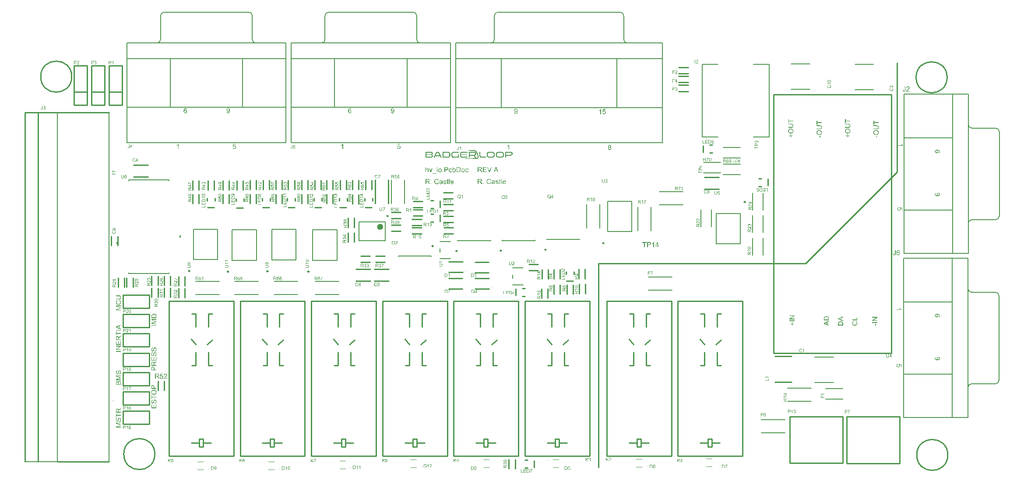
<source format=gto>
G04*
G04 #@! TF.GenerationSoftware,Altium Limited,Altium Designer,19.0.10 (269)*
G04*
G04 Layer_Color=65535*
%FSLAX25Y25*%
%MOIN*%
G70*
G01*
G75*
%ADD10C,0.00787*%
%ADD11C,0.01000*%
%ADD12C,0.00984*%
%ADD13C,0.00394*%
%ADD14C,0.02362*%
%ADD15C,0.00600*%
%ADD16C,0.00472*%
%ADD17C,0.00800*%
G36*
X291750Y401750D02*
X290750D01*
Y400250D01*
X291750D01*
Y401750D01*
D02*
G37*
G36*
X338750Y406750D02*
X339750D01*
Y405250D01*
X338750D01*
Y406750D01*
D02*
G37*
G36*
X530277Y470466D02*
X530532D01*
Y470415D01*
X530685D01*
Y470365D01*
X530837D01*
Y470314D01*
X530939D01*
Y470263D01*
X530990D01*
Y470212D01*
X531092D01*
Y470161D01*
X531143D01*
Y470110D01*
X531194D01*
Y470059D01*
X531245D01*
Y470008D01*
Y469957D01*
X531296D01*
Y469906D01*
Y469855D01*
X531347D01*
Y469804D01*
Y469753D01*
X531398D01*
Y469702D01*
Y469651D01*
Y469600D01*
Y469550D01*
X531449D01*
Y469499D01*
Y469448D01*
Y469397D01*
Y469346D01*
Y469295D01*
Y469244D01*
Y469193D01*
Y469142D01*
X531398D01*
Y469091D01*
Y469040D01*
Y468989D01*
Y468938D01*
X531347D01*
Y468888D01*
Y468837D01*
X531296D01*
Y468786D01*
Y468735D01*
X531245D01*
Y468684D01*
X531194D01*
Y468633D01*
X531143D01*
Y468582D01*
X531092D01*
Y468531D01*
X531041D01*
Y468480D01*
X530939D01*
Y468429D01*
X530888D01*
Y468378D01*
X530735D01*
Y468327D01*
Y468276D01*
X530888D01*
Y468225D01*
X530990D01*
Y468175D01*
X531092D01*
Y468123D01*
X531143D01*
Y468073D01*
X531245D01*
Y468022D01*
X531296D01*
Y467971D01*
X531347D01*
Y467920D01*
Y467869D01*
X531398D01*
Y467818D01*
X531449D01*
Y467767D01*
Y467716D01*
X531499D01*
Y467665D01*
Y467614D01*
Y467563D01*
X531550D01*
Y467512D01*
Y467461D01*
Y467411D01*
Y467360D01*
Y467309D01*
Y467258D01*
Y467207D01*
Y467156D01*
Y467105D01*
Y467054D01*
Y467003D01*
Y466952D01*
Y466901D01*
X531499D01*
Y466850D01*
Y466799D01*
Y466749D01*
X531449D01*
Y466698D01*
Y466647D01*
X531398D01*
Y466596D01*
X531347D01*
Y466545D01*
Y466494D01*
X531296D01*
Y466443D01*
X531245D01*
Y466392D01*
X531143D01*
Y466341D01*
X531092D01*
Y466290D01*
X530990D01*
Y466239D01*
X530888D01*
Y466188D01*
X530786D01*
Y466137D01*
X530634D01*
Y466086D01*
X530379D01*
Y466036D01*
X525948D01*
Y466086D01*
Y466137D01*
Y466188D01*
Y466239D01*
Y466290D01*
Y466341D01*
Y466392D01*
Y466443D01*
Y466494D01*
Y466545D01*
Y466596D01*
Y466647D01*
Y466698D01*
Y466749D01*
Y466799D01*
Y466850D01*
Y466901D01*
Y466952D01*
Y467003D01*
Y467054D01*
Y467105D01*
Y467156D01*
Y467207D01*
Y467258D01*
Y467309D01*
Y467360D01*
Y467411D01*
Y467461D01*
Y467512D01*
Y467563D01*
Y467614D01*
Y467665D01*
Y467716D01*
Y467767D01*
Y467818D01*
Y467869D01*
Y467920D01*
Y467971D01*
Y468022D01*
Y468073D01*
Y468123D01*
Y468175D01*
Y468225D01*
Y468276D01*
Y468327D01*
Y468378D01*
Y468429D01*
Y468480D01*
Y468531D01*
Y468582D01*
Y468633D01*
Y468684D01*
Y468735D01*
Y468786D01*
Y468837D01*
Y468888D01*
Y468938D01*
Y468989D01*
Y469040D01*
Y469091D01*
Y469142D01*
Y469193D01*
Y469244D01*
Y469295D01*
Y469346D01*
Y469397D01*
Y469448D01*
Y469499D01*
Y469550D01*
Y469600D01*
Y469651D01*
Y469702D01*
Y469753D01*
Y469804D01*
Y469855D01*
Y469906D01*
Y469957D01*
Y470008D01*
Y470059D01*
Y470110D01*
Y470161D01*
Y470212D01*
Y470263D01*
Y470314D01*
Y470365D01*
Y470415D01*
Y470466D01*
Y470517D01*
X530277D01*
Y470466D01*
D02*
G37*
G36*
X535472Y470517D02*
X535625D01*
Y470466D01*
X535778D01*
Y470415D01*
X535828D01*
Y470365D01*
X535930D01*
Y470314D01*
X535981D01*
Y470263D01*
X536032D01*
Y470212D01*
X536083D01*
Y470161D01*
X536134D01*
Y470110D01*
X536185D01*
Y470059D01*
X536236D01*
Y470008D01*
Y469957D01*
X536287D01*
Y469906D01*
X536338D01*
Y469855D01*
Y469804D01*
X536389D01*
Y469753D01*
Y469702D01*
X536440D01*
Y469651D01*
Y469600D01*
X536490D01*
Y469550D01*
Y469499D01*
X536541D01*
Y469448D01*
Y469397D01*
X536592D01*
Y469346D01*
Y469295D01*
X536643D01*
Y469244D01*
Y469193D01*
X536694D01*
Y469142D01*
Y469091D01*
X536745D01*
Y469040D01*
Y468989D01*
X536796D01*
Y468938D01*
Y468888D01*
X536847D01*
Y468837D01*
Y468786D01*
X536898D01*
Y468735D01*
Y468684D01*
X536949D01*
Y468633D01*
Y468582D01*
X537000D01*
Y468531D01*
Y468480D01*
X537051D01*
Y468429D01*
Y468378D01*
X537102D01*
Y468327D01*
Y468276D01*
X537153D01*
Y468225D01*
Y468175D01*
X537204D01*
Y468123D01*
Y468073D01*
X537254D01*
Y468022D01*
Y467971D01*
X537305D01*
Y467920D01*
Y467869D01*
X537356D01*
Y467818D01*
Y467767D01*
X537407D01*
Y467716D01*
Y467665D01*
X537458D01*
Y467614D01*
Y467563D01*
X537509D01*
Y467512D01*
Y467461D01*
X537560D01*
Y467411D01*
Y467360D01*
X537611D01*
Y467309D01*
Y467258D01*
X537662D01*
Y467207D01*
Y467156D01*
X537713D01*
Y467105D01*
Y467054D01*
X537764D01*
Y467003D01*
Y466952D01*
X537815D01*
Y466901D01*
Y466850D01*
X537866D01*
Y466799D01*
Y466749D01*
X537917D01*
Y466698D01*
Y466647D01*
X537967D01*
Y466596D01*
Y466545D01*
X538018D01*
Y466494D01*
Y466443D01*
X538069D01*
Y466392D01*
Y466341D01*
X538120D01*
Y466290D01*
Y466239D01*
X538171D01*
Y466188D01*
Y466137D01*
X538222D01*
Y466086D01*
Y466036D01*
X537458D01*
Y466086D01*
X537407D01*
Y466137D01*
Y466188D01*
X537356D01*
Y466239D01*
Y466290D01*
X537305D01*
Y466341D01*
Y466392D01*
X537254D01*
Y466443D01*
Y466494D01*
X537204D01*
Y466545D01*
Y466596D01*
X537153D01*
Y466647D01*
Y466698D01*
X537102D01*
Y466749D01*
Y466799D01*
X537051D01*
Y466850D01*
Y466901D01*
X537000D01*
Y466952D01*
Y467003D01*
X536949D01*
Y467054D01*
Y467105D01*
X536898D01*
Y467156D01*
Y467207D01*
X536847D01*
Y467258D01*
X533333D01*
Y467207D01*
Y467156D01*
X533282D01*
Y467105D01*
Y467054D01*
X533231D01*
Y467003D01*
Y466952D01*
X533180D01*
Y466901D01*
Y466850D01*
X533129D01*
Y466799D01*
Y466749D01*
X533078D01*
Y466698D01*
Y466647D01*
X533027D01*
Y466596D01*
Y466545D01*
X532976D01*
Y466494D01*
Y466443D01*
X532926D01*
Y466392D01*
Y466341D01*
X532874D01*
Y466290D01*
Y466239D01*
X532824D01*
Y466188D01*
Y466137D01*
X532773D01*
Y466086D01*
Y466036D01*
X531958D01*
Y466086D01*
X532009D01*
Y466137D01*
Y466188D01*
X532060D01*
Y466239D01*
Y466290D01*
X532111D01*
Y466341D01*
Y466392D01*
X532162D01*
Y466443D01*
Y466494D01*
X532212D01*
Y466545D01*
Y466596D01*
X532263D01*
Y466647D01*
Y466698D01*
X532314D01*
Y466749D01*
Y466799D01*
X532365D01*
Y466850D01*
Y466901D01*
X532416D01*
Y466952D01*
Y467003D01*
X532467D01*
Y467054D01*
Y467105D01*
X532518D01*
Y467156D01*
Y467207D01*
X532569D01*
Y467258D01*
Y467309D01*
X532620D01*
Y467360D01*
Y467411D01*
X532671D01*
Y467461D01*
Y467512D01*
X532722D01*
Y467563D01*
Y467614D01*
X532773D01*
Y467665D01*
Y467716D01*
X532824D01*
Y467767D01*
Y467818D01*
X532874D01*
Y467869D01*
Y467920D01*
X532926D01*
Y467971D01*
Y468022D01*
X532976D01*
Y468073D01*
Y468123D01*
X533027D01*
Y468175D01*
Y468225D01*
X533078D01*
Y468276D01*
Y468327D01*
X533129D01*
Y468378D01*
Y468429D01*
X533180D01*
Y468480D01*
Y468531D01*
X533231D01*
Y468582D01*
Y468633D01*
X533282D01*
Y468684D01*
Y468735D01*
X533333D01*
Y468786D01*
Y468837D01*
X533384D01*
Y468888D01*
Y468938D01*
X533435D01*
Y468989D01*
Y469040D01*
X533486D01*
Y469091D01*
Y469142D01*
X533537D01*
Y469193D01*
Y469244D01*
X533588D01*
Y469295D01*
Y469346D01*
X533638D01*
Y469397D01*
Y469448D01*
X533689D01*
Y469499D01*
Y469550D01*
X533740D01*
Y469600D01*
Y469651D01*
X533791D01*
Y469702D01*
Y469753D01*
X533842D01*
Y469804D01*
Y469855D01*
X533893D01*
Y469906D01*
X533944D01*
Y469957D01*
Y470008D01*
X533995D01*
Y470059D01*
X534046D01*
Y470110D01*
X534097D01*
Y470161D01*
Y470212D01*
X534148D01*
Y470263D01*
X534199D01*
Y470314D01*
X534301D01*
Y470365D01*
X534351D01*
Y470415D01*
X534453D01*
Y470466D01*
X534555D01*
Y470517D01*
X534708D01*
Y470568D01*
X535472D01*
Y470517D01*
D02*
G37*
G36*
X543213Y470466D02*
X543468D01*
Y470415D01*
X543672D01*
Y470365D01*
X543773D01*
Y470314D01*
X543926D01*
Y470263D01*
X543977D01*
Y470212D01*
X544079D01*
Y470161D01*
X544130D01*
Y470110D01*
X544232D01*
Y470059D01*
X544283D01*
Y470008D01*
X544334D01*
Y469957D01*
X544385D01*
Y469906D01*
X544436D01*
Y469855D01*
Y469804D01*
X544486D01*
Y469753D01*
X544537D01*
Y469702D01*
Y469651D01*
X544588D01*
Y469600D01*
Y469550D01*
X544639D01*
Y469499D01*
Y469448D01*
Y469397D01*
X544690D01*
Y469346D01*
Y469295D01*
Y469244D01*
X544741D01*
Y469193D01*
Y469142D01*
Y469091D01*
Y469040D01*
X544792D01*
Y468989D01*
Y468938D01*
Y468888D01*
Y468837D01*
Y468786D01*
Y468735D01*
Y468684D01*
Y468633D01*
Y468582D01*
X544843D01*
Y468531D01*
Y468480D01*
Y468429D01*
Y468378D01*
Y468327D01*
Y468276D01*
Y468225D01*
Y468175D01*
Y468123D01*
Y468073D01*
Y468022D01*
Y467971D01*
X544792D01*
Y467920D01*
Y467869D01*
Y467818D01*
Y467767D01*
Y467716D01*
Y467665D01*
Y467614D01*
Y467563D01*
Y467512D01*
X544741D01*
Y467461D01*
Y467411D01*
Y467360D01*
Y467309D01*
X544690D01*
Y467258D01*
Y467207D01*
Y467156D01*
X544639D01*
Y467105D01*
Y467054D01*
Y467003D01*
X544588D01*
Y466952D01*
Y466901D01*
X544537D01*
Y466850D01*
Y466799D01*
X544486D01*
Y466749D01*
X544436D01*
Y466698D01*
Y466647D01*
X544385D01*
Y466596D01*
X544334D01*
Y466545D01*
X544283D01*
Y466494D01*
X544232D01*
Y466443D01*
X544130D01*
Y466392D01*
X544079D01*
Y466341D01*
X544028D01*
Y466290D01*
X543926D01*
Y466239D01*
X543824D01*
Y466188D01*
X543672D01*
Y466137D01*
X543468D01*
Y466086D01*
X543213D01*
Y466036D01*
X539037D01*
Y466086D01*
Y466137D01*
Y466188D01*
Y466239D01*
Y466290D01*
Y466341D01*
Y466392D01*
Y466443D01*
Y466494D01*
Y466545D01*
Y466596D01*
Y466647D01*
Y466698D01*
Y466749D01*
Y466799D01*
Y466850D01*
Y466901D01*
Y466952D01*
Y467003D01*
Y467054D01*
Y467105D01*
Y467156D01*
Y467207D01*
Y467258D01*
Y467309D01*
Y467360D01*
Y467411D01*
Y467461D01*
Y467512D01*
Y467563D01*
Y467614D01*
Y467665D01*
Y467716D01*
Y467767D01*
Y467818D01*
Y467869D01*
Y467920D01*
Y467971D01*
Y468022D01*
Y468073D01*
Y468123D01*
Y468175D01*
Y468225D01*
Y468276D01*
Y468327D01*
Y468378D01*
Y468429D01*
Y468480D01*
Y468531D01*
Y468582D01*
Y468633D01*
Y468684D01*
Y468735D01*
Y468786D01*
Y468837D01*
Y468888D01*
Y468938D01*
Y468989D01*
Y469040D01*
Y469091D01*
Y469142D01*
Y469193D01*
Y469244D01*
Y469295D01*
Y469346D01*
Y469397D01*
Y469448D01*
Y469499D01*
Y469550D01*
Y469600D01*
Y469651D01*
Y469702D01*
Y469753D01*
Y469804D01*
Y469855D01*
Y469906D01*
Y469957D01*
Y470008D01*
Y470059D01*
Y470110D01*
Y470161D01*
Y470212D01*
Y470263D01*
Y470314D01*
Y470365D01*
Y470415D01*
Y470466D01*
Y470517D01*
X543213D01*
Y470466D01*
D02*
G37*
G36*
X551209D02*
Y470415D01*
Y470365D01*
Y470314D01*
Y470263D01*
Y470212D01*
Y470161D01*
Y470110D01*
Y470059D01*
Y470008D01*
Y469957D01*
Y469906D01*
Y469855D01*
Y469804D01*
X547288D01*
Y469753D01*
X547084D01*
Y469702D01*
X546931D01*
Y469651D01*
X546829D01*
Y469600D01*
X546778D01*
Y469550D01*
X546727D01*
Y469499D01*
X546676D01*
Y469448D01*
X546626D01*
Y469397D01*
X546575D01*
Y469346D01*
X546524D01*
Y469295D01*
Y469244D01*
X546473D01*
Y469193D01*
Y469142D01*
X546422D01*
Y469091D01*
Y469040D01*
Y468989D01*
Y468938D01*
X546371D01*
Y468888D01*
Y468837D01*
Y468786D01*
Y468735D01*
Y468684D01*
Y468633D01*
Y468582D01*
X546320D01*
Y468531D01*
Y468480D01*
Y468429D01*
Y468378D01*
Y468327D01*
Y468276D01*
Y468225D01*
Y468175D01*
Y468123D01*
Y468073D01*
Y468022D01*
Y467971D01*
X546371D01*
Y467920D01*
Y467869D01*
Y467818D01*
Y467767D01*
Y467716D01*
Y467665D01*
Y467614D01*
X546422D01*
Y467563D01*
Y467512D01*
Y467461D01*
Y467411D01*
X546473D01*
Y467360D01*
Y467309D01*
X546524D01*
Y467258D01*
Y467207D01*
X546575D01*
Y467156D01*
X546626D01*
Y467105D01*
X546676D01*
Y467054D01*
X546727D01*
Y467003D01*
X546778D01*
Y466952D01*
X546829D01*
Y466901D01*
X546931D01*
Y466850D01*
X547084D01*
Y466799D01*
X547288D01*
Y466749D01*
X550547D01*
Y466799D01*
Y466850D01*
Y466901D01*
Y466952D01*
Y467003D01*
Y467054D01*
Y467105D01*
Y467156D01*
Y467207D01*
Y467258D01*
Y467309D01*
Y467360D01*
Y467411D01*
Y467461D01*
Y467512D01*
Y467563D01*
Y467614D01*
Y467665D01*
Y467716D01*
Y467767D01*
Y467818D01*
Y467869D01*
Y467920D01*
Y467971D01*
Y468022D01*
Y468073D01*
Y468123D01*
Y468175D01*
Y468225D01*
Y468276D01*
Y468327D01*
Y468378D01*
X551260D01*
Y468327D01*
Y468276D01*
Y468225D01*
Y468175D01*
Y468123D01*
Y468073D01*
Y468022D01*
Y467971D01*
Y467920D01*
Y467869D01*
Y467818D01*
Y467767D01*
Y467716D01*
Y467665D01*
Y467614D01*
Y467563D01*
Y467512D01*
Y467461D01*
Y467411D01*
Y467360D01*
Y467309D01*
Y467258D01*
Y467207D01*
Y467156D01*
Y467105D01*
Y467054D01*
Y467003D01*
Y466952D01*
Y466901D01*
Y466850D01*
Y466799D01*
Y466749D01*
Y466698D01*
Y466647D01*
Y466596D01*
Y466545D01*
Y466494D01*
Y466443D01*
Y466392D01*
Y466341D01*
Y466290D01*
Y466239D01*
Y466188D01*
Y466137D01*
Y466086D01*
Y466036D01*
X547237D01*
Y466086D01*
X546931D01*
Y466137D01*
X546778D01*
Y466188D01*
X546626D01*
Y466239D01*
X546524D01*
Y466290D01*
X546422D01*
Y466341D01*
X546320D01*
Y466392D01*
X546269D01*
Y466443D01*
X546218D01*
Y466494D01*
X546167D01*
Y466545D01*
X546116D01*
Y466596D01*
X546065D01*
Y466647D01*
X546014D01*
Y466698D01*
X545963D01*
Y466749D01*
Y466799D01*
X545913D01*
Y466850D01*
X545861D01*
Y466901D01*
Y466952D01*
X545811D01*
Y467003D01*
Y467054D01*
X545760D01*
Y467105D01*
Y467156D01*
Y467207D01*
X545709D01*
Y467258D01*
Y467309D01*
Y467360D01*
Y467411D01*
X545658D01*
Y467461D01*
Y467512D01*
Y467563D01*
Y467614D01*
Y467665D01*
Y467716D01*
X545607D01*
Y467767D01*
Y467818D01*
Y467869D01*
Y467920D01*
Y467971D01*
Y468022D01*
Y468073D01*
Y468123D01*
Y468175D01*
Y468225D01*
Y468276D01*
Y468327D01*
Y468378D01*
Y468429D01*
Y468480D01*
Y468531D01*
Y468582D01*
Y468633D01*
Y468684D01*
Y468735D01*
Y468786D01*
Y468837D01*
X545658D01*
Y468888D01*
Y468938D01*
Y468989D01*
Y469040D01*
Y469091D01*
Y469142D01*
X545709D01*
Y469193D01*
Y469244D01*
Y469295D01*
Y469346D01*
X545760D01*
Y469397D01*
Y469448D01*
Y469499D01*
X545811D01*
Y469550D01*
Y469600D01*
X545861D01*
Y469651D01*
Y469702D01*
X545913D01*
Y469753D01*
X545963D01*
Y469804D01*
Y469855D01*
X546014D01*
Y469906D01*
X546065D01*
Y469957D01*
X546116D01*
Y470008D01*
X546167D01*
Y470059D01*
X546218D01*
Y470110D01*
X546269D01*
Y470161D01*
X546320D01*
Y470212D01*
X546422D01*
Y470263D01*
X546524D01*
Y470314D01*
X546626D01*
Y470365D01*
X546778D01*
Y470415D01*
X546931D01*
Y470466D01*
X547237D01*
Y470517D01*
X551209D01*
Y470466D01*
D02*
G37*
G36*
X557830D02*
Y470415D01*
Y470365D01*
Y470314D01*
Y470263D01*
Y470212D01*
Y470161D01*
Y470110D01*
Y470059D01*
Y470008D01*
Y469957D01*
Y469906D01*
Y469855D01*
X554163D01*
Y469804D01*
X553756D01*
Y469753D01*
X553603D01*
Y469702D01*
X553450D01*
Y469651D01*
X553348D01*
Y469600D01*
X553297D01*
Y469550D01*
X553246D01*
Y469499D01*
X553195D01*
Y469448D01*
X553145D01*
Y469397D01*
X553093D01*
Y469346D01*
X553043D01*
Y469295D01*
Y469244D01*
X552992D01*
Y469193D01*
Y469142D01*
Y469091D01*
X552941D01*
Y469040D01*
Y468989D01*
Y468938D01*
X552890D01*
Y468888D01*
Y468837D01*
Y468786D01*
Y468735D01*
Y468684D01*
Y468633D01*
Y468582D01*
X557728D01*
Y468531D01*
Y468480D01*
Y468429D01*
Y468378D01*
Y468327D01*
Y468276D01*
Y468225D01*
Y468175D01*
Y468123D01*
Y468073D01*
Y468022D01*
Y467971D01*
X552890D01*
Y467920D01*
Y467869D01*
Y467818D01*
Y467767D01*
Y467716D01*
Y467665D01*
Y467614D01*
X552941D01*
Y467563D01*
Y467512D01*
Y467461D01*
X552992D01*
Y467411D01*
Y467360D01*
Y467309D01*
X553043D01*
Y467258D01*
Y467207D01*
X553093D01*
Y467156D01*
X553145D01*
Y467105D01*
X553195D01*
Y467054D01*
X553246D01*
Y467003D01*
X553297D01*
Y466952D01*
X553348D01*
Y466901D01*
X553450D01*
Y466850D01*
X553603D01*
Y466799D01*
X553756D01*
Y466749D01*
X557779D01*
Y466698D01*
X557830D01*
Y466647D01*
Y466596D01*
Y466545D01*
Y466494D01*
Y466443D01*
Y466392D01*
Y466341D01*
Y466290D01*
Y466239D01*
Y466188D01*
Y466137D01*
Y466086D01*
Y466036D01*
X553756D01*
Y466086D01*
X553501D01*
Y466137D01*
X553297D01*
Y466188D01*
X553145D01*
Y466239D01*
X553043D01*
Y466290D01*
X552941D01*
Y466341D01*
X552890D01*
Y466392D01*
X552788D01*
Y466443D01*
X552737D01*
Y466494D01*
X552686D01*
Y466545D01*
X552635D01*
Y466596D01*
X552584D01*
Y466647D01*
X552533D01*
Y466698D01*
Y466749D01*
X552482D01*
Y466799D01*
X552431D01*
Y466850D01*
Y466901D01*
X552381D01*
Y466952D01*
Y467003D01*
X552330D01*
Y467054D01*
Y467105D01*
X552279D01*
Y467156D01*
Y467207D01*
Y467258D01*
X552228D01*
Y467309D01*
Y467360D01*
Y467411D01*
Y467461D01*
Y467512D01*
X552177D01*
Y467563D01*
Y467614D01*
Y467665D01*
Y467716D01*
Y467767D01*
Y467818D01*
Y467869D01*
X552126D01*
Y467920D01*
Y467971D01*
Y468022D01*
Y468073D01*
Y468123D01*
Y468175D01*
Y468225D01*
Y468276D01*
Y468327D01*
Y468378D01*
Y468429D01*
Y468480D01*
Y468531D01*
Y468582D01*
Y468633D01*
Y468684D01*
X552177D01*
Y468735D01*
Y468786D01*
Y468837D01*
Y468888D01*
Y468938D01*
Y468989D01*
Y469040D01*
X552228D01*
Y469091D01*
Y469142D01*
Y469193D01*
Y469244D01*
Y469295D01*
X552279D01*
Y469346D01*
Y469397D01*
Y469448D01*
X552330D01*
Y469499D01*
Y469550D01*
X552381D01*
Y469600D01*
Y469651D01*
X552431D01*
Y469702D01*
Y469753D01*
X552482D01*
Y469804D01*
X552533D01*
Y469855D01*
Y469906D01*
X552584D01*
Y469957D01*
X552635D01*
Y470008D01*
X552686D01*
Y470059D01*
X552737D01*
Y470110D01*
X552788D01*
Y470161D01*
X552890D01*
Y470212D01*
X552941D01*
Y470263D01*
X553043D01*
Y470314D01*
X553145D01*
Y470365D01*
X553297D01*
Y470415D01*
X553501D01*
Y470466D01*
X553756D01*
Y470517D01*
X557830D01*
Y470466D01*
D02*
G37*
G36*
X563432Y471739D02*
X563585D01*
Y471689D01*
X563687D01*
Y471638D01*
X563789D01*
Y471587D01*
X563891D01*
Y471536D01*
X563941D01*
Y471485D01*
X564043D01*
Y471434D01*
X564094D01*
Y471383D01*
X564145D01*
Y471332D01*
X564247D01*
Y471281D01*
X564298D01*
Y471230D01*
X564349D01*
Y471179D01*
X564400D01*
Y471128D01*
X564451D01*
Y471077D01*
X564502D01*
Y471027D01*
X564553D01*
Y470976D01*
X564604D01*
Y470925D01*
Y470874D01*
X564654D01*
Y470823D01*
X564706D01*
Y470772D01*
X564756D01*
Y470721D01*
X564807D01*
Y470670D01*
Y470619D01*
X564858D01*
Y470568D01*
X564909D01*
Y470517D01*
X564960D01*
Y470466D01*
Y470415D01*
X565011D01*
Y470365D01*
X565062D01*
Y470314D01*
Y470263D01*
X565113D01*
Y470212D01*
Y470161D01*
X565164D01*
Y470110D01*
X565215D01*
Y470059D01*
Y470008D01*
X565266D01*
Y469957D01*
Y469906D01*
X565317D01*
Y469855D01*
X565368D01*
Y469804D01*
Y469753D01*
X565418D01*
Y469702D01*
Y469651D01*
X565469D01*
Y469600D01*
Y469550D01*
X565520D01*
Y469499D01*
Y469448D01*
X565571D01*
Y469397D01*
Y469346D01*
Y469295D01*
X565622D01*
Y469244D01*
Y469193D01*
X565673D01*
Y469142D01*
Y469091D01*
X565724D01*
Y469040D01*
Y468989D01*
Y468938D01*
X565775D01*
Y468888D01*
Y468837D01*
X565826D01*
Y468786D01*
Y468735D01*
Y468684D01*
X565877D01*
Y468633D01*
Y468582D01*
Y468531D01*
X565928D01*
Y468480D01*
Y468429D01*
Y468378D01*
X565979D01*
Y468327D01*
Y468276D01*
Y468225D01*
X566030D01*
Y468175D01*
Y468123D01*
Y468073D01*
Y468022D01*
X566081D01*
Y467971D01*
Y467920D01*
Y467869D01*
Y467818D01*
X566131D01*
Y467767D01*
Y467716D01*
Y467665D01*
Y467614D01*
Y467563D01*
X566182D01*
Y467512D01*
Y467461D01*
Y467411D01*
Y467360D01*
Y467309D01*
Y467258D01*
Y467207D01*
X566233D01*
Y467156D01*
Y467105D01*
Y467054D01*
Y467003D01*
Y466952D01*
Y466901D01*
Y466850D01*
Y466799D01*
Y466749D01*
Y466698D01*
Y466647D01*
Y466596D01*
Y466545D01*
Y466494D01*
Y466443D01*
Y466392D01*
Y466341D01*
Y466290D01*
Y466239D01*
Y466188D01*
X566182D01*
Y466137D01*
Y466086D01*
Y466036D01*
Y465984D01*
Y465934D01*
X566131D01*
Y465883D01*
Y465832D01*
Y465781D01*
X566081D01*
Y465730D01*
Y465679D01*
Y465628D01*
X566030D01*
Y465577D01*
X565979D01*
Y465526D01*
Y465475D01*
X565928D01*
Y465424D01*
X565877D01*
Y465373D01*
Y465322D01*
X565826D01*
Y465272D01*
X565724D01*
Y465221D01*
X565673D01*
Y465170D01*
X565571D01*
Y465119D01*
X565418D01*
Y465068D01*
X564094D01*
Y465119D01*
X561650D01*
Y465170D01*
X559205D01*
Y465221D01*
X556761D01*
Y465272D01*
X555895D01*
Y465322D01*
Y465373D01*
Y465424D01*
Y465475D01*
Y465526D01*
X557066D01*
Y465577D01*
X559511D01*
Y465628D01*
X561955D01*
Y465679D01*
X563941D01*
Y465730D01*
Y465781D01*
X563891D01*
Y465832D01*
X563840D01*
Y465883D01*
X563789D01*
Y465934D01*
X563738D01*
Y465984D01*
Y466036D01*
X563687D01*
Y466086D01*
X563636D01*
Y466137D01*
X563585D01*
Y466188D01*
X563534D01*
Y466239D01*
Y466290D01*
X563483D01*
Y466341D01*
X563432D01*
Y466392D01*
Y466443D01*
X563381D01*
Y466494D01*
X563330D01*
Y466545D01*
Y466596D01*
X563279D01*
Y466647D01*
X563229D01*
Y466698D01*
Y466749D01*
X563178D01*
Y466799D01*
X563127D01*
Y466850D01*
Y466901D01*
X563076D01*
Y466952D01*
Y467003D01*
X563025D01*
Y467054D01*
Y467105D01*
X562974D01*
Y467156D01*
Y467207D01*
X562923D01*
Y467258D01*
Y467309D01*
X562872D01*
Y467360D01*
Y467411D01*
X562821D01*
Y467461D01*
Y467512D01*
X562770D01*
Y467563D01*
Y467614D01*
X559663D01*
Y467563D01*
X559613D01*
Y467512D01*
Y467461D01*
Y467411D01*
Y467360D01*
Y467309D01*
Y467258D01*
Y467207D01*
Y467156D01*
Y467105D01*
Y467054D01*
Y467003D01*
Y466952D01*
Y466901D01*
Y466850D01*
Y466799D01*
Y466749D01*
Y466698D01*
Y466647D01*
Y466596D01*
Y466545D01*
Y466494D01*
Y466443D01*
Y466392D01*
Y466341D01*
Y466290D01*
Y466239D01*
Y466188D01*
Y466137D01*
Y466086D01*
Y466036D01*
X558899D01*
Y466086D01*
Y466137D01*
Y466188D01*
Y466239D01*
Y466290D01*
Y466341D01*
Y466392D01*
Y466443D01*
Y466494D01*
Y466545D01*
Y466596D01*
Y466647D01*
Y466698D01*
Y466749D01*
Y466799D01*
Y466850D01*
Y466901D01*
Y466952D01*
Y467003D01*
Y467054D01*
Y467105D01*
Y467156D01*
Y467207D01*
Y467258D01*
Y467309D01*
Y467360D01*
Y467411D01*
Y467461D01*
Y467512D01*
Y467563D01*
Y467614D01*
Y467665D01*
Y467716D01*
Y467767D01*
Y467818D01*
Y467869D01*
Y467920D01*
Y467971D01*
Y468022D01*
Y468073D01*
Y468123D01*
Y468175D01*
Y468225D01*
Y468276D01*
Y468327D01*
Y468378D01*
Y468429D01*
Y468480D01*
Y468531D01*
Y468582D01*
Y468633D01*
Y468684D01*
Y468735D01*
Y468786D01*
Y468837D01*
Y468888D01*
Y468938D01*
Y468989D01*
Y469040D01*
Y469091D01*
Y469142D01*
Y469193D01*
Y469244D01*
Y469295D01*
Y469346D01*
Y469397D01*
Y469448D01*
Y469499D01*
Y469550D01*
Y469600D01*
Y469651D01*
Y469702D01*
Y469753D01*
Y469804D01*
Y469855D01*
Y469906D01*
Y469957D01*
Y470008D01*
Y470059D01*
Y470110D01*
Y470161D01*
Y470212D01*
Y470263D01*
Y470314D01*
Y470365D01*
Y470415D01*
Y470466D01*
Y470517D01*
X563178D01*
Y470466D01*
X563432D01*
Y470415D01*
X563636D01*
Y470365D01*
X563738D01*
Y470314D01*
X563840D01*
Y470263D01*
X563941D01*
Y470212D01*
X563993D01*
Y470161D01*
X564043D01*
Y470110D01*
X564145D01*
Y470059D01*
Y470008D01*
X564196D01*
Y469957D01*
X564247D01*
Y469906D01*
X564298D01*
Y469855D01*
Y469804D01*
X564349D01*
Y469753D01*
Y469702D01*
X564400D01*
Y469651D01*
Y469600D01*
Y469550D01*
X564451D01*
Y469499D01*
Y469448D01*
Y469397D01*
Y469346D01*
Y469295D01*
Y469244D01*
X564502D01*
Y469193D01*
Y469142D01*
Y469091D01*
Y469040D01*
X564451D01*
Y468989D01*
Y468938D01*
Y468888D01*
Y468837D01*
Y468786D01*
Y468735D01*
X564400D01*
Y468684D01*
Y468633D01*
Y468582D01*
X564349D01*
Y468531D01*
Y468480D01*
X564298D01*
Y468429D01*
Y468378D01*
X564247D01*
Y468327D01*
X564196D01*
Y468276D01*
X564145D01*
Y468225D01*
Y468175D01*
X564043D01*
Y468123D01*
X563993D01*
Y468073D01*
X563941D01*
Y468022D01*
X563840D01*
Y467971D01*
X563789D01*
Y467920D01*
X563636D01*
Y467869D01*
X563534D01*
Y467818D01*
X563381D01*
Y467767D01*
Y467716D01*
Y467665D01*
X563432D01*
Y467614D01*
Y467563D01*
X563483D01*
Y467512D01*
Y467461D01*
X563534D01*
Y467411D01*
Y467360D01*
X563585D01*
Y467309D01*
Y467258D01*
X563636D01*
Y467207D01*
Y467156D01*
X563687D01*
Y467105D01*
X563738D01*
Y467054D01*
Y467003D01*
X563789D01*
Y466952D01*
X563840D01*
Y466901D01*
Y466850D01*
X563891D01*
Y466799D01*
X563941D01*
Y466749D01*
Y466698D01*
X563993D01*
Y466647D01*
X564043D01*
Y466596D01*
X564094D01*
Y466545D01*
Y466494D01*
X564145D01*
Y466443D01*
X564196D01*
Y466392D01*
X564247D01*
Y466341D01*
X564298D01*
Y466290D01*
X564349D01*
Y466239D01*
X564400D01*
Y466188D01*
X564451D01*
Y466137D01*
X564502D01*
Y466086D01*
X564553D01*
Y466036D01*
X564604D01*
Y465984D01*
X564654D01*
Y465934D01*
X564756D01*
Y465883D01*
X564807D01*
Y465832D01*
X564909D01*
Y465781D01*
X565011D01*
Y465730D01*
X565368D01*
Y465781D01*
X565418D01*
Y465832D01*
X565469D01*
Y465883D01*
X565520D01*
Y465934D01*
Y465984D01*
X565571D01*
Y466036D01*
Y466086D01*
Y466137D01*
X565622D01*
Y466188D01*
Y466239D01*
Y466290D01*
Y466341D01*
Y466392D01*
Y466443D01*
Y466494D01*
X565673D01*
Y466545D01*
Y466596D01*
Y466647D01*
Y466698D01*
Y466749D01*
Y466799D01*
Y466850D01*
X565622D01*
Y466901D01*
Y466952D01*
Y467003D01*
Y467054D01*
Y467105D01*
Y467156D01*
Y467207D01*
Y467258D01*
Y467309D01*
X565571D01*
Y467360D01*
Y467411D01*
Y467461D01*
Y467512D01*
Y467563D01*
X565520D01*
Y467614D01*
Y467665D01*
Y467716D01*
Y467767D01*
Y467818D01*
X565469D01*
Y467869D01*
Y467920D01*
Y467971D01*
X565418D01*
Y468022D01*
Y468073D01*
Y468123D01*
Y468175D01*
X565368D01*
Y468225D01*
Y468276D01*
Y468327D01*
X565317D01*
Y468378D01*
Y468429D01*
Y468480D01*
X565266D01*
Y468531D01*
Y468582D01*
X565215D01*
Y468633D01*
Y468684D01*
Y468735D01*
X565164D01*
Y468786D01*
Y468837D01*
X565113D01*
Y468888D01*
Y468938D01*
X565062D01*
Y468989D01*
Y469040D01*
Y469091D01*
X565011D01*
Y469142D01*
Y469193D01*
X564960D01*
Y469244D01*
Y469295D01*
X564909D01*
Y469346D01*
Y469397D01*
X564858D01*
Y469448D01*
Y469499D01*
X564807D01*
Y469550D01*
X564756D01*
Y469600D01*
Y469651D01*
X564706D01*
Y469702D01*
Y469753D01*
X564654D01*
Y469804D01*
Y469855D01*
X564604D01*
Y469906D01*
X564553D01*
Y469957D01*
Y470008D01*
X564502D01*
Y470059D01*
X564451D01*
Y470110D01*
X564400D01*
Y470161D01*
Y470212D01*
X564349D01*
Y470263D01*
X564298D01*
Y470314D01*
X564247D01*
Y470365D01*
Y470415D01*
X564196D01*
Y470466D01*
X564145D01*
Y470517D01*
X564094D01*
Y470568D01*
X564043D01*
Y470619D01*
X563993D01*
Y470670D01*
X563941D01*
Y470721D01*
X563891D01*
Y470772D01*
X563840D01*
Y470823D01*
X563789D01*
Y470874D01*
X563738D01*
Y470925D01*
X563636D01*
Y470976D01*
X563585D01*
Y471027D01*
X563483D01*
Y471077D01*
X563381D01*
Y471128D01*
X563076D01*
Y471179D01*
X562057D01*
Y471230D01*
X560835D01*
Y471281D01*
X559613D01*
Y471332D01*
X558339D01*
Y471383D01*
X558288D01*
Y471434D01*
Y471485D01*
Y471536D01*
Y471587D01*
Y471638D01*
X559103D01*
Y471689D01*
X560631D01*
Y471739D01*
X562159D01*
Y471791D01*
X563432D01*
Y471739D01*
D02*
G37*
G36*
X567710Y470466D02*
Y470415D01*
Y470365D01*
Y470314D01*
Y470263D01*
Y470212D01*
Y470161D01*
Y470110D01*
Y470059D01*
Y470008D01*
Y469957D01*
Y469906D01*
Y469855D01*
Y469804D01*
Y469753D01*
Y469702D01*
Y469651D01*
Y469600D01*
Y469550D01*
Y469499D01*
Y469448D01*
Y469397D01*
Y469346D01*
Y469295D01*
Y469244D01*
Y469193D01*
Y469142D01*
Y469091D01*
Y469040D01*
Y468989D01*
Y468938D01*
Y468888D01*
Y468837D01*
Y468786D01*
Y468735D01*
Y468684D01*
Y468633D01*
Y468582D01*
Y468531D01*
Y468480D01*
Y468429D01*
Y468378D01*
Y468327D01*
Y468276D01*
Y468225D01*
Y468175D01*
Y468123D01*
Y468073D01*
Y468022D01*
Y467971D01*
Y467920D01*
Y467869D01*
Y467818D01*
Y467767D01*
Y467716D01*
Y467665D01*
Y467614D01*
Y467563D01*
Y467512D01*
X567761D01*
Y467461D01*
Y467411D01*
Y467360D01*
Y467309D01*
X567812D01*
Y467258D01*
Y467207D01*
X567863D01*
Y467156D01*
Y467105D01*
X567914D01*
Y467054D01*
X567965D01*
Y467003D01*
X568016D01*
Y466952D01*
X568118D01*
Y466901D01*
X568220D01*
Y466850D01*
X568372D01*
Y466799D01*
X568576D01*
Y466749D01*
X572090D01*
Y466698D01*
Y466647D01*
Y466596D01*
Y466545D01*
Y466494D01*
Y466443D01*
Y466392D01*
Y466341D01*
Y466290D01*
Y466239D01*
Y466188D01*
Y466137D01*
Y466086D01*
Y466036D01*
X568576D01*
Y466086D01*
X568220D01*
Y466137D01*
X568067D01*
Y466188D01*
X567914D01*
Y466239D01*
X567812D01*
Y466290D01*
X567710D01*
Y466341D01*
X567608D01*
Y466392D01*
X567557D01*
Y466443D01*
X567456D01*
Y466494D01*
X567405D01*
Y466545D01*
X567354D01*
Y466596D01*
Y466647D01*
X567303D01*
Y466698D01*
X567252D01*
Y466749D01*
X567201D01*
Y466799D01*
Y466850D01*
X567150D01*
Y466901D01*
Y466952D01*
X567099D01*
Y467003D01*
Y467054D01*
Y467105D01*
X567048D01*
Y467156D01*
Y467207D01*
Y467258D01*
Y467309D01*
Y467360D01*
X566997D01*
Y467411D01*
Y467461D01*
Y467512D01*
Y467563D01*
Y467614D01*
Y467665D01*
Y467716D01*
Y467767D01*
Y467818D01*
Y467869D01*
Y467920D01*
Y467971D01*
Y468022D01*
Y468073D01*
Y468123D01*
Y468175D01*
Y468225D01*
Y468276D01*
Y468327D01*
Y468378D01*
Y468429D01*
Y468480D01*
Y468531D01*
Y468582D01*
Y468633D01*
Y468684D01*
Y468735D01*
Y468786D01*
Y468837D01*
Y468888D01*
Y468938D01*
Y468989D01*
Y469040D01*
Y469091D01*
Y469142D01*
Y469193D01*
Y469244D01*
Y469295D01*
Y469346D01*
Y469397D01*
Y469448D01*
Y469499D01*
Y469550D01*
Y469600D01*
Y469651D01*
Y469702D01*
Y469753D01*
Y469804D01*
Y469855D01*
Y469906D01*
Y469957D01*
Y470008D01*
Y470059D01*
Y470110D01*
Y470161D01*
Y470212D01*
Y470263D01*
Y470314D01*
Y470365D01*
Y470415D01*
Y470466D01*
Y470517D01*
X567710D01*
Y470466D01*
D02*
G37*
G36*
X576419Y470517D02*
X576827D01*
Y470466D01*
X577081D01*
Y470415D01*
X577285D01*
Y470365D01*
X577438D01*
Y470314D01*
X577540D01*
Y470263D01*
X577693D01*
Y470212D01*
X577743D01*
Y470161D01*
X577845D01*
Y470110D01*
X577947D01*
Y470059D01*
X577998D01*
Y470008D01*
X578049D01*
Y469957D01*
X578100D01*
Y469906D01*
X578151D01*
Y469855D01*
X578202D01*
Y469804D01*
X578253D01*
Y469753D01*
X578304D01*
Y469702D01*
X578355D01*
Y469651D01*
Y469600D01*
X578406D01*
Y469550D01*
X578456D01*
Y469499D01*
Y469448D01*
X578507D01*
Y469397D01*
Y469346D01*
Y469295D01*
X578558D01*
Y469244D01*
Y469193D01*
Y469142D01*
X578609D01*
Y469091D01*
Y469040D01*
Y468989D01*
Y468938D01*
X578660D01*
Y468888D01*
Y468837D01*
Y468786D01*
Y468735D01*
Y468684D01*
Y468633D01*
Y468582D01*
Y468531D01*
Y468480D01*
X578711D01*
Y468429D01*
Y468378D01*
Y468327D01*
Y468276D01*
Y468225D01*
Y468175D01*
Y468123D01*
Y468073D01*
X578660D01*
Y468022D01*
Y467971D01*
Y467920D01*
Y467869D01*
Y467818D01*
Y467767D01*
Y467716D01*
Y467665D01*
Y467614D01*
X578609D01*
Y467563D01*
Y467512D01*
Y467461D01*
Y467411D01*
X578558D01*
Y467360D01*
Y467309D01*
Y467258D01*
X578507D01*
Y467207D01*
Y467156D01*
Y467105D01*
X578456D01*
Y467054D01*
Y467003D01*
X578406D01*
Y466952D01*
X578355D01*
Y466901D01*
Y466850D01*
X578304D01*
Y466799D01*
X578253D01*
Y466749D01*
X578202D01*
Y466698D01*
Y466647D01*
X578151D01*
Y466596D01*
X578049D01*
Y466545D01*
X577998D01*
Y466494D01*
X577947D01*
Y466443D01*
X577845D01*
Y466392D01*
X577794D01*
Y466341D01*
X577693D01*
Y466290D01*
X577591D01*
Y466239D01*
X577438D01*
Y466188D01*
X577285D01*
Y466137D01*
X577081D01*
Y466086D01*
X576878D01*
Y466036D01*
X576521D01*
Y465984D01*
X574637D01*
Y466036D01*
X574280D01*
Y466086D01*
X574026D01*
Y466137D01*
X573873D01*
Y466188D01*
X573720D01*
Y466239D01*
X573567D01*
Y466290D01*
X573465D01*
Y466341D01*
X573363D01*
Y466392D01*
X573262D01*
Y466443D01*
X573211D01*
Y466494D01*
X573160D01*
Y466545D01*
X573058D01*
Y466596D01*
X573007D01*
Y466647D01*
X572956D01*
Y466698D01*
X572905D01*
Y466749D01*
X572854D01*
Y466799D01*
Y466850D01*
X572803D01*
Y466901D01*
X572752D01*
Y466952D01*
Y467003D01*
X572701D01*
Y467054D01*
Y467105D01*
X572650D01*
Y467156D01*
Y467207D01*
X572600D01*
Y467258D01*
Y467309D01*
Y467360D01*
X572549D01*
Y467411D01*
Y467461D01*
Y467512D01*
Y467563D01*
X572498D01*
Y467614D01*
Y467665D01*
Y467716D01*
Y467767D01*
Y467818D01*
Y467869D01*
X572447D01*
Y467920D01*
Y467971D01*
Y468022D01*
Y468073D01*
Y468123D01*
Y468175D01*
Y468225D01*
Y468276D01*
Y468327D01*
Y468378D01*
Y468429D01*
Y468480D01*
Y468531D01*
Y468582D01*
Y468633D01*
Y468684D01*
X572498D01*
Y468735D01*
Y468786D01*
Y468837D01*
Y468888D01*
Y468938D01*
Y468989D01*
X572549D01*
Y469040D01*
Y469091D01*
Y469142D01*
Y469193D01*
X572600D01*
Y469244D01*
Y469295D01*
Y469346D01*
X572650D01*
Y469397D01*
Y469448D01*
X572701D01*
Y469499D01*
Y469550D01*
X572752D01*
Y469600D01*
Y469651D01*
X572803D01*
Y469702D01*
X572854D01*
Y469753D01*
X572905D01*
Y469804D01*
Y469855D01*
X572956D01*
Y469906D01*
X573007D01*
Y469957D01*
X573058D01*
Y470008D01*
X573160D01*
Y470059D01*
X573211D01*
Y470110D01*
X573313D01*
Y470161D01*
X573363D01*
Y470212D01*
X573465D01*
Y470263D01*
X573567D01*
Y470314D01*
X573720D01*
Y470365D01*
X573873D01*
Y470415D01*
X574077D01*
Y470466D01*
X574331D01*
Y470517D01*
X574688D01*
Y470568D01*
X576419D01*
Y470517D01*
D02*
G37*
G36*
X583448D02*
X583804D01*
Y470466D01*
X584059D01*
Y470415D01*
X584262D01*
Y470365D01*
X584415D01*
Y470314D01*
X584517D01*
Y470263D01*
X584670D01*
Y470212D01*
X584772D01*
Y470161D01*
X584823D01*
Y470110D01*
X584925D01*
Y470059D01*
X584975D01*
Y470008D01*
X585026D01*
Y469957D01*
X585128D01*
Y469906D01*
X585179D01*
Y469855D01*
Y469804D01*
X585230D01*
Y469753D01*
X585281D01*
Y469702D01*
X585332D01*
Y469651D01*
Y469600D01*
X585383D01*
Y469550D01*
X585434D01*
Y469499D01*
Y469448D01*
X585485D01*
Y469397D01*
Y469346D01*
Y469295D01*
X585536D01*
Y469244D01*
Y469193D01*
Y469142D01*
X585587D01*
Y469091D01*
Y469040D01*
Y468989D01*
Y468938D01*
X585638D01*
Y468888D01*
Y468837D01*
Y468786D01*
Y468735D01*
Y468684D01*
Y468633D01*
Y468582D01*
X585688D01*
Y468531D01*
Y468480D01*
Y468429D01*
Y468378D01*
Y468327D01*
Y468276D01*
Y468225D01*
Y468175D01*
Y468123D01*
Y468073D01*
Y468022D01*
Y467971D01*
X585638D01*
Y467920D01*
Y467869D01*
Y467818D01*
Y467767D01*
Y467716D01*
Y467665D01*
Y467614D01*
X585587D01*
Y467563D01*
Y467512D01*
Y467461D01*
Y467411D01*
Y467360D01*
X585536D01*
Y467309D01*
Y467258D01*
X585485D01*
Y467207D01*
Y467156D01*
Y467105D01*
X585434D01*
Y467054D01*
Y467003D01*
X585383D01*
Y466952D01*
X585332D01*
Y466901D01*
Y466850D01*
X585281D01*
Y466799D01*
X585230D01*
Y466749D01*
Y466698D01*
X585179D01*
Y466647D01*
X585128D01*
Y466596D01*
X585077D01*
Y466545D01*
X584975D01*
Y466494D01*
X584925D01*
Y466443D01*
X584823D01*
Y466392D01*
X584772D01*
Y466341D01*
X584670D01*
Y466290D01*
X584568D01*
Y466239D01*
X584415D01*
Y466188D01*
X584262D01*
Y466137D01*
X584110D01*
Y466086D01*
X583855D01*
Y466036D01*
X583498D01*
Y465984D01*
X581614D01*
Y466036D01*
X581258D01*
Y466086D01*
X581003D01*
Y466137D01*
X580850D01*
Y466188D01*
X580697D01*
Y466239D01*
X580545D01*
Y466290D01*
X580443D01*
Y466341D01*
X580341D01*
Y466392D01*
X580290D01*
Y466443D01*
X580188D01*
Y466494D01*
X580137D01*
Y466545D01*
X580035D01*
Y466596D01*
X579984D01*
Y466647D01*
X579933D01*
Y466698D01*
X579882D01*
Y466749D01*
Y466799D01*
X579832D01*
Y466850D01*
X579781D01*
Y466901D01*
X579730D01*
Y466952D01*
Y467003D01*
X579679D01*
Y467054D01*
Y467105D01*
X579628D01*
Y467156D01*
Y467207D01*
X579577D01*
Y467258D01*
Y467309D01*
Y467360D01*
X579526D01*
Y467411D01*
Y467461D01*
Y467512D01*
Y467563D01*
X579475D01*
Y467614D01*
Y467665D01*
Y467716D01*
Y467767D01*
Y467818D01*
Y467869D01*
Y467920D01*
Y467971D01*
X579424D01*
Y468022D01*
Y468073D01*
Y468123D01*
Y468175D01*
Y468225D01*
Y468276D01*
Y468327D01*
Y468378D01*
Y468429D01*
Y468480D01*
Y468531D01*
Y468582D01*
X579475D01*
Y468633D01*
Y468684D01*
Y468735D01*
Y468786D01*
Y468837D01*
Y468888D01*
Y468938D01*
Y468989D01*
X579526D01*
Y469040D01*
Y469091D01*
Y469142D01*
Y469193D01*
X579577D01*
Y469244D01*
Y469295D01*
X579628D01*
Y469346D01*
Y469397D01*
Y469448D01*
X579679D01*
Y469499D01*
Y469550D01*
X579730D01*
Y469600D01*
X579781D01*
Y469651D01*
Y469702D01*
X579832D01*
Y469753D01*
X579882D01*
Y469804D01*
Y469855D01*
X579933D01*
Y469906D01*
X579984D01*
Y469957D01*
X580086D01*
Y470008D01*
X580137D01*
Y470059D01*
X580188D01*
Y470110D01*
X580290D01*
Y470161D01*
X580341D01*
Y470212D01*
X580443D01*
Y470263D01*
X580545D01*
Y470314D01*
X580697D01*
Y470365D01*
X580850D01*
Y470415D01*
X581054D01*
Y470466D01*
X581309D01*
Y470517D01*
X581665D01*
Y470568D01*
X583448D01*
Y470517D01*
D02*
G37*
G36*
X590883Y470466D02*
X591138D01*
Y470415D01*
X591291D01*
Y470365D01*
X591443D01*
Y470314D01*
X591494D01*
Y470263D01*
X591596D01*
Y470212D01*
X591647D01*
Y470161D01*
X591749D01*
Y470110D01*
X591800D01*
Y470059D01*
X591851D01*
Y470008D01*
X591902D01*
Y469957D01*
Y469906D01*
X591953D01*
Y469855D01*
X592004D01*
Y469804D01*
Y469753D01*
X592055D01*
Y469702D01*
Y469651D01*
X592106D01*
Y469600D01*
Y469550D01*
X592157D01*
Y469499D01*
Y469448D01*
Y469397D01*
Y469346D01*
Y469295D01*
X592207D01*
Y469244D01*
Y469193D01*
Y469142D01*
Y469091D01*
Y469040D01*
Y468989D01*
Y468938D01*
Y468888D01*
Y468837D01*
X592157D01*
Y468786D01*
Y468735D01*
Y468684D01*
Y468633D01*
Y468582D01*
X592106D01*
Y468531D01*
Y468480D01*
Y468429D01*
X592055D01*
Y468378D01*
Y468327D01*
X592004D01*
Y468276D01*
X591953D01*
Y468225D01*
Y468175D01*
X591902D01*
Y468123D01*
X591851D01*
Y468073D01*
X591800D01*
Y468022D01*
X591749D01*
Y467971D01*
X591698D01*
Y467920D01*
X591647D01*
Y467869D01*
X591545D01*
Y467818D01*
X591443D01*
Y467767D01*
X591342D01*
Y467716D01*
X591240D01*
Y467665D01*
X591036D01*
Y467614D01*
X590629D01*
Y467563D01*
X587369D01*
Y467512D01*
Y467461D01*
Y467411D01*
Y467360D01*
Y467309D01*
Y467258D01*
Y467207D01*
Y467156D01*
Y467105D01*
Y467054D01*
Y467003D01*
Y466952D01*
Y466901D01*
Y466850D01*
Y466799D01*
Y466749D01*
Y466698D01*
Y466647D01*
Y466596D01*
Y466545D01*
Y466494D01*
Y466443D01*
Y466392D01*
Y466341D01*
Y466290D01*
Y466239D01*
Y466188D01*
Y466137D01*
Y466086D01*
Y466036D01*
X586656D01*
Y466086D01*
Y466137D01*
Y466188D01*
Y466239D01*
Y466290D01*
Y466341D01*
Y466392D01*
Y466443D01*
Y466494D01*
Y466545D01*
Y466596D01*
Y466647D01*
Y466698D01*
Y466749D01*
Y466799D01*
Y466850D01*
Y466901D01*
Y466952D01*
Y467003D01*
Y467054D01*
Y467105D01*
Y467156D01*
Y467207D01*
Y467258D01*
Y467309D01*
Y467360D01*
Y467411D01*
Y467461D01*
Y467512D01*
Y467563D01*
Y467614D01*
Y467665D01*
Y467716D01*
Y467767D01*
Y467818D01*
Y467869D01*
Y467920D01*
Y467971D01*
Y468022D01*
Y468073D01*
Y468123D01*
Y468175D01*
Y468225D01*
Y468276D01*
Y468327D01*
Y468378D01*
Y468429D01*
Y468480D01*
Y468531D01*
Y468582D01*
Y468633D01*
Y468684D01*
Y468735D01*
Y468786D01*
Y468837D01*
Y468888D01*
Y468938D01*
Y468989D01*
Y469040D01*
Y469091D01*
Y469142D01*
Y469193D01*
Y469244D01*
Y469295D01*
Y469346D01*
Y469397D01*
Y469448D01*
Y469499D01*
Y469550D01*
Y469600D01*
Y469651D01*
Y469702D01*
Y469753D01*
Y469804D01*
Y469855D01*
Y469906D01*
Y469957D01*
Y470008D01*
Y470059D01*
Y470110D01*
Y470161D01*
Y470212D01*
Y470263D01*
Y470314D01*
Y470365D01*
Y470415D01*
Y470466D01*
Y470517D01*
X590883D01*
Y470466D01*
D02*
G37*
G36*
X287721Y456283D02*
X287728Y456273D01*
X287745Y456260D01*
X287765Y456242D01*
X287791Y456220D01*
X287823Y456194D01*
X287860Y456164D01*
X287902Y456133D01*
X287948Y456098D01*
X288000Y456059D01*
X288057Y456018D01*
X288119Y455977D01*
X288185Y455933D01*
X288256Y455890D01*
X288329Y455844D01*
X288409Y455800D01*
X288411D01*
X288415Y455798D01*
X288420Y455794D01*
X288427Y455789D01*
X288439Y455783D01*
X288452Y455778D01*
X288466Y455768D01*
X288483Y455761D01*
X288502Y455750D01*
X288524Y455740D01*
X288570Y455717D01*
X288622Y455691D01*
X288681Y455663D01*
X288746Y455633D01*
X288816Y455604D01*
X288888Y455572D01*
X288966Y455543D01*
X289045Y455511D01*
X289127Y455483D01*
X289212Y455456D01*
X289297Y455430D01*
X289301Y455428D01*
X289312Y455426D01*
X289329Y455420D01*
X289352Y455415D01*
X289384Y455407D01*
X289419Y455398D01*
X289460Y455389D01*
X289506Y455380D01*
X289556Y455369D01*
X289610Y455359D01*
X289669Y455348D01*
X289730Y455339D01*
X289793Y455330D01*
X289859Y455322D01*
X289930Y455315D01*
X290000Y455309D01*
Y454986D01*
X289996D01*
X289987D01*
X289969Y454988D01*
X289946D01*
X289917Y454989D01*
X289882Y454993D01*
X289841Y454997D01*
X289796Y455002D01*
X289745Y455008D01*
X289689Y455015D01*
X289630Y455025D01*
X289565Y455036D01*
X289497Y455051D01*
X289425Y455065D01*
X289349Y455082D01*
X289271Y455102D01*
X289269D01*
X289265Y455104D01*
X289260Y455106D01*
X289253Y455108D01*
X289242Y455112D01*
X289229Y455115D01*
X289214Y455119D01*
X289197Y455125D01*
X289160Y455136D01*
X289114Y455150D01*
X289064Y455167D01*
X289007Y455186D01*
X288946Y455208D01*
X288881Y455232D01*
X288812Y455260D01*
X288742Y455287D01*
X288670Y455319D01*
X288596Y455354D01*
X288520Y455389D01*
X288446Y455428D01*
X288444D01*
X288442Y455430D01*
X288437Y455433D01*
X288427Y455437D01*
X288418Y455443D01*
X288407Y455450D01*
X288379Y455465D01*
X288346Y455485D01*
X288305Y455507D01*
X288261Y455535D01*
X288213Y455565D01*
X288161Y455596D01*
X288107Y455631D01*
X288052Y455670D01*
X287995Y455709D01*
X287882Y455792D01*
X287826Y455837D01*
X287774Y455881D01*
Y454627D01*
X287473D01*
Y456284D01*
X287717D01*
X287721Y456283D01*
D02*
G37*
G36*
X290000Y453487D02*
X287998D01*
X288000Y453485D01*
X288004Y453482D01*
X288009Y453476D01*
X288017Y453467D01*
X288026Y453456D01*
X288039Y453441D01*
X288052Y453424D01*
X288067Y453408D01*
X288082Y453385D01*
X288100Y453363D01*
X288117Y453339D01*
X288137Y453313D01*
X288156Y453284D01*
X288176Y453254D01*
X288217Y453188D01*
X288218Y453186D01*
X288222Y453180D01*
X288228Y453169D01*
X288233Y453156D01*
X288243Y453141D01*
X288254Y453123D01*
X288265Y453101D01*
X288278Y453078D01*
X288303Y453027D01*
X288329Y452971D01*
X288355Y452914D01*
X288378Y452858D01*
X288074D01*
X288072Y452862D01*
X288069Y452869D01*
X288061Y452884D01*
X288052Y452903D01*
X288041Y452925D01*
X288026Y452953D01*
X288009Y452982D01*
X287991Y453014D01*
X287969Y453049D01*
X287947Y453086D01*
X287895Y453163D01*
X287837Y453243D01*
X287774Y453319D01*
X287773Y453321D01*
X287767Y453328D01*
X287758Y453337D01*
X287745Y453350D01*
X287728Y453367D01*
X287710Y453385D01*
X287687Y453406D01*
X287665Y453428D01*
X287639Y453450D01*
X287612Y453474D01*
X287554Y453520D01*
X287493Y453563D01*
X287462Y453582D01*
X287430Y453598D01*
Y453802D01*
X290000D01*
Y453487D01*
D02*
G37*
G36*
Y280987D02*
X287998D01*
X288000Y280985D01*
X288004Y280982D01*
X288009Y280976D01*
X288017Y280967D01*
X288026Y280956D01*
X288039Y280941D01*
X288052Y280924D01*
X288067Y280908D01*
X288082Y280886D01*
X288100Y280863D01*
X288117Y280839D01*
X288137Y280813D01*
X288156Y280784D01*
X288176Y280754D01*
X288217Y280687D01*
X288218Y280686D01*
X288222Y280680D01*
X288228Y280669D01*
X288233Y280656D01*
X288243Y280641D01*
X288254Y280623D01*
X288265Y280601D01*
X288278Y280578D01*
X288303Y280527D01*
X288329Y280471D01*
X288355Y280414D01*
X288378Y280358D01*
X288074D01*
X288072Y280362D01*
X288069Y280369D01*
X288061Y280384D01*
X288052Y280403D01*
X288041Y280425D01*
X288026Y280453D01*
X288009Y280482D01*
X287991Y280514D01*
X287969Y280549D01*
X287947Y280586D01*
X287895Y280663D01*
X287837Y280743D01*
X287774Y280819D01*
X287773Y280821D01*
X287767Y280828D01*
X287758Y280837D01*
X287745Y280850D01*
X287728Y280867D01*
X287710Y280886D01*
X287687Y280906D01*
X287665Y280928D01*
X287639Y280950D01*
X287612Y280974D01*
X287554Y281020D01*
X287493Y281063D01*
X287462Y281082D01*
X287430Y281098D01*
Y281302D01*
X290000D01*
Y280987D01*
D02*
G37*
G36*
X888595Y476495D02*
X888600Y476484D01*
X888611Y476462D01*
X888625Y476435D01*
X888641Y476402D01*
X888663Y476361D01*
X888688Y476317D01*
X888715Y476271D01*
X888748Y476219D01*
X888780Y476164D01*
X888857Y476050D01*
X888941Y475932D01*
X889034Y475820D01*
X889037Y475817D01*
X889045Y475807D01*
X889059Y475793D01*
X889078Y475774D01*
X889102Y475749D01*
X889130Y475722D01*
X889163Y475692D01*
X889195Y475659D01*
X889233Y475626D01*
X889274Y475591D01*
X889359Y475523D01*
X889449Y475460D01*
X889496Y475433D01*
X889542Y475408D01*
Y475108D01*
X885750D01*
Y475572D01*
X888704D01*
X888701Y475574D01*
X888696Y475580D01*
X888688Y475588D01*
X888677Y475602D01*
X888663Y475618D01*
X888644Y475640D01*
X888625Y475665D01*
X888603Y475689D01*
X888581Y475722D01*
X888554Y475755D01*
X888529Y475790D01*
X888499Y475828D01*
X888472Y475872D01*
X888442Y475916D01*
X888382Y476014D01*
X888379Y476017D01*
X888373Y476025D01*
X888365Y476041D01*
X888357Y476060D01*
X888344Y476082D01*
X888327Y476110D01*
X888311Y476142D01*
X888292Y476175D01*
X888253Y476252D01*
X888215Y476334D01*
X888177Y476418D01*
X888144Y476500D01*
X888592D01*
X888595Y476495D01*
D02*
G37*
G36*
X886282Y427764D02*
X886279D01*
X886266Y427761D01*
X886249Y427759D01*
X886225Y427753D01*
X886195Y427745D01*
X886159Y427737D01*
X886121Y427726D01*
X886080Y427712D01*
X885995Y427679D01*
X885949Y427660D01*
X885905Y427638D01*
X885861Y427611D01*
X885821Y427584D01*
X885782Y427551D01*
X885747Y427516D01*
X885744Y427513D01*
X885739Y427507D01*
X885730Y427496D01*
X885720Y427480D01*
X885706Y427461D01*
X885690Y427436D01*
X885676Y427412D01*
X885660Y427382D01*
X885640Y427349D01*
X885627Y427311D01*
X885610Y427273D01*
X885597Y427229D01*
X885586Y427185D01*
X885578Y427139D01*
X885572Y427090D01*
X885569Y427038D01*
Y427022D01*
X885572Y427005D01*
Y426981D01*
X885578Y426953D01*
X885583Y426918D01*
X885591Y426880D01*
X885602Y426839D01*
X885613Y426795D01*
X885629Y426749D01*
X885651Y426702D01*
X885676Y426653D01*
X885703Y426607D01*
X885739Y426557D01*
X885777Y426511D01*
X885821Y426467D01*
X885823Y426465D01*
X885832Y426456D01*
X885848Y426445D01*
X885867Y426432D01*
X885892Y426413D01*
X885922Y426394D01*
X885957Y426372D01*
X885998Y426350D01*
X886044Y426331D01*
X886094Y426309D01*
X886148Y426290D01*
X886208Y426271D01*
X886274Y426257D01*
X886342Y426246D01*
X886413Y426238D01*
X886489Y426235D01*
X886495D01*
X886506D01*
X886528Y426238D01*
X886555D01*
X886588Y426241D01*
X886629Y426246D01*
X886670Y426254D01*
X886719Y426263D01*
X886768Y426276D01*
X886817Y426290D01*
X886869Y426309D01*
X886924Y426331D01*
X886975Y426355D01*
X887024Y426385D01*
X887074Y426421D01*
X887117Y426459D01*
X887120Y426462D01*
X887128Y426470D01*
X887139Y426481D01*
X887153Y426500D01*
X887172Y426522D01*
X887191Y426549D01*
X887210Y426579D01*
X887232Y426615D01*
X887254Y426656D01*
X887273Y426699D01*
X887295Y426746D01*
X887311Y426798D01*
X887325Y426855D01*
X887336Y426915D01*
X887344Y426978D01*
X887347Y427043D01*
Y427065D01*
X887344Y427082D01*
Y427101D01*
X887341Y427125D01*
X887339Y427150D01*
X887333Y427180D01*
X887322Y427243D01*
X887303Y427311D01*
X887278Y427382D01*
X887243Y427450D01*
Y427453D01*
X887237Y427458D01*
X887232Y427466D01*
X887224Y427480D01*
X887202Y427513D01*
X887172Y427554D01*
X887134Y427598D01*
X887090Y427644D01*
X887038Y427690D01*
X886981Y427731D01*
X887038Y428168D01*
X888979Y427802D01*
Y425921D01*
X888537D01*
Y427434D01*
X887519Y427636D01*
X887521Y427633D01*
X887530Y427619D01*
X887541Y427603D01*
X887557Y427576D01*
X887573Y427546D01*
X887595Y427510D01*
X887614Y427466D01*
X887639Y427420D01*
X887661Y427368D01*
X887682Y427314D01*
X887702Y427253D01*
X887718Y427193D01*
X887734Y427128D01*
X887745Y427062D01*
X887753Y426992D01*
X887756Y426923D01*
Y426901D01*
X887753Y426874D01*
X887751Y426841D01*
X887745Y426798D01*
X887737Y426749D01*
X887726Y426691D01*
X887712Y426631D01*
X887696Y426568D01*
X887671Y426500D01*
X887644Y426432D01*
X887611Y426361D01*
X887570Y426290D01*
X887527Y426219D01*
X887472Y426151D01*
X887412Y426085D01*
X887409Y426082D01*
X887396Y426072D01*
X887377Y426052D01*
X887349Y426030D01*
X887317Y426006D01*
X887276Y425976D01*
X887226Y425946D01*
X887172Y425913D01*
X887112Y425883D01*
X887046Y425853D01*
X886973Y425823D01*
X886896Y425796D01*
X886812Y425777D01*
X886722Y425758D01*
X886629Y425747D01*
X886530Y425744D01*
X886528D01*
X886525D01*
X886517D01*
X886508D01*
X886481Y425747D01*
X886446Y425749D01*
X886399Y425752D01*
X886347Y425760D01*
X886290Y425768D01*
X886227Y425782D01*
X886159Y425799D01*
X886088Y425818D01*
X886014Y425842D01*
X885941Y425869D01*
X885864Y425905D01*
X885791Y425946D01*
X885717Y425992D01*
X885646Y426044D01*
X885640Y426050D01*
X885627Y426060D01*
X885605Y426082D01*
X885575Y426110D01*
X885539Y426148D01*
X885501Y426192D01*
X885460Y426243D01*
X885417Y426303D01*
X885373Y426372D01*
X885332Y426445D01*
X885294Y426527D01*
X885258Y426617D01*
X885231Y426713D01*
X885206Y426814D01*
X885193Y426923D01*
X885187Y427038D01*
Y427060D01*
X885190Y427087D01*
X885193Y427122D01*
X885195Y427166D01*
X885204Y427218D01*
X885212Y427275D01*
X885223Y427336D01*
X885239Y427401D01*
X885258Y427469D01*
X885280Y427540D01*
X885307Y427611D01*
X885340Y427679D01*
X885378Y427750D01*
X885425Y427816D01*
X885474Y427879D01*
X885477Y427881D01*
X885487Y427892D01*
X885504Y427909D01*
X885526Y427931D01*
X885556Y427955D01*
X885591Y427985D01*
X885632Y428015D01*
X885679Y428048D01*
X885730Y428081D01*
X885788Y428111D01*
X885851Y428144D01*
X885919Y428174D01*
X885993Y428198D01*
X886072Y428220D01*
X886154Y428239D01*
X886241Y428250D01*
X886282Y427764D01*
D02*
G37*
G36*
X916368Y439300D02*
X916384D01*
X916425Y439298D01*
X916474Y439292D01*
X916531Y439284D01*
X916594Y439276D01*
X916662Y439259D01*
X916733Y439243D01*
X916810Y439221D01*
X916886Y439194D01*
X916963Y439161D01*
X917039Y439120D01*
X917115Y439077D01*
X917187Y439025D01*
X917255Y438965D01*
X917257Y438962D01*
X917271Y438948D01*
X917288Y438929D01*
X917309Y438905D01*
X917337Y438872D01*
X917367Y438831D01*
X917400Y438784D01*
X917432Y438733D01*
X917465Y438672D01*
X917495Y438610D01*
X917525Y438539D01*
X917552Y438462D01*
X917574Y438383D01*
X917591Y438299D01*
X917604Y438208D01*
X917607Y438116D01*
Y438080D01*
X917604Y438053D01*
X917601Y438020D01*
X917596Y437982D01*
X917591Y437941D01*
X917582Y437894D01*
X917571Y437843D01*
X917558Y437791D01*
X917541Y437733D01*
X917522Y437676D01*
X917500Y437619D01*
X917473Y437559D01*
X917443Y437501D01*
X917408Y437444D01*
X917405Y437441D01*
X917400Y437430D01*
X917386Y437414D01*
X917372Y437395D01*
X917350Y437368D01*
X917326Y437337D01*
X917296Y437308D01*
X917263Y437272D01*
X917225Y437234D01*
X917181Y437196D01*
X917135Y437157D01*
X917083Y437119D01*
X917028Y437081D01*
X916971Y437045D01*
X916908Y437010D01*
X916840Y436980D01*
X916834Y436977D01*
X916823Y436972D01*
X916802Y436966D01*
X916772Y436955D01*
X916733Y436942D01*
X916687Y436928D01*
X916632Y436914D01*
X916570Y436898D01*
X916499Y436884D01*
X916419Y436871D01*
X916335Y436857D01*
X916239Y436843D01*
X916136Y436833D01*
X916026Y436827D01*
X915906Y436822D01*
X915781Y436819D01*
X915778D01*
X915772D01*
X915761D01*
X915748D01*
X915731D01*
X915712D01*
X915688Y436822D01*
X915660D01*
X915630D01*
X915600Y436824D01*
X915529Y436827D01*
X915450Y436833D01*
X915366Y436838D01*
X915275Y436846D01*
X915183Y436857D01*
X915084Y436871D01*
X914989Y436884D01*
X914893Y436903D01*
X914800Y436925D01*
X914713Y436950D01*
X914629Y436977D01*
X914623Y436980D01*
X914609Y436985D01*
X914588Y436994D01*
X914557Y437007D01*
X914522Y437024D01*
X914481Y437043D01*
X914435Y437067D01*
X914386Y437095D01*
X914334Y437127D01*
X914282Y437160D01*
X914227Y437201D01*
X914173Y437242D01*
X914121Y437288D01*
X914069Y437337D01*
X914020Y437389D01*
X913976Y437447D01*
X913973Y437450D01*
X913968Y437460D01*
X913954Y437477D01*
X913941Y437501D01*
X913924Y437531D01*
X913905Y437567D01*
X913886Y437608D01*
X913864Y437654D01*
X913842Y437703D01*
X913823Y437761D01*
X913804Y437818D01*
X913788Y437884D01*
X913774Y437952D01*
X913763Y438023D01*
X913755Y438097D01*
X913752Y438173D01*
Y438192D01*
X913755Y438217D01*
Y438247D01*
X913760Y438285D01*
X913766Y438329D01*
X913774Y438378D01*
X913782Y438429D01*
X913796Y438487D01*
X913812Y438547D01*
X913831Y438607D01*
X913856Y438667D01*
X913883Y438727D01*
X913916Y438787D01*
X913954Y438844D01*
X913998Y438899D01*
X914001Y438902D01*
X914009Y438910D01*
X914022Y438926D01*
X914044Y438943D01*
X914069Y438965D01*
X914099Y438992D01*
X914134Y439019D01*
X914178Y439046D01*
X914225Y439077D01*
X914276Y439104D01*
X914331Y439134D01*
X914394Y439158D01*
X914462Y439183D01*
X914533Y439205D01*
X914609Y439221D01*
X914691Y439235D01*
X914732Y438790D01*
X914729D01*
X914719Y438787D01*
X914702Y438784D01*
X914680Y438779D01*
X914656Y438773D01*
X914626Y438765D01*
X914590Y438754D01*
X914557Y438743D01*
X914481Y438714D01*
X914405Y438675D01*
X914334Y438629D01*
X914301Y438604D01*
X914274Y438574D01*
X914271Y438572D01*
X914268Y438566D01*
X914260Y438558D01*
X914252Y438544D01*
X914241Y438531D01*
X914230Y438511D01*
X914216Y438487D01*
X914205Y438462D01*
X914192Y438435D01*
X914178Y438402D01*
X914156Y438334D01*
X914140Y438255D01*
X914137Y438211D01*
X914134Y438165D01*
Y438143D01*
X914137Y438129D01*
Y438110D01*
X914140Y438088D01*
X914145Y438036D01*
X914159Y437979D01*
X914175Y437914D01*
X914197Y437851D01*
X914230Y437788D01*
Y437785D01*
X914235Y437780D01*
X914241Y437772D01*
X914249Y437761D01*
X914271Y437731D01*
X914301Y437695D01*
X914336Y437654D01*
X914383Y437610D01*
X914435Y437567D01*
X914492Y437526D01*
X914495D01*
X914500Y437520D01*
X914508Y437515D01*
X914522Y437509D01*
X914538Y437499D01*
X914557Y437490D01*
X914582Y437477D01*
X914609Y437466D01*
X914639Y437452D01*
X914672Y437439D01*
X914708Y437425D01*
X914746Y437408D01*
X914790Y437395D01*
X914833Y437381D01*
X914882Y437368D01*
X914931Y437354D01*
X914934D01*
X914945Y437351D01*
X914959Y437349D01*
X914981Y437343D01*
X915005Y437337D01*
X915035Y437332D01*
X915068Y437324D01*
X915106Y437318D01*
X915147Y437313D01*
X915194Y437305D01*
X915289Y437294D01*
X915393Y437286D01*
X915499Y437283D01*
X915502D01*
X915505D01*
X915513D01*
X915521D01*
X915535D01*
X915551D01*
X915570D01*
X915592D01*
X915590Y437286D01*
X915581Y437288D01*
X915570Y437297D01*
X915554Y437308D01*
X915535Y437324D01*
X915513Y437340D01*
X915489Y437359D01*
X915464Y437384D01*
X915434Y437408D01*
X915407Y437439D01*
X915376Y437469D01*
X915347Y437504D01*
X915286Y437578D01*
X915232Y437665D01*
X915229Y437668D01*
X915226Y437676D01*
X915218Y437690D01*
X915210Y437706D01*
X915199Y437731D01*
X915188Y437755D01*
X915177Y437785D01*
X915164Y437821D01*
X915150Y437859D01*
X915139Y437897D01*
X915117Y437987D01*
X915101Y438083D01*
X915098Y438135D01*
X915095Y438187D01*
Y438208D01*
X915098Y438233D01*
X915101Y438266D01*
X915106Y438304D01*
X915114Y438353D01*
X915123Y438405D01*
X915139Y438462D01*
X915155Y438522D01*
X915177Y438588D01*
X915205Y438653D01*
X915237Y438719D01*
X915278Y438787D01*
X915322Y438853D01*
X915374Y438918D01*
X915434Y438981D01*
X915437Y438984D01*
X915450Y438995D01*
X915469Y439011D01*
X915497Y439030D01*
X915529Y439055D01*
X915570Y439082D01*
X915619Y439112D01*
X915674Y439142D01*
X915734Y439172D01*
X915802Y439202D01*
X915876Y439229D01*
X915955Y439254D01*
X916040Y439273D01*
X916133Y439290D01*
X916228Y439300D01*
X916329Y439303D01*
X916332D01*
X916335D01*
X916343D01*
X916354D01*
X916368Y439300D01*
D02*
G37*
G36*
X915655Y472017D02*
X915685D01*
X915720Y472014D01*
X915761D01*
X915802Y472012D01*
X915851Y472006D01*
X915901Y472003D01*
X915955Y471998D01*
X916067Y471987D01*
X916190Y471968D01*
X916318Y471949D01*
X916452Y471921D01*
X916583Y471889D01*
X916714Y471850D01*
X916842Y471804D01*
X916963Y471749D01*
X917020Y471719D01*
X917072Y471687D01*
X917124Y471651D01*
X917173Y471616D01*
X917178Y471610D01*
X917192Y471599D01*
X917214Y471580D01*
X917241Y471550D01*
X917274Y471515D01*
X917309Y471474D01*
X917350Y471422D01*
X917391Y471364D01*
X917430Y471299D01*
X917470Y471228D01*
X917506Y471152D01*
X917539Y471067D01*
X917566Y470974D01*
X917588Y470879D01*
X917601Y470775D01*
X917607Y470666D01*
Y470646D01*
X917604Y470622D01*
Y470592D01*
X917599Y470554D01*
X917593Y470510D01*
X917585Y470461D01*
X917577Y470406D01*
X917563Y470352D01*
X917547Y470292D01*
X917525Y470231D01*
X917500Y470171D01*
X917473Y470109D01*
X917438Y470049D01*
X917400Y469991D01*
X917356Y469937D01*
X917353Y469934D01*
X917345Y469923D01*
X917328Y469909D01*
X917309Y469890D01*
X917285Y469869D01*
X917252Y469844D01*
X917216Y469817D01*
X917176Y469787D01*
X917129Y469757D01*
X917077Y469727D01*
X917020Y469697D01*
X916957Y469672D01*
X916892Y469645D01*
X916821Y469623D01*
X916744Y469606D01*
X916665Y469593D01*
X916630Y470054D01*
X916632D01*
X916640Y470057D01*
X916657Y470060D01*
X916673Y470065D01*
X916698Y470073D01*
X916722Y470079D01*
X916782Y470100D01*
X916845Y470125D01*
X916911Y470155D01*
X916974Y470191D01*
X917001Y470210D01*
X917025Y470231D01*
X917028Y470234D01*
X917034Y470240D01*
X917045Y470251D01*
X917056Y470264D01*
X917072Y470283D01*
X917088Y470305D01*
X917107Y470330D01*
X917126Y470360D01*
X917143Y470393D01*
X917162Y470428D01*
X917178Y470464D01*
X917195Y470505D01*
X917206Y470548D01*
X917216Y470595D01*
X917222Y470644D01*
X917225Y470693D01*
Y470715D01*
X917222Y470731D01*
Y470750D01*
X917219Y470772D01*
X917214Y470797D01*
X917208Y470827D01*
X917195Y470887D01*
X917173Y470952D01*
X917140Y471018D01*
X917121Y471051D01*
X917099Y471083D01*
X917096Y471086D01*
X917091Y471092D01*
X917083Y471105D01*
X917069Y471119D01*
X917053Y471138D01*
X917034Y471160D01*
X917009Y471182D01*
X916982Y471209D01*
X916952Y471236D01*
X916916Y471264D01*
X916878Y471293D01*
X916837Y471321D01*
X916791Y471351D01*
X916741Y471378D01*
X916690Y471405D01*
X916635Y471430D01*
X916632D01*
X916621Y471435D01*
X916602Y471441D01*
X916578Y471449D01*
X916548Y471460D01*
X916510Y471471D01*
X916463Y471482D01*
X916411Y471493D01*
X916354Y471504D01*
X916288Y471517D01*
X916215Y471528D01*
X916138Y471536D01*
X916054Y471545D01*
X915963Y471553D01*
X915865Y471556D01*
X915761Y471558D01*
X915764Y471556D01*
X915772Y471550D01*
X915786Y471542D01*
X915802Y471528D01*
X915824Y471512D01*
X915849Y471493D01*
X915876Y471471D01*
X915906Y471444D01*
X915936Y471416D01*
X915966Y471386D01*
X916029Y471315D01*
X916089Y471239D01*
X916116Y471195D01*
X916141Y471152D01*
X916144Y471149D01*
X916146Y471141D01*
X916152Y471127D01*
X916160Y471111D01*
X916171Y471086D01*
X916182Y471062D01*
X916193Y471031D01*
X916204Y470996D01*
X916215Y470961D01*
X916226Y470920D01*
X916247Y470835D01*
X916261Y470739D01*
X916267Y470690D01*
Y470619D01*
X916264Y470595D01*
X916261Y470565D01*
X916256Y470524D01*
X916247Y470477D01*
X916236Y470425D01*
X916223Y470368D01*
X916206Y470308D01*
X916182Y470245D01*
X916155Y470180D01*
X916122Y470111D01*
X916081Y470046D01*
X916037Y469980D01*
X915983Y469915D01*
X915923Y469852D01*
X915920Y469849D01*
X915906Y469838D01*
X915887Y469822D01*
X915860Y469800D01*
X915827Y469776D01*
X915786Y469748D01*
X915740Y469718D01*
X915685Y469688D01*
X915625Y469658D01*
X915557Y469628D01*
X915486Y469601D01*
X915407Y469576D01*
X915322Y469555D01*
X915235Y469538D01*
X915139Y469527D01*
X915041Y469524D01*
X915038D01*
X915024D01*
X915005D01*
X914981Y469527D01*
X914948Y469530D01*
X914912Y469533D01*
X914872Y469538D01*
X914825Y469544D01*
X914776Y469552D01*
X914724Y469563D01*
X914669Y469574D01*
X914612Y469590D01*
X914555Y469609D01*
X914497Y469628D01*
X914437Y469653D01*
X914380Y469680D01*
X914377Y469683D01*
X914366Y469688D01*
X914350Y469697D01*
X914331Y469707D01*
X914304Y469724D01*
X914274Y469743D01*
X914244Y469765D01*
X914208Y469789D01*
X914170Y469819D01*
X914132Y469849D01*
X914093Y469885D01*
X914055Y469923D01*
X914017Y469961D01*
X913979Y470005D01*
X913946Y470051D01*
X913913Y470100D01*
X913910Y470103D01*
X913905Y470111D01*
X913900Y470128D01*
X913889Y470147D01*
X913875Y470174D01*
X913861Y470204D01*
X913848Y470237D01*
X913834Y470278D01*
X913818Y470319D01*
X913804Y470365D01*
X913790Y470417D01*
X913777Y470469D01*
X913766Y470526D01*
X913760Y470584D01*
X913755Y470646D01*
X913752Y470709D01*
Y470734D01*
X913755Y470748D01*
Y470764D01*
X913758Y470805D01*
X913766Y470854D01*
X913774Y470911D01*
X913788Y470974D01*
X913807Y471045D01*
X913829Y471119D01*
X913856Y471195D01*
X913891Y471272D01*
X913932Y471351D01*
X913982Y471430D01*
X914039Y471509D01*
X914104Y471583D01*
X914178Y471654D01*
X914184Y471657D01*
X914197Y471670D01*
X914225Y471687D01*
X914260Y471711D01*
X914306Y471738D01*
X914334Y471755D01*
X914364Y471769D01*
X914396Y471785D01*
X914432Y471801D01*
X914473Y471820D01*
X914514Y471837D01*
X914557Y471853D01*
X914604Y471870D01*
X914656Y471889D01*
X914708Y471905D01*
X914765Y471919D01*
X914822Y471935D01*
X914885Y471949D01*
X914951Y471962D01*
X915019Y471976D01*
X915090Y471987D01*
X915164Y471995D01*
X915240Y472003D01*
X915322Y472012D01*
X915404Y472014D01*
X915491Y472020D01*
X915581D01*
X915584D01*
X915595D01*
X915609D01*
X915630D01*
X915655Y472017D01*
D02*
G37*
G36*
X806923Y345368D02*
X803915Y343360D01*
X806923D01*
Y342872D01*
X803089D01*
Y343393D01*
X806100Y345404D01*
X803089D01*
Y345891D01*
X806923D01*
Y345368D01*
D02*
G37*
G36*
Y341476D02*
X803089D01*
Y341983D01*
X806923D01*
Y341476D01*
D02*
G37*
G36*
X805255Y339637D02*
X806305D01*
Y339194D01*
X805255D01*
Y338149D01*
X804815D01*
Y339194D01*
X803771D01*
Y339637D01*
X804815D01*
Y340681D01*
X805255D01*
Y339637D01*
D02*
G37*
G36*
X831124Y345304D02*
X831160D01*
X831205Y345301D01*
X831255Y345299D01*
X831310Y345293D01*
X831368Y345287D01*
X831432Y345282D01*
X831562Y345263D01*
X831695Y345238D01*
X831825Y345204D01*
X831828D01*
X831839Y345199D01*
X831859Y345193D01*
X831881Y345185D01*
X831908Y345177D01*
X831942Y345163D01*
X831980Y345149D01*
X832019Y345132D01*
X832108Y345096D01*
X832202Y345049D01*
X832293Y344999D01*
X832382Y344941D01*
X832385Y344938D01*
X832390Y344933D01*
X832404Y344925D01*
X832418Y344914D01*
X832437Y344900D01*
X832460Y344880D01*
X832509Y344839D01*
X832565Y344786D01*
X832623Y344728D01*
X832678Y344661D01*
X832731Y344592D01*
Y344589D01*
X832737Y344584D01*
X832742Y344573D01*
X832750Y344559D01*
X832761Y344540D01*
X832773Y344517D01*
X832786Y344493D01*
X832800Y344465D01*
X832817Y344432D01*
X832833Y344398D01*
X832847Y344359D01*
X832864Y344321D01*
X832894Y344232D01*
X832922Y344135D01*
Y344132D01*
X832925Y344124D01*
X832928Y344108D01*
X832933Y344088D01*
X832936Y344063D01*
X832942Y344033D01*
X832947Y343997D01*
X832953Y343958D01*
X832961Y343914D01*
X832967Y343866D01*
X832972Y343817D01*
X832975Y343761D01*
X832980Y343706D01*
X832983Y343645D01*
X832986Y343520D01*
Y342138D01*
X829152D01*
Y343531D01*
X829155Y343567D01*
Y343612D01*
X829158Y343659D01*
Y343711D01*
X829166Y343822D01*
X829174Y343936D01*
X829183Y343991D01*
X829188Y344044D01*
X829196Y344094D01*
X829208Y344141D01*
Y344144D01*
X829210Y344155D01*
X829216Y344171D01*
X829221Y344196D01*
X829233Y344224D01*
X829244Y344257D01*
X829255Y344293D01*
X829271Y344335D01*
X829307Y344421D01*
X829357Y344515D01*
X829413Y344609D01*
X829446Y344656D01*
X829482Y344700D01*
X829485Y344703D01*
X829493Y344714D01*
X829510Y344731D01*
X829529Y344750D01*
X829554Y344775D01*
X829584Y344806D01*
X829620Y344836D01*
X829659Y344872D01*
X829706Y344908D01*
X829756Y344944D01*
X829809Y344983D01*
X829867Y345022D01*
X829931Y345058D01*
X829994Y345091D01*
X830066Y345124D01*
X830138Y345155D01*
X830144Y345157D01*
X830158Y345160D01*
X830177Y345168D01*
X830208Y345180D01*
X830246Y345191D01*
X830291Y345202D01*
X830343Y345216D01*
X830401Y345232D01*
X830465Y345246D01*
X830537Y345260D01*
X830612Y345271D01*
X830692Y345282D01*
X830775Y345293D01*
X830864Y345301D01*
X830956Y345304D01*
X831050Y345307D01*
X831055D01*
X831069D01*
X831091D01*
X831124Y345304D01*
D02*
G37*
G36*
X832986Y341157D02*
X831825Y340714D01*
Y339105D01*
X832986Y338687D01*
Y338152D01*
X829152Y339623D01*
Y340166D01*
X832986Y341734D01*
Y341157D01*
D02*
G37*
G36*
X843852Y344606D02*
X842691Y344163D01*
Y342553D01*
X843852Y342135D01*
Y341601D01*
X840018Y343072D01*
Y343614D01*
X843852Y345182D01*
Y344606D01*
D02*
G37*
G36*
X841991Y341315D02*
X842027D01*
X842071Y341313D01*
X842121Y341310D01*
X842176Y341304D01*
X842234Y341299D01*
X842298Y341293D01*
X842428Y341274D01*
X842561Y341249D01*
X842691Y341216D01*
X842694D01*
X842705Y341210D01*
X842725Y341205D01*
X842747Y341196D01*
X842774Y341188D01*
X842808Y341174D01*
X842846Y341160D01*
X842885Y341144D01*
X842974Y341108D01*
X843068Y341060D01*
X843159Y341011D01*
X843248Y340952D01*
X843251Y340950D01*
X843256Y340944D01*
X843270Y340936D01*
X843284Y340925D01*
X843303Y340911D01*
X843326Y340892D01*
X843376Y340850D01*
X843431Y340797D01*
X843489Y340739D01*
X843544Y340673D01*
X843597Y340603D01*
Y340601D01*
X843603Y340595D01*
X843608Y340584D01*
X843616Y340570D01*
X843628Y340551D01*
X843639Y340529D01*
X843653Y340504D01*
X843666Y340476D01*
X843683Y340443D01*
X843700Y340409D01*
X843713Y340371D01*
X843730Y340332D01*
X843761Y340243D01*
X843788Y340146D01*
Y340144D01*
X843791Y340135D01*
X843794Y340119D01*
X843799Y340099D01*
X843802Y340074D01*
X843808Y340044D01*
X843813Y340008D01*
X843819Y339969D01*
X843827Y339925D01*
X843833Y339878D01*
X843838Y339828D01*
X843841Y339772D01*
X843847Y339717D01*
X843849Y339656D01*
X843852Y339531D01*
Y338149D01*
X840018D01*
Y339543D01*
X840021Y339579D01*
Y339623D01*
X840024Y339670D01*
Y339723D01*
X840032Y339833D01*
X840040Y339947D01*
X840049Y340002D01*
X840054Y340055D01*
X840063Y340105D01*
X840074Y340152D01*
Y340155D01*
X840077Y340166D01*
X840082Y340182D01*
X840088Y340207D01*
X840099Y340235D01*
X840110Y340268D01*
X840121Y340304D01*
X840137Y340346D01*
X840173Y340432D01*
X840223Y340526D01*
X840279Y340620D01*
X840312Y340667D01*
X840348Y340711D01*
X840351Y340714D01*
X840359Y340725D01*
X840376Y340742D01*
X840395Y340761D01*
X840420Y340786D01*
X840450Y340817D01*
X840486Y340847D01*
X840525Y340883D01*
X840572Y340919D01*
X840622Y340955D01*
X840675Y340994D01*
X840733Y341033D01*
X840797Y341069D01*
X840860Y341102D01*
X840932Y341135D01*
X841004Y341166D01*
X841010Y341168D01*
X841024Y341171D01*
X841043Y341180D01*
X841074Y341191D01*
X841113Y341202D01*
X841157Y341213D01*
X841209Y341227D01*
X841268Y341243D01*
X841331Y341257D01*
X841403Y341271D01*
X841478Y341282D01*
X841558Y341293D01*
X841642Y341304D01*
X841730Y341313D01*
X841822Y341315D01*
X841916Y341318D01*
X841921D01*
X841935D01*
X841957D01*
X841991Y341315D01*
D02*
G37*
G36*
X854679Y342144D02*
X850845D01*
Y342651D01*
X854227D01*
Y344537D01*
X854679D01*
Y342144D01*
D02*
G37*
G36*
X853471Y341537D02*
X853479Y341534D01*
X853490Y341531D01*
X853504Y341529D01*
X853524Y341523D01*
X853565Y341509D01*
X853618Y341490D01*
X853676Y341468D01*
X853743Y341440D01*
X853815Y341407D01*
X853892Y341371D01*
X853970Y341329D01*
X854047Y341282D01*
X854128Y341229D01*
X854205Y341171D01*
X854280Y341108D01*
X854349Y341038D01*
X854416Y340964D01*
X854418Y340958D01*
X854430Y340944D01*
X854446Y340922D01*
X854465Y340889D01*
X854490Y340850D01*
X854518Y340800D01*
X854549Y340745D01*
X854579Y340681D01*
X854609Y340612D01*
X854640Y340534D01*
X854668Y340451D01*
X854693Y340362D01*
X854712Y340265D01*
X854729Y340166D01*
X854740Y340060D01*
X854743Y339950D01*
Y339908D01*
X854740Y339889D01*
Y339847D01*
X854734Y339795D01*
X854729Y339734D01*
X854720Y339664D01*
X854712Y339592D01*
X854698Y339512D01*
X854681Y339432D01*
X854659Y339346D01*
X854637Y339263D01*
X854607Y339180D01*
X854574Y339096D01*
X854535Y339016D01*
X854490Y338941D01*
X854488Y338936D01*
X854479Y338925D01*
X854463Y338905D01*
X854443Y338878D01*
X854418Y338844D01*
X854385Y338808D01*
X854349Y338767D01*
X854305Y338723D01*
X854255Y338675D01*
X854202Y338628D01*
X854141Y338579D01*
X854078Y338529D01*
X854006Y338482D01*
X853931Y338435D01*
X853848Y338390D01*
X853762Y338351D01*
X853759D01*
X853756Y338349D01*
X853740Y338343D01*
X853715Y338332D01*
X853679Y338321D01*
X853634Y338304D01*
X853582Y338288D01*
X853521Y338268D01*
X853454Y338252D01*
X853380Y338232D01*
X853299Y338213D01*
X853216Y338196D01*
X853125Y338180D01*
X853033Y338169D01*
X852936Y338158D01*
X852837Y338152D01*
X852734Y338149D01*
X852732D01*
X852726D01*
X852718D01*
X852707D01*
X852693D01*
X852676Y338152D01*
X852635D01*
X852582Y338158D01*
X852521Y338160D01*
X852452Y338169D01*
X852377Y338177D01*
X852299Y338191D01*
X852216Y338205D01*
X852128Y338224D01*
X852039Y338246D01*
X851950Y338271D01*
X851862Y338302D01*
X851776Y338338D01*
X851690Y338376D01*
X851684Y338379D01*
X851671Y338387D01*
X851648Y338401D01*
X851615Y338418D01*
X851579Y338443D01*
X851538Y338471D01*
X851488Y338507D01*
X851438Y338545D01*
X851385Y338587D01*
X851327Y338637D01*
X851272Y338689D01*
X851216Y338748D01*
X851161Y338811D01*
X851108Y338878D01*
X851058Y338950D01*
X851011Y339027D01*
X851009Y339033D01*
X851000Y339047D01*
X850989Y339069D01*
X850975Y339102D01*
X850956Y339141D01*
X850937Y339188D01*
X850917Y339243D01*
X850895Y339301D01*
X850873Y339368D01*
X850853Y339440D01*
X850831Y339518D01*
X850815Y339598D01*
X850801Y339684D01*
X850790Y339772D01*
X850781Y339864D01*
X850779Y339958D01*
Y339997D01*
X850781Y340013D01*
X850784Y340055D01*
X850787Y340105D01*
X850795Y340160D01*
X850803Y340224D01*
X850815Y340296D01*
X850831Y340371D01*
X850851Y340448D01*
X850873Y340529D01*
X850903Y340609D01*
X850937Y340689D01*
X850975Y340772D01*
X851020Y340850D01*
X851072Y340925D01*
X851075Y340930D01*
X851086Y340941D01*
X851103Y340964D01*
X851128Y340988D01*
X851155Y341022D01*
X851194Y341058D01*
X851236Y341096D01*
X851285Y341141D01*
X851341Y341185D01*
X851402Y341232D01*
X851471Y341277D01*
X851543Y341321D01*
X851624Y341365D01*
X851709Y341404D01*
X851801Y341443D01*
X851898Y341473D01*
X852014Y340975D01*
X852009Y340972D01*
X851995Y340969D01*
X851975Y340961D01*
X851945Y340950D01*
X851912Y340936D01*
X851873Y340919D01*
X851828Y340897D01*
X851781Y340875D01*
X851731Y340850D01*
X851682Y340820D01*
X851632Y340789D01*
X851579Y340753D01*
X851532Y340714D01*
X851485Y340675D01*
X851443Y340631D01*
X851405Y340584D01*
X851402Y340581D01*
X851396Y340573D01*
X851388Y340559D01*
X851374Y340540D01*
X851360Y340515D01*
X851344Y340484D01*
X851327Y340448D01*
X851308Y340409D01*
X851291Y340365D01*
X851274Y340318D01*
X851258Y340265D01*
X851244Y340210D01*
X851230Y340149D01*
X851222Y340085D01*
X851216Y340019D01*
X851213Y339947D01*
Y339905D01*
X851216Y339875D01*
X851219Y339836D01*
X851225Y339792D01*
X851230Y339742D01*
X851241Y339689D01*
X851252Y339631D01*
X851266Y339573D01*
X851283Y339512D01*
X851302Y339448D01*
X851327Y339387D01*
X851357Y339327D01*
X851388Y339265D01*
X851427Y339207D01*
X851430Y339205D01*
X851435Y339194D01*
X851449Y339180D01*
X851466Y339160D01*
X851488Y339135D01*
X851513Y339108D01*
X851543Y339077D01*
X851576Y339044D01*
X851615Y339011D01*
X851657Y338975D01*
X851704Y338941D01*
X851756Y338908D01*
X851809Y338875D01*
X851867Y338844D01*
X851928Y338817D01*
X851995Y338792D01*
X851997D01*
X852011Y338786D01*
X852031Y338781D01*
X852056Y338773D01*
X852089Y338764D01*
X852128Y338753D01*
X852172Y338745D01*
X852222Y338734D01*
X852274Y338723D01*
X852333Y338712D01*
X852394Y338700D01*
X852457Y338692D01*
X852590Y338678D01*
X852659Y338675D01*
X852732Y338673D01*
X852737D01*
X852754D01*
X852779D01*
X852815Y338675D01*
X852856Y338678D01*
X852906Y338681D01*
X852961Y338684D01*
X853020Y338689D01*
X853086Y338698D01*
X853155Y338706D01*
X853296Y338734D01*
X853371Y338748D01*
X853443Y338767D01*
X853515Y338789D01*
X853585Y338814D01*
X853587Y338817D01*
X853601Y338820D01*
X853618Y338828D01*
X853643Y338842D01*
X853673Y338856D01*
X853709Y338875D01*
X853748Y338897D01*
X853790Y338922D01*
X853831Y338952D01*
X853876Y338986D01*
X853923Y339022D01*
X853967Y339060D01*
X854011Y339105D01*
X854053Y339152D01*
X854091Y339202D01*
X854128Y339257D01*
X854130Y339260D01*
X854136Y339271D01*
X854144Y339288D01*
X854155Y339310D01*
X854169Y339337D01*
X854186Y339371D01*
X854200Y339410D01*
X854216Y339451D01*
X854236Y339498D01*
X854249Y339548D01*
X854266Y339603D01*
X854280Y339659D01*
X854291Y339720D01*
X854299Y339781D01*
X854305Y339844D01*
X854308Y339908D01*
Y339928D01*
X854305Y339950D01*
Y339980D01*
X854299Y340016D01*
X854294Y340058D01*
X854288Y340108D01*
X854277Y340158D01*
X854263Y340213D01*
X854247Y340271D01*
X854227Y340332D01*
X854205Y340393D01*
X854177Y340454D01*
X854144Y340515D01*
X854105Y340573D01*
X854064Y340631D01*
X854061Y340634D01*
X854053Y340645D01*
X854039Y340659D01*
X854017Y340678D01*
X853992Y340703D01*
X853961Y340731D01*
X853923Y340761D01*
X853881Y340792D01*
X853831Y340825D01*
X853778Y340858D01*
X853718Y340894D01*
X853651Y340925D01*
X853582Y340958D01*
X853504Y340986D01*
X853424Y341011D01*
X853335Y341033D01*
X853463Y341540D01*
X853465D01*
X853471Y341537D01*
D02*
G37*
G36*
X869915Y344157D02*
X866907Y342149D01*
X869915D01*
Y341662D01*
X866081D01*
Y342182D01*
X869092Y344193D01*
X866081D01*
Y344681D01*
X869915D01*
Y344157D01*
D02*
G37*
G36*
Y340265D02*
X866081D01*
Y340772D01*
X869915D01*
Y340265D01*
D02*
G37*
G36*
X868765Y338149D02*
X868292D01*
Y339601D01*
X868765D01*
Y338149D01*
D02*
G37*
G36*
X867517Y492995D02*
X870899D01*
Y492488D01*
X867517D01*
Y491224D01*
X867066D01*
Y494263D01*
X867517D01*
Y492995D01*
D02*
G37*
G36*
X869376Y490665D02*
X869426D01*
X869481Y490662D01*
X869545Y490657D01*
X869611Y490651D01*
X869683Y490643D01*
X869758Y490634D01*
X869910Y490612D01*
X869988Y490596D01*
X870060Y490579D01*
X870132Y490557D01*
X870198Y490535D01*
X870201Y490532D01*
X870212Y490529D01*
X870232Y490521D01*
X870254Y490510D01*
X870284Y490493D01*
X870317Y490477D01*
X870354Y490454D01*
X870395Y490427D01*
X870439Y490396D01*
X870484Y490363D01*
X870528Y490324D01*
X870575Y490280D01*
X870622Y490233D01*
X870667Y490183D01*
X870711Y490125D01*
X870752Y490064D01*
X870755Y490061D01*
X870761Y490047D01*
X870772Y490028D01*
X870786Y490003D01*
X870802Y489967D01*
X870819Y489928D01*
X870838Y489878D01*
X870858Y489826D01*
X870877Y489762D01*
X870897Y489696D01*
X870913Y489623D01*
X870930Y489543D01*
X870944Y489457D01*
X870955Y489366D01*
X870960Y489272D01*
X870963Y489169D01*
Y489117D01*
X870960Y489081D01*
X870957Y489034D01*
X870952Y488981D01*
X870946Y488920D01*
X870941Y488856D01*
X870930Y488787D01*
X870919Y488715D01*
X870902Y488643D01*
X870885Y488568D01*
X870863Y488496D01*
X870838Y488421D01*
X870811Y488352D01*
X870777Y488286D01*
X870775Y488283D01*
X870769Y488272D01*
X870758Y488252D01*
X870744Y488230D01*
X870725Y488202D01*
X870700Y488169D01*
X870672Y488136D01*
X870642Y488097D01*
X870606Y488058D01*
X870564Y488017D01*
X870522Y487975D01*
X870473Y487936D01*
X870423Y487898D01*
X870365Y487862D01*
X870306Y487828D01*
X870243Y487798D01*
X870237Y487795D01*
X870226Y487792D01*
X870207Y487784D01*
X870179Y487776D01*
X870143Y487765D01*
X870099Y487754D01*
X870049Y487740D01*
X869991Y487726D01*
X869924Y487712D01*
X869852Y487698D01*
X869775Y487687D01*
X869689Y487676D01*
X869597Y487668D01*
X869498Y487660D01*
X869392Y487657D01*
X869282Y487654D01*
X867066D01*
Y488161D01*
X869279D01*
X869284D01*
X869301D01*
X869326D01*
X869359Y488164D01*
X869401D01*
X869448Y488167D01*
X869500Y488169D01*
X869559Y488172D01*
X869617Y488177D01*
X869678Y488183D01*
X869800Y488200D01*
X869858Y488211D01*
X869916Y488222D01*
X869969Y488236D01*
X870016Y488252D01*
X870018D01*
X870027Y488258D01*
X870038Y488263D01*
X870054Y488272D01*
X870074Y488280D01*
X870096Y488294D01*
X870149Y488327D01*
X870207Y488371D01*
X870237Y488396D01*
X870268Y488427D01*
X870298Y488457D01*
X870326Y488493D01*
X870354Y488529D01*
X870378Y488571D01*
Y488574D01*
X870384Y488582D01*
X870390Y488593D01*
X870398Y488612D01*
X870409Y488635D01*
X870420Y488659D01*
X870431Y488690D01*
X870442Y488726D01*
X870453Y488765D01*
X870464Y488806D01*
X870475Y488851D01*
X870487Y488901D01*
X870495Y488953D01*
X870500Y489009D01*
X870503Y489064D01*
X870506Y489125D01*
Y489150D01*
X870503Y489178D01*
Y489216D01*
X870498Y489263D01*
X870492Y489313D01*
X870484Y489371D01*
X870475Y489435D01*
X870462Y489499D01*
X870445Y489565D01*
X870423Y489632D01*
X870401Y489698D01*
X870370Y489762D01*
X870337Y489820D01*
X870298Y489876D01*
X870254Y489923D01*
X870251Y489925D01*
X870243Y489934D01*
X870226Y489945D01*
X870204Y489959D01*
X870173Y489978D01*
X870135Y489997D01*
X870090Y490020D01*
X870035Y490042D01*
X869974Y490064D01*
X869905Y490086D01*
X869825Y490105D01*
X869736Y490125D01*
X869636Y490139D01*
X869528Y490150D01*
X869409Y490158D01*
X869279Y490161D01*
X867066D01*
Y490668D01*
X869282D01*
X869284D01*
X869287D01*
X869295D01*
X869306D01*
X869320D01*
X869337D01*
X869376Y490665D01*
D02*
G37*
G36*
X869046Y486989D02*
X869088D01*
X869137Y486984D01*
X869196Y486981D01*
X869265Y486973D01*
X869337Y486962D01*
X869417Y486950D01*
X869500Y486934D01*
X869586Y486914D01*
X869675Y486892D01*
X869766Y486865D01*
X869855Y486834D01*
X869944Y486798D01*
X870032Y486757D01*
X870038Y486754D01*
X870052Y486745D01*
X870076Y486732D01*
X870107Y486712D01*
X870146Y486690D01*
X870190Y486660D01*
X870240Y486624D01*
X870293Y486585D01*
X870348Y486541D01*
X870403Y486491D01*
X870462Y486435D01*
X870520Y486377D01*
X870575Y486311D01*
X870631Y486241D01*
X870680Y486166D01*
X870728Y486089D01*
X870730Y486083D01*
X870739Y486070D01*
X870750Y486045D01*
X870763Y486014D01*
X870783Y485973D01*
X870802Y485925D01*
X870825Y485873D01*
X870844Y485812D01*
X870866Y485743D01*
X870888Y485671D01*
X870908Y485596D01*
X870927Y485513D01*
X870941Y485430D01*
X870952Y485341D01*
X870960Y485250D01*
X870963Y485158D01*
Y485133D01*
X870960Y485106D01*
X870957Y485067D01*
X870955Y485020D01*
X870949Y484964D01*
X870941Y484901D01*
X870930Y484834D01*
X870916Y484759D01*
X870899Y484682D01*
X870877Y484601D01*
X870852Y484521D01*
X870825Y484438D01*
X870788Y484352D01*
X870750Y484269D01*
X870703Y484189D01*
X870700Y484183D01*
X870691Y484169D01*
X870675Y484147D01*
X870656Y484120D01*
X870628Y484084D01*
X870597Y484042D01*
X870558Y483998D01*
X870517Y483948D01*
X870467Y483898D01*
X870415Y483843D01*
X870356Y483790D01*
X870293Y483737D01*
X870223Y483685D01*
X870151Y483635D01*
X870074Y483588D01*
X869991Y483543D01*
X869985Y483541D01*
X869971Y483535D01*
X869946Y483524D01*
X869910Y483510D01*
X869869Y483494D01*
X869819Y483474D01*
X869763Y483455D01*
X869700Y483435D01*
X869631Y483413D01*
X869556Y483394D01*
X869478Y483374D01*
X869395Y483358D01*
X869306Y483344D01*
X869218Y483333D01*
X869126Y483327D01*
X869032Y483324D01*
X869030D01*
X869021D01*
X869007D01*
X868991D01*
X868968Y483327D01*
X868941D01*
X868910Y483330D01*
X868874Y483333D01*
X868836Y483336D01*
X868794Y483341D01*
X868750Y483347D01*
X868703Y483352D01*
X868600Y483369D01*
X868489Y483388D01*
X868370Y483416D01*
X868248Y483449D01*
X868124Y483491D01*
X867999Y483541D01*
X867877Y483599D01*
X867758Y483668D01*
X867700Y483707D01*
X867645Y483745D01*
X867592Y483790D01*
X867539Y483837D01*
X867537Y483840D01*
X867534Y483843D01*
X867525Y483851D01*
X867517Y483862D01*
X867503Y483873D01*
X867489Y483890D01*
X867453Y483931D01*
X867415Y483981D01*
X867367Y484042D01*
X867320Y484114D01*
X867268Y484194D01*
X867218Y484286D01*
X867171Y484385D01*
X867124Y484493D01*
X867082Y484610D01*
X867049Y484737D01*
X867021Y484870D01*
X867013Y484939D01*
X867005Y485011D01*
X867002Y485083D01*
X866999Y485158D01*
Y485183D01*
X867002Y485211D01*
Y485247D01*
X867007Y485294D01*
X867013Y485349D01*
X867021Y485410D01*
X867030Y485477D01*
X867043Y485549D01*
X867060Y485626D01*
X867082Y485707D01*
X867107Y485787D01*
X867135Y485870D01*
X867171Y485953D01*
X867210Y486036D01*
X867254Y486117D01*
X867257Y486122D01*
X867265Y486136D01*
X867279Y486158D01*
X867301Y486186D01*
X867326Y486222D01*
X867356Y486264D01*
X867395Y486308D01*
X867437Y486358D01*
X867484Y486410D01*
X867537Y486463D01*
X867595Y486518D01*
X867658Y486571D01*
X867728Y486624D01*
X867800Y486676D01*
X867877Y486723D01*
X867960Y486768D01*
X867966Y486770D01*
X867980Y486779D01*
X868005Y486790D01*
X868041Y486804D01*
X868082Y486820D01*
X868135Y486840D01*
X868193Y486859D01*
X868259Y486881D01*
X868332Y486901D01*
X868412Y486920D01*
X868495Y486939D01*
X868586Y486956D01*
X868680Y486973D01*
X868780Y486984D01*
X868883Y486989D01*
X868988Y486992D01*
X868991D01*
X868993D01*
X869002D01*
X869013D01*
X869027D01*
X869046Y486989D01*
D02*
G37*
G36*
X869750Y481449D02*
X869276D01*
Y482901D01*
X869750D01*
Y481449D01*
D02*
G37*
G36*
X845864Y494205D02*
X849246D01*
Y493698D01*
X845864D01*
Y492435D01*
X845412D01*
Y495474D01*
X845864D01*
Y494205D01*
D02*
G37*
G36*
X847722Y491876D02*
X847772D01*
X847828Y491873D01*
X847891Y491867D01*
X847958Y491862D01*
X848030Y491853D01*
X848104Y491845D01*
X848257Y491823D01*
X848334Y491806D01*
X848406Y491790D01*
X848478Y491768D01*
X848545Y491745D01*
X848548Y491743D01*
X848559Y491740D01*
X848578Y491732D01*
X848600Y491720D01*
X848631Y491704D01*
X848664Y491687D01*
X848700Y491665D01*
X848742Y491637D01*
X848786Y491607D01*
X848830Y491574D01*
X848874Y491535D01*
X848922Y491491D01*
X848969Y491443D01*
X849013Y491394D01*
X849057Y491335D01*
X849099Y491274D01*
X849102Y491272D01*
X849107Y491258D01*
X849118Y491238D01*
X849132Y491214D01*
X849149Y491178D01*
X849165Y491139D01*
X849185Y491089D01*
X849204Y491036D01*
X849224Y490973D01*
X849243Y490906D01*
X849259Y490834D01*
X849276Y490754D01*
X849290Y490668D01*
X849301Y490576D01*
X849307Y490482D01*
X849309Y490380D01*
Y490327D01*
X849307Y490291D01*
X849304Y490244D01*
X849298Y490191D01*
X849293Y490130D01*
X849287Y490067D01*
X849276Y489997D01*
X849265Y489925D01*
X849249Y489853D01*
X849232Y489779D01*
X849210Y489707D01*
X849185Y489632D01*
X849157Y489563D01*
X849124Y489496D01*
X849121Y489493D01*
X849115Y489482D01*
X849104Y489463D01*
X849091Y489441D01*
X849071Y489413D01*
X849046Y489380D01*
X849019Y489347D01*
X848988Y489308D01*
X848952Y489269D01*
X848911Y489227D01*
X848869Y489186D01*
X848819Y489147D01*
X848769Y489108D01*
X848711Y489072D01*
X848653Y489039D01*
X848589Y489009D01*
X848584Y489006D01*
X848573Y489003D01*
X848553Y488995D01*
X848526Y488986D01*
X848489Y488975D01*
X848445Y488964D01*
X848395Y488950D01*
X848337Y488937D01*
X848271Y488923D01*
X848199Y488909D01*
X848121Y488898D01*
X848035Y488887D01*
X847944Y488878D01*
X847844Y488870D01*
X847739Y488867D01*
X847628Y488865D01*
X845412D01*
Y489371D01*
X847625D01*
X847631D01*
X847647D01*
X847672D01*
X847706Y489374D01*
X847747D01*
X847794Y489377D01*
X847847Y489380D01*
X847905Y489383D01*
X847963Y489388D01*
X848024Y489394D01*
X848146Y489410D01*
X848204Y489421D01*
X848262Y489432D01*
X848315Y489446D01*
X848362Y489463D01*
X848365D01*
X848373Y489468D01*
X848384Y489474D01*
X848401Y489482D01*
X848420Y489491D01*
X848442Y489504D01*
X848495Y489538D01*
X848553Y489582D01*
X848584Y489607D01*
X848614Y489637D01*
X848645Y489668D01*
X848672Y489704D01*
X848700Y489740D01*
X848725Y489781D01*
Y489784D01*
X848730Y489792D01*
X848736Y489804D01*
X848744Y489823D01*
X848755Y489845D01*
X848767Y489870D01*
X848778Y489900D01*
X848789Y489936D01*
X848800Y489975D01*
X848811Y490017D01*
X848822Y490061D01*
X848833Y490111D01*
X848841Y490164D01*
X848847Y490219D01*
X848850Y490274D01*
X848852Y490335D01*
Y490360D01*
X848850Y490388D01*
Y490427D01*
X848844Y490474D01*
X848839Y490524D01*
X848830Y490582D01*
X848822Y490646D01*
X848808Y490709D01*
X848791Y490776D01*
X848769Y490842D01*
X848747Y490909D01*
X848717Y490973D01*
X848683Y491031D01*
X848645Y491086D01*
X848600Y491133D01*
X848598Y491136D01*
X848589Y491144D01*
X848573Y491155D01*
X848550Y491169D01*
X848520Y491188D01*
X848481Y491208D01*
X848437Y491230D01*
X848382Y491252D01*
X848320Y491274D01*
X848251Y491297D01*
X848171Y491316D01*
X848082Y491335D01*
X847983Y491349D01*
X847875Y491360D01*
X847755Y491369D01*
X847625Y491371D01*
X845412D01*
Y491878D01*
X847628D01*
X847631D01*
X847634D01*
X847642D01*
X847653D01*
X847667D01*
X847683D01*
X847722Y491876D01*
D02*
G37*
G36*
X847393Y488200D02*
X847434D01*
X847484Y488194D01*
X847542Y488191D01*
X847611Y488183D01*
X847683Y488172D01*
X847764Y488161D01*
X847847Y488144D01*
X847933Y488125D01*
X848021Y488103D01*
X848113Y488075D01*
X848201Y488045D01*
X848290Y488009D01*
X848379Y487967D01*
X848384Y487964D01*
X848398Y487956D01*
X848423Y487942D01*
X848454Y487923D01*
X848492Y487900D01*
X848537Y487870D01*
X848586Y487834D01*
X848639Y487795D01*
X848695Y487751D01*
X848750Y487701D01*
X848808Y487646D01*
X848866Y487587D01*
X848922Y487521D01*
X848977Y487452D01*
X849027Y487377D01*
X849074Y487299D01*
X849077Y487294D01*
X849085Y487280D01*
X849096Y487255D01*
X849110Y487225D01*
X849129Y487183D01*
X849149Y487136D01*
X849171Y487083D01*
X849190Y487022D01*
X849212Y486953D01*
X849235Y486881D01*
X849254Y486806D01*
X849273Y486723D01*
X849287Y486640D01*
X849298Y486552D01*
X849307Y486460D01*
X849309Y486369D01*
Y486344D01*
X849307Y486316D01*
X849304Y486277D01*
X849301Y486230D01*
X849296Y486175D01*
X849287Y486111D01*
X849276Y486045D01*
X849262Y485970D01*
X849246Y485892D01*
X849224Y485812D01*
X849199Y485732D01*
X849171Y485648D01*
X849135Y485563D01*
X849096Y485480D01*
X849049Y485399D01*
X849046Y485394D01*
X849038Y485380D01*
X849021Y485358D01*
X849002Y485330D01*
X848974Y485294D01*
X848944Y485252D01*
X848905Y485208D01*
X848863Y485158D01*
X848814Y485108D01*
X848761Y485053D01*
X848703Y485000D01*
X848639Y484948D01*
X848570Y484895D01*
X848498Y484845D01*
X848420Y484798D01*
X848337Y484754D01*
X848332Y484751D01*
X848318Y484746D01*
X848293Y484734D01*
X848257Y484721D01*
X848215Y484704D01*
X848165Y484685D01*
X848110Y484665D01*
X848046Y484646D01*
X847977Y484624D01*
X847902Y484604D01*
X847825Y484585D01*
X847742Y484568D01*
X847653Y484554D01*
X847564Y484543D01*
X847473Y484538D01*
X847379Y484535D01*
X847376D01*
X847368D01*
X847354D01*
X847337D01*
X847315Y484538D01*
X847287D01*
X847257Y484541D01*
X847221Y484543D01*
X847182Y484546D01*
X847141Y484552D01*
X847096Y484557D01*
X847049Y484563D01*
X846947Y484579D01*
X846836Y484599D01*
X846717Y484626D01*
X846595Y484660D01*
X846470Y484701D01*
X846346Y484751D01*
X846224Y484809D01*
X846105Y484878D01*
X846046Y484917D01*
X845991Y484956D01*
X845938Y485000D01*
X845886Y485047D01*
X845883Y485050D01*
X845880Y485053D01*
X845872Y485061D01*
X845864Y485072D01*
X845850Y485083D01*
X845836Y485100D01*
X845800Y485142D01*
X845761Y485191D01*
X845714Y485252D01*
X845667Y485324D01*
X845614Y485405D01*
X845564Y485496D01*
X845517Y485596D01*
X845470Y485704D01*
X845429Y485820D01*
X845395Y485948D01*
X845368Y486081D01*
X845359Y486150D01*
X845351Y486222D01*
X845348Y486294D01*
X845345Y486369D01*
Y486394D01*
X845348Y486421D01*
Y486457D01*
X845354Y486505D01*
X845359Y486560D01*
X845368Y486621D01*
X845376Y486687D01*
X845390Y486759D01*
X845407Y486837D01*
X845429Y486917D01*
X845454Y486998D01*
X845481Y487081D01*
X845517Y487164D01*
X845556Y487247D01*
X845600Y487327D01*
X845603Y487333D01*
X845611Y487347D01*
X845625Y487369D01*
X845648Y487396D01*
X845672Y487432D01*
X845703Y487474D01*
X845742Y487518D01*
X845783Y487568D01*
X845830Y487621D01*
X845883Y487673D01*
X845941Y487729D01*
X846005Y487781D01*
X846074Y487834D01*
X846146Y487887D01*
X846224Y487934D01*
X846307Y487978D01*
X846312Y487981D01*
X846326Y487989D01*
X846351Y488000D01*
X846387Y488014D01*
X846429Y488031D01*
X846481Y488050D01*
X846539Y488069D01*
X846606Y488092D01*
X846678Y488111D01*
X846758Y488131D01*
X846841Y488150D01*
X846933Y488167D01*
X847027Y488183D01*
X847127Y488194D01*
X847229Y488200D01*
X847334Y488202D01*
X847337D01*
X847340D01*
X847348D01*
X847359D01*
X847373D01*
X847393Y488200D01*
D02*
G37*
G36*
X847578Y482937D02*
X848628D01*
Y482493D01*
X847578D01*
Y481449D01*
X847138D01*
Y482493D01*
X846093D01*
Y482937D01*
X847138D01*
Y483981D01*
X847578D01*
Y482937D01*
D02*
G37*
G36*
X824210Y492995D02*
X827592D01*
Y492488D01*
X824210D01*
Y491224D01*
X823759D01*
Y494263D01*
X824210D01*
Y492995D01*
D02*
G37*
G36*
X826069Y490665D02*
X826118D01*
X826174Y490662D01*
X826238Y490657D01*
X826304Y490651D01*
X826376Y490643D01*
X826451Y490634D01*
X826603Y490612D01*
X826681Y490596D01*
X826753Y490579D01*
X826825Y490557D01*
X826891Y490535D01*
X826894Y490532D01*
X826905Y490529D01*
X826925Y490521D01*
X826947Y490510D01*
X826977Y490493D01*
X827011Y490477D01*
X827046Y490454D01*
X827088Y490427D01*
X827132Y490396D01*
X827177Y490363D01*
X827221Y490324D01*
X827268Y490280D01*
X827315Y490233D01*
X827359Y490183D01*
X827404Y490125D01*
X827445Y490064D01*
X827448Y490061D01*
X827454Y490047D01*
X827465Y490028D01*
X827479Y490003D01*
X827495Y489967D01*
X827512Y489928D01*
X827531Y489878D01*
X827551Y489826D01*
X827570Y489762D01*
X827589Y489696D01*
X827606Y489623D01*
X827623Y489543D01*
X827637Y489457D01*
X827648Y489366D01*
X827653Y489272D01*
X827656Y489169D01*
Y489117D01*
X827653Y489081D01*
X827650Y489034D01*
X827645Y488981D01*
X827639Y488920D01*
X827634Y488856D01*
X827623Y488787D01*
X827612Y488715D01*
X827595Y488643D01*
X827578Y488568D01*
X827556Y488496D01*
X827531Y488421D01*
X827503Y488352D01*
X827470Y488286D01*
X827468Y488283D01*
X827462Y488272D01*
X827451Y488252D01*
X827437Y488230D01*
X827418Y488202D01*
X827393Y488169D01*
X827365Y488136D01*
X827334Y488097D01*
X827299Y488058D01*
X827257Y488017D01*
X827215Y487975D01*
X827166Y487936D01*
X827116Y487898D01*
X827058Y487862D01*
X826999Y487828D01*
X826936Y487798D01*
X826930Y487795D01*
X826919Y487792D01*
X826900Y487784D01*
X826872Y487776D01*
X826836Y487765D01*
X826792Y487754D01*
X826742Y487740D01*
X826684Y487726D01*
X826617Y487712D01*
X826545Y487698D01*
X826468Y487687D01*
X826382Y487676D01*
X826290Y487668D01*
X826190Y487660D01*
X826085Y487657D01*
X825974Y487654D01*
X823759D01*
Y488161D01*
X825972D01*
X825977D01*
X825994D01*
X826019D01*
X826052Y488164D01*
X826094D01*
X826141Y488167D01*
X826193Y488169D01*
X826252Y488172D01*
X826310Y488177D01*
X826371Y488183D01*
X826493Y488200D01*
X826551Y488211D01*
X826609Y488222D01*
X826661Y488236D01*
X826709Y488252D01*
X826711D01*
X826720Y488258D01*
X826731Y488263D01*
X826747Y488272D01*
X826767Y488280D01*
X826789Y488294D01*
X826842Y488327D01*
X826900Y488371D01*
X826930Y488396D01*
X826961Y488427D01*
X826991Y488457D01*
X827019Y488493D01*
X827046Y488529D01*
X827071Y488571D01*
Y488574D01*
X827077Y488582D01*
X827083Y488593D01*
X827091Y488612D01*
X827102Y488635D01*
X827113Y488659D01*
X827124Y488690D01*
X827135Y488726D01*
X827146Y488765D01*
X827157Y488806D01*
X827168Y488851D01*
X827179Y488901D01*
X827188Y488953D01*
X827193Y489009D01*
X827196Y489064D01*
X827199Y489125D01*
Y489150D01*
X827196Y489178D01*
Y489216D01*
X827190Y489263D01*
X827185Y489313D01*
X827177Y489371D01*
X827168Y489435D01*
X827155Y489499D01*
X827138Y489565D01*
X827116Y489632D01*
X827094Y489698D01*
X827063Y489762D01*
X827030Y489820D01*
X826991Y489876D01*
X826947Y489923D01*
X826944Y489925D01*
X826936Y489934D01*
X826919Y489945D01*
X826897Y489959D01*
X826866Y489978D01*
X826828Y489997D01*
X826783Y490020D01*
X826728Y490042D01*
X826667Y490064D01*
X826598Y490086D01*
X826517Y490105D01*
X826429Y490125D01*
X826329Y490139D01*
X826221Y490150D01*
X826102Y490158D01*
X825972Y490161D01*
X823759D01*
Y490668D01*
X825974D01*
X825977D01*
X825980D01*
X825988D01*
X825999D01*
X826013D01*
X826030D01*
X826069Y490665D01*
D02*
G37*
G36*
X825739Y486989D02*
X825781D01*
X825830Y486984D01*
X825889Y486981D01*
X825958Y486973D01*
X826030Y486962D01*
X826110Y486950D01*
X826193Y486934D01*
X826279Y486914D01*
X826368Y486892D01*
X826459Y486865D01*
X826548Y486834D01*
X826637Y486798D01*
X826725Y486757D01*
X826731Y486754D01*
X826744Y486745D01*
X826770Y486732D01*
X826800Y486712D01*
X826839Y486690D01*
X826883Y486660D01*
X826933Y486624D01*
X826985Y486585D01*
X827041Y486541D01*
X827096Y486491D01*
X827155Y486435D01*
X827213Y486377D01*
X827268Y486311D01*
X827324Y486241D01*
X827373Y486166D01*
X827420Y486089D01*
X827423Y486083D01*
X827431Y486070D01*
X827443Y486045D01*
X827456Y486014D01*
X827476Y485973D01*
X827495Y485925D01*
X827517Y485873D01*
X827537Y485812D01*
X827559Y485743D01*
X827581Y485671D01*
X827600Y485596D01*
X827620Y485513D01*
X827634Y485430D01*
X827645Y485341D01*
X827653Y485250D01*
X827656Y485158D01*
Y485133D01*
X827653Y485106D01*
X827650Y485067D01*
X827648Y485020D01*
X827642Y484964D01*
X827634Y484901D01*
X827623Y484834D01*
X827609Y484759D01*
X827592Y484682D01*
X827570Y484601D01*
X827545Y484521D01*
X827517Y484438D01*
X827481Y484352D01*
X827443Y484269D01*
X827396Y484189D01*
X827393Y484183D01*
X827384Y484169D01*
X827368Y484147D01*
X827348Y484120D01*
X827321Y484084D01*
X827290Y484042D01*
X827251Y483998D01*
X827210Y483948D01*
X827160Y483898D01*
X827107Y483843D01*
X827049Y483790D01*
X826985Y483737D01*
X826916Y483685D01*
X826844Y483635D01*
X826767Y483588D01*
X826684Y483543D01*
X826678Y483541D01*
X826664Y483535D01*
X826639Y483524D01*
X826603Y483510D01*
X826562Y483494D01*
X826512Y483474D01*
X826457Y483455D01*
X826393Y483435D01*
X826324Y483413D01*
X826249Y483394D01*
X826171Y483374D01*
X826088Y483358D01*
X825999Y483344D01*
X825911Y483333D01*
X825819Y483327D01*
X825725Y483324D01*
X825722D01*
X825714D01*
X825700D01*
X825684D01*
X825661Y483327D01*
X825634D01*
X825603Y483330D01*
X825567Y483333D01*
X825529Y483336D01*
X825487Y483341D01*
X825443Y483347D01*
X825396Y483352D01*
X825293Y483369D01*
X825182Y483388D01*
X825063Y483416D01*
X824941Y483449D01*
X824817Y483491D01*
X824692Y483541D01*
X824570Y483599D01*
X824451Y483668D01*
X824393Y483707D01*
X824337Y483745D01*
X824285Y483790D01*
X824232Y483837D01*
X824229Y483840D01*
X824227Y483843D01*
X824218Y483851D01*
X824210Y483862D01*
X824196Y483873D01*
X824182Y483890D01*
X824146Y483931D01*
X824107Y483981D01*
X824060Y484042D01*
X824013Y484114D01*
X823961Y484194D01*
X823911Y484286D01*
X823864Y484385D01*
X823817Y484493D01*
X823775Y484610D01*
X823742Y484737D01*
X823714Y484870D01*
X823706Y484939D01*
X823697Y485011D01*
X823695Y485083D01*
X823692Y485158D01*
Y485183D01*
X823695Y485211D01*
Y485247D01*
X823700Y485294D01*
X823706Y485349D01*
X823714Y485410D01*
X823722Y485477D01*
X823736Y485549D01*
X823753Y485626D01*
X823775Y485707D01*
X823800Y485787D01*
X823828Y485870D01*
X823864Y485953D01*
X823903Y486036D01*
X823947Y486117D01*
X823950Y486122D01*
X823958Y486136D01*
X823972Y486158D01*
X823994Y486186D01*
X824019Y486222D01*
X824049Y486264D01*
X824088Y486308D01*
X824130Y486358D01*
X824177Y486410D01*
X824229Y486463D01*
X824288Y486518D01*
X824351Y486571D01*
X824421Y486624D01*
X824492Y486676D01*
X824570Y486723D01*
X824653Y486768D01*
X824659Y486770D01*
X824673Y486779D01*
X824697Y486790D01*
X824734Y486804D01*
X824775Y486820D01*
X824828Y486840D01*
X824886Y486859D01*
X824952Y486881D01*
X825024Y486901D01*
X825105Y486920D01*
X825188Y486939D01*
X825279Y486956D01*
X825373Y486973D01*
X825473Y486984D01*
X825576Y486989D01*
X825681Y486992D01*
X825684D01*
X825686D01*
X825695D01*
X825706D01*
X825720D01*
X825739Y486989D01*
D02*
G37*
G36*
X826443Y481449D02*
X825969D01*
Y482901D01*
X826443D01*
Y481449D01*
D02*
G37*
G36*
X802557Y494205D02*
X805939D01*
Y493698D01*
X802557D01*
Y492435D01*
X802105D01*
Y495474D01*
X802557D01*
Y494205D01*
D02*
G37*
G36*
X804415Y491876D02*
X804465D01*
X804520Y491873D01*
X804584Y491867D01*
X804651Y491862D01*
X804723Y491853D01*
X804797Y491845D01*
X804950Y491823D01*
X805027Y491806D01*
X805099Y491790D01*
X805171Y491768D01*
X805238Y491745D01*
X805241Y491743D01*
X805252Y491740D01*
X805271Y491732D01*
X805293Y491720D01*
X805324Y491704D01*
X805357Y491687D01*
X805393Y491665D01*
X805435Y491637D01*
X805479Y491607D01*
X805523Y491574D01*
X805567Y491535D01*
X805614Y491491D01*
X805662Y491443D01*
X805706Y491394D01*
X805750Y491335D01*
X805792Y491274D01*
X805795Y491272D01*
X805800Y491258D01*
X805811Y491238D01*
X805825Y491214D01*
X805842Y491178D01*
X805858Y491139D01*
X805878Y491089D01*
X805897Y491036D01*
X805917Y490973D01*
X805936Y490906D01*
X805952Y490834D01*
X805969Y490754D01*
X805983Y490668D01*
X805994Y490576D01*
X806000Y490482D01*
X806002Y490380D01*
Y490327D01*
X806000Y490291D01*
X805997Y490244D01*
X805991Y490191D01*
X805986Y490130D01*
X805980Y490067D01*
X805969Y489997D01*
X805958Y489925D01*
X805941Y489853D01*
X805925Y489779D01*
X805903Y489707D01*
X805878Y489632D01*
X805850Y489563D01*
X805817Y489496D01*
X805814Y489493D01*
X805808Y489482D01*
X805797Y489463D01*
X805783Y489441D01*
X805764Y489413D01*
X805739Y489380D01*
X805711Y489347D01*
X805681Y489308D01*
X805645Y489269D01*
X805603Y489227D01*
X805562Y489186D01*
X805512Y489147D01*
X805462Y489108D01*
X805404Y489072D01*
X805346Y489039D01*
X805282Y489009D01*
X805277Y489006D01*
X805266Y489003D01*
X805246Y488995D01*
X805218Y488986D01*
X805182Y488975D01*
X805138Y488964D01*
X805088Y488950D01*
X805030Y488937D01*
X804964Y488923D01*
X804892Y488909D01*
X804814Y488898D01*
X804728Y488887D01*
X804637Y488878D01*
X804537Y488870D01*
X804432Y488867D01*
X804321Y488865D01*
X802105D01*
Y489371D01*
X804318D01*
X804324D01*
X804340D01*
X804365D01*
X804399Y489374D01*
X804440D01*
X804487Y489377D01*
X804540Y489380D01*
X804598Y489383D01*
X804656Y489388D01*
X804717Y489394D01*
X804839Y489410D01*
X804897Y489421D01*
X804955Y489432D01*
X805008Y489446D01*
X805055Y489463D01*
X805058D01*
X805066Y489468D01*
X805077Y489474D01*
X805094Y489482D01*
X805113Y489491D01*
X805135Y489504D01*
X805188Y489538D01*
X805246Y489582D01*
X805277Y489607D01*
X805307Y489637D01*
X805338Y489668D01*
X805365Y489704D01*
X805393Y489740D01*
X805418Y489781D01*
Y489784D01*
X805423Y489792D01*
X805429Y489804D01*
X805437Y489823D01*
X805448Y489845D01*
X805459Y489870D01*
X805470Y489900D01*
X805482Y489936D01*
X805493Y489975D01*
X805504Y490017D01*
X805515Y490061D01*
X805526Y490111D01*
X805534Y490164D01*
X805540Y490219D01*
X805542Y490274D01*
X805545Y490335D01*
Y490360D01*
X805542Y490388D01*
Y490427D01*
X805537Y490474D01*
X805531Y490524D01*
X805523Y490582D01*
X805515Y490646D01*
X805501Y490709D01*
X805484Y490776D01*
X805462Y490842D01*
X805440Y490909D01*
X805410Y490973D01*
X805376Y491031D01*
X805338Y491086D01*
X805293Y491133D01*
X805290Y491136D01*
X805282Y491144D01*
X805266Y491155D01*
X805243Y491169D01*
X805213Y491188D01*
X805174Y491208D01*
X805130Y491230D01*
X805074Y491252D01*
X805013Y491274D01*
X804944Y491297D01*
X804864Y491316D01*
X804775Y491335D01*
X804675Y491349D01*
X804568Y491360D01*
X804448Y491369D01*
X804318Y491371D01*
X802105D01*
Y491878D01*
X804321D01*
X804324D01*
X804327D01*
X804335D01*
X804346D01*
X804360D01*
X804376D01*
X804415Y491876D01*
D02*
G37*
G36*
X804086Y488200D02*
X804127D01*
X804177Y488194D01*
X804235Y488191D01*
X804304Y488183D01*
X804376Y488172D01*
X804457Y488161D01*
X804540Y488144D01*
X804626Y488125D01*
X804714Y488103D01*
X804806Y488075D01*
X804894Y488045D01*
X804983Y488009D01*
X805072Y487967D01*
X805077Y487964D01*
X805091Y487956D01*
X805116Y487942D01*
X805146Y487923D01*
X805185Y487900D01*
X805229Y487870D01*
X805279Y487834D01*
X805332Y487795D01*
X805387Y487751D01*
X805443Y487701D01*
X805501Y487646D01*
X805559Y487587D01*
X805614Y487521D01*
X805670Y487452D01*
X805720Y487377D01*
X805767Y487299D01*
X805770Y487294D01*
X805778Y487280D01*
X805789Y487255D01*
X805803Y487225D01*
X805822Y487183D01*
X805842Y487136D01*
X805864Y487083D01*
X805883Y487022D01*
X805905Y486953D01*
X805927Y486881D01*
X805947Y486806D01*
X805966Y486723D01*
X805980Y486640D01*
X805991Y486552D01*
X806000Y486460D01*
X806002Y486369D01*
Y486344D01*
X806000Y486316D01*
X805997Y486277D01*
X805994Y486230D01*
X805989Y486175D01*
X805980Y486111D01*
X805969Y486045D01*
X805955Y485970D01*
X805939Y485892D01*
X805917Y485812D01*
X805892Y485732D01*
X805864Y485648D01*
X805828Y485563D01*
X805789Y485480D01*
X805742Y485399D01*
X805739Y485394D01*
X805731Y485380D01*
X805714Y485358D01*
X805695Y485330D01*
X805667Y485294D01*
X805637Y485252D01*
X805598Y485208D01*
X805556Y485158D01*
X805507Y485108D01*
X805454Y485053D01*
X805396Y485000D01*
X805332Y484948D01*
X805263Y484895D01*
X805191Y484845D01*
X805113Y484798D01*
X805030Y484754D01*
X805025Y484751D01*
X805011Y484746D01*
X804986Y484734D01*
X804950Y484721D01*
X804908Y484704D01*
X804858Y484685D01*
X804803Y484665D01*
X804739Y484646D01*
X804670Y484624D01*
X804595Y484604D01*
X804518Y484585D01*
X804434Y484568D01*
X804346Y484554D01*
X804257Y484543D01*
X804166Y484538D01*
X804072Y484535D01*
X804069D01*
X804061D01*
X804047D01*
X804030D01*
X804008Y484538D01*
X803980D01*
X803950Y484541D01*
X803914Y484543D01*
X803875Y484546D01*
X803833Y484552D01*
X803789Y484557D01*
X803742Y484563D01*
X803640Y484579D01*
X803529Y484599D01*
X803410Y484626D01*
X803288Y484660D01*
X803163Y484701D01*
X803038Y484751D01*
X802917Y484809D01*
X802797Y484878D01*
X802739Y484917D01*
X802684Y484956D01*
X802631Y485000D01*
X802579Y485047D01*
X802576Y485050D01*
X802573Y485053D01*
X802565Y485061D01*
X802557Y485072D01*
X802543Y485083D01*
X802529Y485100D01*
X802493Y485142D01*
X802454Y485191D01*
X802407Y485252D01*
X802360Y485324D01*
X802307Y485405D01*
X802257Y485496D01*
X802210Y485596D01*
X802163Y485704D01*
X802122Y485820D01*
X802088Y485948D01*
X802061Y486081D01*
X802052Y486150D01*
X802044Y486222D01*
X802041Y486294D01*
X802038Y486369D01*
Y486394D01*
X802041Y486421D01*
Y486457D01*
X802047Y486505D01*
X802052Y486560D01*
X802061Y486621D01*
X802069Y486687D01*
X802083Y486759D01*
X802099Y486837D01*
X802122Y486917D01*
X802147Y486998D01*
X802174Y487081D01*
X802210Y487164D01*
X802249Y487247D01*
X802293Y487327D01*
X802296Y487333D01*
X802304Y487347D01*
X802318Y487369D01*
X802340Y487396D01*
X802365Y487432D01*
X802396Y487474D01*
X802435Y487518D01*
X802476Y487568D01*
X802523Y487621D01*
X802576Y487673D01*
X802634Y487729D01*
X802698Y487781D01*
X802767Y487834D01*
X802839Y487887D01*
X802917Y487934D01*
X803000Y487978D01*
X803005Y487981D01*
X803019Y487989D01*
X803044Y488000D01*
X803080Y488014D01*
X803121Y488031D01*
X803174Y488050D01*
X803232Y488069D01*
X803299Y488092D01*
X803371Y488111D01*
X803451Y488131D01*
X803534Y488150D01*
X803626Y488167D01*
X803720Y488183D01*
X803820Y488194D01*
X803922Y488200D01*
X804027Y488202D01*
X804030D01*
X804033D01*
X804041D01*
X804052D01*
X804066D01*
X804086Y488200D01*
D02*
G37*
G36*
X804271Y482937D02*
X805321D01*
Y482493D01*
X804271D01*
Y481449D01*
X803831D01*
Y482493D01*
X802786D01*
Y482937D01*
X803831D01*
Y483981D01*
X804271D01*
Y482937D01*
D02*
G37*
G36*
X294064Y338305D02*
X292903Y337862D01*
Y336252D01*
X294064Y335834D01*
Y335299D01*
X290230Y336770D01*
Y337313D01*
X294064Y338881D01*
Y338305D01*
D02*
G37*
G36*
Y334313D02*
X290230D01*
Y334820D01*
X294064D01*
Y334313D01*
D02*
G37*
G36*
X290682Y332438D02*
X294064D01*
Y331931D01*
X290682D01*
Y330668D01*
X290230D01*
Y333707D01*
X290682D01*
Y332438D01*
D02*
G37*
G36*
X294064Y329834D02*
X293266Y329327D01*
X293263Y329325D01*
X293252Y329316D01*
X293233Y329305D01*
X293211Y329291D01*
X293180Y329272D01*
X293147Y329250D01*
X293111Y329225D01*
X293072Y329200D01*
X292986Y329142D01*
X292898Y329081D01*
X292814Y329020D01*
X292776Y328989D01*
X292740Y328962D01*
X292737Y328959D01*
X292731Y328956D01*
X292723Y328948D01*
X292709Y328937D01*
X292676Y328909D01*
X292637Y328876D01*
X292596Y328834D01*
X292551Y328793D01*
X292512Y328748D01*
X292482Y328704D01*
X292479Y328698D01*
X292471Y328685D01*
X292457Y328662D01*
X292443Y328632D01*
X292427Y328599D01*
X292407Y328560D01*
X292393Y328518D01*
X292380Y328474D01*
Y328471D01*
X292377Y328457D01*
X292374Y328435D01*
X292369Y328408D01*
X292366Y328369D01*
X292363Y328319D01*
X292360Y328261D01*
Y327604D01*
X294064D01*
Y327097D01*
X290230D01*
Y328845D01*
X290233Y328878D01*
Y328923D01*
X290236Y328973D01*
X290238Y329025D01*
X290244Y329086D01*
X290249Y329147D01*
X290255Y329211D01*
X290274Y329341D01*
X290285Y329402D01*
X290299Y329463D01*
X290316Y329521D01*
X290335Y329574D01*
Y329576D01*
X290341Y329585D01*
X290346Y329599D01*
X290355Y329618D01*
X290366Y329640D01*
X290382Y329665D01*
X290399Y329696D01*
X290418Y329726D01*
X290443Y329759D01*
X290468Y329795D01*
X290499Y329831D01*
X290532Y329867D01*
X290571Y329901D01*
X290610Y329937D01*
X290654Y329970D01*
X290701Y330000D01*
X290704Y330003D01*
X290712Y330009D01*
X290726Y330014D01*
X290745Y330025D01*
X290770Y330036D01*
X290801Y330050D01*
X290834Y330067D01*
X290870Y330081D01*
X290912Y330095D01*
X290956Y330111D01*
X291003Y330125D01*
X291053Y330136D01*
X291105Y330147D01*
X291161Y330155D01*
X291219Y330158D01*
X291277Y330161D01*
X291283D01*
X291294D01*
X291316Y330158D01*
X291346D01*
X291380Y330153D01*
X291421Y330147D01*
X291465Y330139D01*
X291515Y330128D01*
X291568Y330114D01*
X291623Y330097D01*
X291682Y330075D01*
X291740Y330050D01*
X291798Y330020D01*
X291853Y329984D01*
X291911Y329942D01*
X291964Y329895D01*
X291967Y329892D01*
X291975Y329884D01*
X291989Y329867D01*
X292008Y329845D01*
X292031Y329818D01*
X292056Y329782D01*
X292083Y329743D01*
X292114Y329696D01*
X292144Y329640D01*
X292175Y329582D01*
X292202Y329513D01*
X292233Y329441D01*
X292258Y329361D01*
X292283Y329275D01*
X292302Y329180D01*
X292319Y329081D01*
Y329083D01*
X292324Y329089D01*
X292327Y329100D01*
X292335Y329114D01*
X292343Y329131D01*
X292355Y329150D01*
X292380Y329194D01*
X292407Y329244D01*
X292441Y329294D01*
X292474Y329341D01*
X292510Y329385D01*
X292512Y329388D01*
X292518Y329397D01*
X292532Y329408D01*
X292546Y329424D01*
X292568Y329444D01*
X292590Y329466D01*
X292618Y329493D01*
X292651Y329521D01*
X292687Y329552D01*
X292726Y329585D01*
X292767Y329621D01*
X292812Y329657D01*
X292862Y329693D01*
X292911Y329732D01*
X293022Y329806D01*
X294064Y330469D01*
Y329834D01*
D02*
G37*
G36*
Y323530D02*
X290230D01*
Y326300D01*
X290682D01*
Y324037D01*
X291856D01*
Y326156D01*
X292307D01*
Y324037D01*
X293612D01*
Y326388D01*
X294064D01*
Y323530D01*
D02*
G37*
G36*
Y322142D02*
X291055Y320134D01*
X294064D01*
Y319646D01*
X290230D01*
Y320167D01*
X293241Y322178D01*
X290230D01*
Y322665D01*
X294064D01*
Y322142D01*
D02*
G37*
G36*
Y318250D02*
X290230D01*
Y318757D01*
X294064D01*
Y318250D01*
D02*
G37*
G36*
X292477Y361112D02*
X292526D01*
X292582Y361110D01*
X292646Y361104D01*
X292712Y361099D01*
X292784Y361090D01*
X292859Y361082D01*
X293011Y361060D01*
X293089Y361043D01*
X293161Y361027D01*
X293233Y361004D01*
X293299Y360982D01*
X293302Y360980D01*
X293313Y360977D01*
X293332Y360968D01*
X293355Y360957D01*
X293385Y360941D01*
X293418Y360924D01*
X293454Y360902D01*
X293496Y360874D01*
X293540Y360844D01*
X293584Y360811D01*
X293629Y360772D01*
X293676Y360728D01*
X293723Y360680D01*
X293767Y360631D01*
X293812Y360572D01*
X293853Y360511D01*
X293856Y360509D01*
X293862Y360495D01*
X293873Y360475D01*
X293886Y360451D01*
X293903Y360415D01*
X293920Y360376D01*
X293939Y360326D01*
X293958Y360273D01*
X293978Y360209D01*
X293997Y360143D01*
X294014Y360071D01*
X294030Y359991D01*
X294044Y359905D01*
X294055Y359813D01*
X294061Y359719D01*
X294064Y359617D01*
Y359564D01*
X294061Y359528D01*
X294058Y359481D01*
X294053Y359428D01*
X294047Y359367D01*
X294042Y359304D01*
X294030Y359234D01*
X294019Y359162D01*
X294003Y359090D01*
X293986Y359016D01*
X293964Y358944D01*
X293939Y358869D01*
X293911Y358800D01*
X293878Y358733D01*
X293875Y358730D01*
X293870Y358719D01*
X293859Y358700D01*
X293845Y358678D01*
X293826Y358650D01*
X293801Y358617D01*
X293773Y358583D01*
X293742Y358545D01*
X293706Y358506D01*
X293665Y358464D01*
X293623Y358423D01*
X293573Y358384D01*
X293524Y358345D01*
X293465Y358309D01*
X293407Y358276D01*
X293343Y358246D01*
X293338Y358243D01*
X293327Y358240D01*
X293307Y358232D01*
X293280Y358223D01*
X293244Y358212D01*
X293199Y358201D01*
X293150Y358187D01*
X293091Y358174D01*
X293025Y358160D01*
X292953Y358146D01*
X292875Y358135D01*
X292790Y358124D01*
X292698Y358115D01*
X292598Y358107D01*
X292493Y358104D01*
X292382Y358102D01*
X290166D01*
Y358609D01*
X292380D01*
X292385D01*
X292402D01*
X292427D01*
X292460Y358611D01*
X292501D01*
X292548Y358614D01*
X292601Y358617D01*
X292659Y358619D01*
X292718Y358625D01*
X292778Y358631D01*
X292900Y358647D01*
X292958Y358658D01*
X293017Y358669D01*
X293069Y358683D01*
X293116Y358700D01*
X293119D01*
X293127Y358705D01*
X293139Y358711D01*
X293155Y358719D01*
X293175Y358728D01*
X293197Y358741D01*
X293249Y358775D01*
X293307Y358819D01*
X293338Y358844D01*
X293368Y358874D01*
X293399Y358905D01*
X293427Y358941D01*
X293454Y358977D01*
X293479Y359018D01*
Y359021D01*
X293485Y359030D01*
X293490Y359041D01*
X293499Y359060D01*
X293510Y359082D01*
X293521Y359107D01*
X293532Y359138D01*
X293543Y359173D01*
X293554Y359212D01*
X293565Y359254D01*
X293576Y359298D01*
X293587Y359348D01*
X293596Y359401D01*
X293601Y359456D01*
X293604Y359511D01*
X293607Y359572D01*
Y359597D01*
X293604Y359625D01*
Y359664D01*
X293598Y359711D01*
X293593Y359761D01*
X293584Y359819D01*
X293576Y359883D01*
X293562Y359946D01*
X293546Y360013D01*
X293524Y360079D01*
X293501Y360146D01*
X293471Y360209D01*
X293438Y360268D01*
X293399Y360323D01*
X293355Y360370D01*
X293352Y360373D01*
X293343Y360381D01*
X293327Y360392D01*
X293305Y360406D01*
X293274Y360426D01*
X293235Y360445D01*
X293191Y360467D01*
X293136Y360489D01*
X293075Y360511D01*
X293006Y360534D01*
X292925Y360553D01*
X292837Y360572D01*
X292737Y360586D01*
X292629Y360597D01*
X292510Y360606D01*
X292380Y360608D01*
X290166D01*
Y361115D01*
X292382D01*
X292385D01*
X292388D01*
X292396D01*
X292407D01*
X292421D01*
X292438D01*
X292477Y361112D01*
D02*
G37*
G36*
X292792Y357467D02*
X292801Y357464D01*
X292812Y357462D01*
X292826Y357459D01*
X292845Y357453D01*
X292886Y357439D01*
X292939Y357420D01*
X292997Y357398D01*
X293064Y357370D01*
X293136Y357337D01*
X293213Y357301D01*
X293291Y357259D01*
X293368Y357212D01*
X293449Y357160D01*
X293526Y357102D01*
X293601Y357038D01*
X293670Y356969D01*
X293737Y356894D01*
X293740Y356888D01*
X293751Y356874D01*
X293767Y356852D01*
X293787Y356819D01*
X293812Y356780D01*
X293839Y356730D01*
X293870Y356675D01*
X293900Y356611D01*
X293931Y356542D01*
X293961Y356465D01*
X293989Y356381D01*
X294014Y356293D01*
X294033Y356196D01*
X294050Y356096D01*
X294061Y355991D01*
X294064Y355880D01*
Y355838D01*
X294061Y355819D01*
Y355778D01*
X294055Y355725D01*
X294050Y355664D01*
X294042Y355595D01*
X294033Y355523D01*
X294019Y355442D01*
X294003Y355362D01*
X293981Y355276D01*
X293958Y355193D01*
X293928Y355110D01*
X293895Y355027D01*
X293856Y354946D01*
X293812Y354872D01*
X293809Y354866D01*
X293801Y354855D01*
X293784Y354836D01*
X293765Y354808D01*
X293740Y354775D01*
X293706Y354739D01*
X293670Y354697D01*
X293626Y354653D01*
X293576Y354606D01*
X293524Y354559D01*
X293463Y354509D01*
X293399Y354459D01*
X293327Y354412D01*
X293252Y354365D01*
X293169Y354321D01*
X293083Y354282D01*
X293080D01*
X293078Y354279D01*
X293061Y354273D01*
X293036Y354262D01*
X293000Y354251D01*
X292956Y354235D01*
X292903Y354218D01*
X292842Y354199D01*
X292776Y354182D01*
X292701Y354163D01*
X292620Y354143D01*
X292537Y354127D01*
X292446Y354110D01*
X292355Y354099D01*
X292258Y354088D01*
X292158Y354082D01*
X292056Y354080D01*
X292053D01*
X292047D01*
X292039D01*
X292028D01*
X292014D01*
X291997Y354082D01*
X291956D01*
X291903Y354088D01*
X291842Y354091D01*
X291773Y354099D01*
X291698Y354107D01*
X291621Y354121D01*
X291537Y354135D01*
X291449Y354154D01*
X291360Y354176D01*
X291271Y354201D01*
X291183Y354232D01*
X291097Y354268D01*
X291011Y354307D01*
X291006Y354309D01*
X290992Y354318D01*
X290970Y354332D01*
X290936Y354348D01*
X290900Y354373D01*
X290859Y354401D01*
X290809Y354437D01*
X290759Y354476D01*
X290706Y354517D01*
X290648Y354567D01*
X290593Y354620D01*
X290538Y354678D01*
X290482Y354742D01*
X290429Y354808D01*
X290380Y354880D01*
X290333Y354958D01*
X290330Y354963D01*
X290321Y354977D01*
X290310Y354999D01*
X290297Y355032D01*
X290277Y355071D01*
X290258Y355118D01*
X290238Y355174D01*
X290216Y355232D01*
X290194Y355298D01*
X290175Y355370D01*
X290153Y355448D01*
X290136Y355528D01*
X290122Y355614D01*
X290111Y355703D01*
X290103Y355794D01*
X290100Y355888D01*
Y355927D01*
X290103Y355944D01*
X290105Y355985D01*
X290108Y356035D01*
X290117Y356090D01*
X290125Y356154D01*
X290136Y356226D01*
X290153Y356301D01*
X290172Y356379D01*
X290194Y356459D01*
X290225Y356539D01*
X290258Y356620D01*
X290297Y356703D01*
X290341Y356780D01*
X290393Y356855D01*
X290396Y356861D01*
X290407Y356872D01*
X290424Y356894D01*
X290449Y356919D01*
X290477Y356952D01*
X290515Y356988D01*
X290557Y357027D01*
X290607Y357071D01*
X290662Y357115D01*
X290723Y357162D01*
X290792Y357207D01*
X290864Y357251D01*
X290945Y357295D01*
X291031Y357334D01*
X291122Y357373D01*
X291219Y357403D01*
X291335Y356905D01*
X291330Y356902D01*
X291316Y356899D01*
X291297Y356891D01*
X291266Y356880D01*
X291233Y356866D01*
X291194Y356850D01*
X291150Y356827D01*
X291103Y356805D01*
X291053Y356780D01*
X291003Y356750D01*
X290953Y356719D01*
X290900Y356683D01*
X290853Y356645D01*
X290806Y356606D01*
X290765Y356561D01*
X290726Y356514D01*
X290723Y356512D01*
X290718Y356503D01*
X290709Y356489D01*
X290695Y356470D01*
X290682Y356445D01*
X290665Y356415D01*
X290648Y356379D01*
X290629Y356340D01*
X290612Y356295D01*
X290596Y356248D01*
X290579Y356196D01*
X290565Y356140D01*
X290551Y356079D01*
X290543Y356016D01*
X290538Y355949D01*
X290535Y355877D01*
Y355836D01*
X290538Y355805D01*
X290540Y355766D01*
X290546Y355722D01*
X290551Y355672D01*
X290562Y355620D01*
X290574Y355561D01*
X290587Y355503D01*
X290604Y355442D01*
X290623Y355379D01*
X290648Y355318D01*
X290679Y355257D01*
X290709Y355196D01*
X290748Y355138D01*
X290751Y355135D01*
X290756Y355124D01*
X290770Y355110D01*
X290787Y355091D01*
X290809Y355066D01*
X290834Y355038D01*
X290864Y355008D01*
X290898Y354974D01*
X290936Y354941D01*
X290978Y354905D01*
X291025Y354872D01*
X291078Y354838D01*
X291130Y354805D01*
X291189Y354775D01*
X291249Y354747D01*
X291316Y354722D01*
X291319D01*
X291333Y354717D01*
X291352Y354711D01*
X291377Y354703D01*
X291410Y354695D01*
X291449Y354683D01*
X291493Y354675D01*
X291543Y354664D01*
X291596Y354653D01*
X291654Y354642D01*
X291715Y354631D01*
X291778Y354622D01*
X291911Y354609D01*
X291981Y354606D01*
X292053Y354603D01*
X292058D01*
X292075D01*
X292100D01*
X292136Y354606D01*
X292177Y354609D01*
X292227Y354611D01*
X292283Y354614D01*
X292341Y354620D01*
X292407Y354628D01*
X292477Y354636D01*
X292618Y354664D01*
X292693Y354678D01*
X292765Y354697D01*
X292837Y354719D01*
X292906Y354744D01*
X292909Y354747D01*
X292922Y354750D01*
X292939Y354758D01*
X292964Y354772D01*
X292994Y354786D01*
X293031Y354805D01*
X293069Y354827D01*
X293111Y354852D01*
X293152Y354883D01*
X293197Y354916D01*
X293244Y354952D01*
X293288Y354991D01*
X293332Y355035D01*
X293374Y355082D01*
X293413Y355132D01*
X293449Y355188D01*
X293451Y355190D01*
X293457Y355201D01*
X293465Y355218D01*
X293477Y355240D01*
X293490Y355268D01*
X293507Y355301D01*
X293521Y355340D01*
X293537Y355381D01*
X293557Y355429D01*
X293571Y355478D01*
X293587Y355534D01*
X293601Y355589D01*
X293612Y355650D01*
X293620Y355711D01*
X293626Y355775D01*
X293629Y355838D01*
Y355858D01*
X293626Y355880D01*
Y355910D01*
X293620Y355946D01*
X293615Y355988D01*
X293609Y356038D01*
X293598Y356088D01*
X293584Y356143D01*
X293568Y356201D01*
X293548Y356262D01*
X293526Y356323D01*
X293499Y356384D01*
X293465Y356445D01*
X293427Y356503D01*
X293385Y356561D01*
X293382Y356564D01*
X293374Y356575D01*
X293360Y356589D01*
X293338Y356609D01*
X293313Y356633D01*
X293283Y356661D01*
X293244Y356692D01*
X293202Y356722D01*
X293152Y356755D01*
X293100Y356789D01*
X293039Y356825D01*
X292972Y356855D01*
X292903Y356888D01*
X292826Y356916D01*
X292745Y356941D01*
X292657Y356963D01*
X292784Y357470D01*
X292787D01*
X292792Y357467D01*
D02*
G37*
G36*
X294000Y352922D02*
X290792D01*
X294000Y351805D01*
Y351345D01*
X290737Y350240D01*
X294000D01*
Y349750D01*
X290166D01*
Y350512D01*
X292881Y351420D01*
X292886Y351423D01*
X292898Y351426D01*
X292917Y351431D01*
X292942Y351440D01*
X292975Y351451D01*
X293011Y351462D01*
X293050Y351476D01*
X293094Y351490D01*
X293186Y351520D01*
X293280Y351551D01*
X293327Y351564D01*
X293371Y351578D01*
X293410Y351592D01*
X293449Y351603D01*
X293446D01*
X293438Y351606D01*
X293427Y351611D01*
X293410Y351617D01*
X293388Y351623D01*
X293360Y351631D01*
X293330Y351642D01*
X293294Y351653D01*
X293252Y351667D01*
X293208Y351683D01*
X293158Y351700D01*
X293103Y351717D01*
X293042Y351739D01*
X292978Y351758D01*
X292909Y351783D01*
X292834Y351808D01*
X290166Y352728D01*
Y353412D01*
X294000D01*
Y352922D01*
D02*
G37*
G36*
X319202Y347027D02*
X319238D01*
X319283Y347025D01*
X319333Y347022D01*
X319388Y347016D01*
X319446Y347011D01*
X319510Y347005D01*
X319640Y346986D01*
X319773Y346961D01*
X319903Y346928D01*
X319906D01*
X319917Y346922D01*
X319936Y346917D01*
X319958Y346908D01*
X319986Y346900D01*
X320019Y346886D01*
X320058Y346872D01*
X320097Y346856D01*
X320186Y346820D01*
X320280Y346773D01*
X320371Y346723D01*
X320460Y346665D01*
X320463Y346662D01*
X320468Y346656D01*
X320482Y346648D01*
X320496Y346637D01*
X320515Y346623D01*
X320537Y346604D01*
X320587Y346562D01*
X320643Y346509D01*
X320701Y346451D01*
X320756Y346385D01*
X320809Y346316D01*
Y346313D01*
X320814Y346307D01*
X320820Y346296D01*
X320828Y346282D01*
X320839Y346263D01*
X320850Y346241D01*
X320864Y346216D01*
X320878Y346188D01*
X320895Y346155D01*
X320911Y346122D01*
X320925Y346083D01*
X320942Y346044D01*
X320972Y345955D01*
X321000Y345859D01*
Y345856D01*
X321003Y345847D01*
X321006Y345831D01*
X321011Y345811D01*
X321014Y345786D01*
X321019Y345756D01*
X321025Y345720D01*
X321030Y345681D01*
X321039Y345637D01*
X321044Y345590D01*
X321050Y345540D01*
X321053Y345484D01*
X321058Y345429D01*
X321061Y345368D01*
X321064Y345244D01*
Y343861D01*
X317230D01*
Y345255D01*
X317233Y345291D01*
Y345335D01*
X317236Y345382D01*
Y345435D01*
X317244Y345546D01*
X317252Y345659D01*
X317261Y345714D01*
X317266Y345767D01*
X317274Y345817D01*
X317285Y345864D01*
Y345867D01*
X317288Y345878D01*
X317294Y345895D01*
X317299Y345919D01*
X317310Y345947D01*
X317321Y345980D01*
X317333Y346016D01*
X317349Y346058D01*
X317385Y346144D01*
X317435Y346238D01*
X317490Y346332D01*
X317524Y346379D01*
X317560Y346424D01*
X317562Y346426D01*
X317571Y346437D01*
X317587Y346454D01*
X317607Y346473D01*
X317632Y346498D01*
X317662Y346529D01*
X317698Y346559D01*
X317737Y346595D01*
X317784Y346631D01*
X317834Y346667D01*
X317886Y346706D01*
X317945Y346745D01*
X318008Y346781D01*
X318072Y346814D01*
X318144Y346847D01*
X318216Y346878D01*
X318222Y346881D01*
X318235Y346883D01*
X318255Y346892D01*
X318285Y346903D01*
X318324Y346914D01*
X318369Y346925D01*
X318421Y346939D01*
X318479Y346955D01*
X318543Y346969D01*
X318615Y346983D01*
X318690Y346994D01*
X318770Y347005D01*
X318853Y347016D01*
X318942Y347025D01*
X319033Y347027D01*
X319127Y347030D01*
X319133D01*
X319147D01*
X319169D01*
X319202Y347027D01*
D02*
G37*
G36*
X321064Y342557D02*
X317856D01*
X321064Y341440D01*
Y340981D01*
X317801Y339875D01*
X321064D01*
Y339385D01*
X317230D01*
Y340147D01*
X319945Y341055D01*
X319950Y341058D01*
X319961Y341061D01*
X319981Y341066D01*
X320006Y341075D01*
X320039Y341086D01*
X320075Y341097D01*
X320114Y341111D01*
X320158Y341125D01*
X320249Y341155D01*
X320343Y341185D01*
X320391Y341199D01*
X320435Y341213D01*
X320474Y341227D01*
X320513Y341238D01*
X320510D01*
X320501Y341241D01*
X320490Y341246D01*
X320474Y341252D01*
X320451Y341258D01*
X320424Y341266D01*
X320393Y341277D01*
X320357Y341288D01*
X320316Y341302D01*
X320271Y341318D01*
X320222Y341335D01*
X320166Y341352D01*
X320105Y341374D01*
X320042Y341393D01*
X319972Y341418D01*
X319898Y341443D01*
X317230Y342363D01*
Y343047D01*
X321064D01*
Y342557D01*
D02*
G37*
G36*
Y338000D02*
X317230D01*
Y338507D01*
X321064D01*
Y338000D01*
D02*
G37*
G36*
X319970Y321454D02*
X319997Y321451D01*
X320028Y321448D01*
X320064Y321443D01*
X320105Y321434D01*
X320147Y321426D01*
X320194Y321412D01*
X320241Y321398D01*
X320291Y321382D01*
X320341Y321362D01*
X320393Y321337D01*
X320443Y321310D01*
X320496Y321279D01*
X320499Y321276D01*
X320507Y321271D01*
X320521Y321260D01*
X320540Y321246D01*
X320562Y321229D01*
X320590Y321207D01*
X320618Y321182D01*
X320648Y321152D01*
X320681Y321119D01*
X320715Y321080D01*
X320751Y321038D01*
X320787Y320994D01*
X320820Y320947D01*
X320853Y320894D01*
X320884Y320839D01*
X320914Y320778D01*
X320917Y320775D01*
X320920Y320764D01*
X320928Y320745D01*
X320936Y320720D01*
X320947Y320689D01*
X320961Y320653D01*
X320975Y320612D01*
X320989Y320565D01*
X321003Y320512D01*
X321017Y320454D01*
X321028Y320393D01*
X321042Y320329D01*
X321050Y320263D01*
X321058Y320191D01*
X321061Y320116D01*
X321064Y320041D01*
Y319991D01*
X321061Y319955D01*
X321058Y319911D01*
X321055Y319858D01*
X321050Y319800D01*
X321044Y319736D01*
X321036Y319670D01*
X321028Y319601D01*
X321000Y319454D01*
X320983Y319379D01*
X320964Y319307D01*
X320939Y319235D01*
X320914Y319168D01*
X320911Y319166D01*
X320906Y319152D01*
X320898Y319135D01*
X320886Y319110D01*
X320870Y319080D01*
X320850Y319047D01*
X320826Y319008D01*
X320801Y318969D01*
X320770Y318925D01*
X320737Y318880D01*
X320698Y318833D01*
X320656Y318789D01*
X320612Y318742D01*
X320565Y318698D01*
X320513Y318656D01*
X320457Y318617D01*
X320454Y318615D01*
X320443Y318609D01*
X320427Y318598D01*
X320404Y318587D01*
X320374Y318570D01*
X320341Y318554D01*
X320302Y318534D01*
X320258Y318518D01*
X320208Y318498D01*
X320155Y318479D01*
X320097Y318462D01*
X320039Y318446D01*
X319975Y318432D01*
X319909Y318421D01*
X319839Y318412D01*
X319767Y318409D01*
X319726Y318889D01*
X319729D01*
X319740Y318892D01*
X319754D01*
X319773Y318897D01*
X319798Y318900D01*
X319828Y318905D01*
X319859Y318914D01*
X319895Y318922D01*
X319970Y318941D01*
X320050Y318969D01*
X320127Y319002D01*
X320202Y319044D01*
X320205Y319047D01*
X320211Y319049D01*
X320219Y319058D01*
X320233Y319069D01*
X320249Y319080D01*
X320266Y319096D01*
X320285Y319116D01*
X320307Y319138D01*
X320330Y319163D01*
X320355Y319193D01*
X320379Y319224D01*
X320404Y319260D01*
X320429Y319296D01*
X320454Y319338D01*
X320477Y319382D01*
X320499Y319429D01*
Y319432D01*
X320504Y319440D01*
X320510Y319457D01*
X320515Y319476D01*
X320524Y319501D01*
X320535Y319529D01*
X320546Y319565D01*
X320554Y319601D01*
X320565Y319642D01*
X320576Y319689D01*
X320585Y319736D01*
X320596Y319789D01*
X320607Y319900D01*
X320612Y320019D01*
Y320047D01*
X320609Y320069D01*
Y320094D01*
X320607Y320121D01*
X320604Y320155D01*
X320601Y320191D01*
X320590Y320271D01*
X320576Y320357D01*
X320554Y320443D01*
X320526Y320529D01*
Y320531D01*
X320524Y320540D01*
X320518Y320551D01*
X320510Y320565D01*
X320501Y320584D01*
X320490Y320603D01*
X320465Y320653D01*
X320432Y320706D01*
X320391Y320761D01*
X320343Y320814D01*
X320291Y320858D01*
X320288D01*
X320283Y320864D01*
X320274Y320869D01*
X320263Y320875D01*
X320249Y320883D01*
X320233Y320894D01*
X320191Y320914D01*
X320144Y320933D01*
X320089Y320952D01*
X320025Y320964D01*
X319961Y320969D01*
X319958D01*
X319953D01*
X319945D01*
X319931Y320966D01*
X319914D01*
X319898Y320964D01*
X319853Y320955D01*
X319806Y320944D01*
X319754Y320925D01*
X319701Y320897D01*
X319648Y320861D01*
X319646D01*
X319643Y320855D01*
X319626Y320842D01*
X319601Y320814D01*
X319584Y320797D01*
X319568Y320778D01*
X319551Y320756D01*
X319532Y320731D01*
X319513Y320703D01*
X319493Y320670D01*
X319474Y320637D01*
X319454Y320598D01*
X319438Y320559D01*
X319418Y320515D01*
Y320512D01*
X319416Y320506D01*
X319413Y320498D01*
X319407Y320481D01*
X319402Y320462D01*
X319393Y320440D01*
X319385Y320409D01*
X319374Y320374D01*
X319360Y320329D01*
X319346Y320282D01*
X319333Y320227D01*
X319316Y320163D01*
X319297Y320094D01*
X319277Y320013D01*
X319255Y319928D01*
X319233Y319833D01*
Y319830D01*
X319230Y319828D01*
Y319819D01*
X319227Y319811D01*
X319219Y319783D01*
X319211Y319747D01*
X319199Y319706D01*
X319186Y319656D01*
X319172Y319601D01*
X319155Y319545D01*
X319119Y319423D01*
X319078Y319302D01*
X319056Y319243D01*
X319033Y319188D01*
X319014Y319141D01*
X318992Y319096D01*
X318989Y319094D01*
X318986Y319085D01*
X318978Y319072D01*
X318967Y319052D01*
X318953Y319030D01*
X318934Y319002D01*
X318914Y318975D01*
X318892Y318941D01*
X318842Y318875D01*
X318781Y318808D01*
X318712Y318742D01*
X318673Y318714D01*
X318634Y318687D01*
X318632Y318684D01*
X318623Y318681D01*
X318612Y318675D01*
X318596Y318667D01*
X318576Y318656D01*
X318554Y318645D01*
X318526Y318634D01*
X318496Y318620D01*
X318460Y318609D01*
X318424Y318595D01*
X318344Y318576D01*
X318255Y318559D01*
X318208Y318556D01*
X318158Y318554D01*
X318155D01*
X318144D01*
X318130D01*
X318108Y318556D01*
X318083Y318559D01*
X318053Y318562D01*
X318020Y318567D01*
X317981Y318573D01*
X317939Y318584D01*
X317898Y318592D01*
X317853Y318606D01*
X317806Y318623D01*
X317759Y318642D01*
X317712Y318664D01*
X317662Y318689D01*
X317615Y318717D01*
X317612Y318720D01*
X317604Y318725D01*
X317590Y318734D01*
X317573Y318747D01*
X317551Y318764D01*
X317529Y318786D01*
X317501Y318811D01*
X317474Y318839D01*
X317443Y318869D01*
X317410Y318905D01*
X317380Y318944D01*
X317346Y318988D01*
X317316Y319036D01*
X317285Y319085D01*
X317258Y319138D01*
X317233Y319196D01*
X317230Y319199D01*
X317227Y319210D01*
X317222Y319227D01*
X317211Y319252D01*
X317202Y319282D01*
X317191Y319315D01*
X317177Y319357D01*
X317166Y319404D01*
X317153Y319454D01*
X317141Y319507D01*
X317130Y319565D01*
X317119Y319626D01*
X317111Y319692D01*
X317105Y319759D01*
X317103Y319828D01*
X317100Y319900D01*
Y319941D01*
X317103Y319972D01*
Y320008D01*
X317108Y320052D01*
X317111Y320099D01*
X317116Y320155D01*
X317125Y320210D01*
X317133Y320271D01*
X317158Y320396D01*
X317175Y320462D01*
X317191Y320526D01*
X317213Y320589D01*
X317238Y320651D01*
X317241Y320653D01*
X317244Y320664D01*
X317252Y320681D01*
X317263Y320703D01*
X317277Y320731D01*
X317297Y320761D01*
X317316Y320797D01*
X317341Y320833D01*
X317366Y320875D01*
X317396Y320914D01*
X317429Y320955D01*
X317465Y320997D01*
X317504Y321038D01*
X317549Y321077D01*
X317593Y321116D01*
X317643Y321149D01*
X317646Y321152D01*
X317654Y321157D01*
X317670Y321166D01*
X317690Y321177D01*
X317715Y321191D01*
X317745Y321207D01*
X317778Y321221D01*
X317817Y321240D01*
X317859Y321257D01*
X317906Y321274D01*
X317956Y321290D01*
X318008Y321304D01*
X318064Y321318D01*
X318122Y321329D01*
X318183Y321335D01*
X318244Y321340D01*
X318280Y320853D01*
X318274D01*
X318263Y320850D01*
X318244Y320847D01*
X318219Y320842D01*
X318191Y320836D01*
X318155Y320828D01*
X318116Y320817D01*
X318075Y320803D01*
X318031Y320789D01*
X317986Y320770D01*
X317942Y320747D01*
X317895Y320723D01*
X317850Y320695D01*
X317809Y320661D01*
X317767Y320625D01*
X317731Y320587D01*
X317729Y320584D01*
X317723Y320576D01*
X317715Y320565D01*
X317701Y320545D01*
X317687Y320520D01*
X317673Y320493D01*
X317657Y320459D01*
X317637Y320421D01*
X317621Y320376D01*
X317604Y320326D01*
X317590Y320271D01*
X317573Y320213D01*
X317562Y320146D01*
X317554Y320077D01*
X317549Y320002D01*
X317546Y319922D01*
Y319878D01*
X317549Y319847D01*
X317551Y319808D01*
X317554Y319767D01*
X317560Y319717D01*
X317568Y319667D01*
X317587Y319556D01*
X317601Y319501D01*
X317618Y319445D01*
X317637Y319393D01*
X317659Y319340D01*
X317684Y319293D01*
X317715Y319252D01*
X317718Y319249D01*
X317723Y319243D01*
X317731Y319232D01*
X317745Y319218D01*
X317762Y319204D01*
X317781Y319185D01*
X317803Y319168D01*
X317828Y319149D01*
X317856Y319130D01*
X317889Y319110D01*
X317958Y319077D01*
X317994Y319063D01*
X318036Y319052D01*
X318078Y319047D01*
X318122Y319044D01*
X318125D01*
X318130D01*
X318141D01*
X318155Y319047D01*
X318175Y319049D01*
X318194Y319052D01*
X318241Y319063D01*
X318297Y319080D01*
X318352Y319105D01*
X318382Y319121D01*
X318410Y319144D01*
X318438Y319166D01*
X318463Y319191D01*
X318465Y319193D01*
X318468Y319199D01*
X318477Y319207D01*
X318485Y319224D01*
X318499Y319243D01*
X318513Y319271D01*
X318529Y319302D01*
X318548Y319340D01*
X318568Y319387D01*
X318590Y319440D01*
X318612Y319504D01*
X318637Y319573D01*
X318662Y319653D01*
X318687Y319742D01*
X318712Y319842D01*
X318740Y319952D01*
Y319955D01*
X318742Y319961D01*
Y319969D01*
X318745Y319980D01*
X318748Y319994D01*
X318754Y320011D01*
X318762Y320052D01*
X318776Y320102D01*
X318790Y320160D01*
X318803Y320224D01*
X318823Y320290D01*
X318859Y320432D01*
X318878Y320501D01*
X318900Y320570D01*
X318920Y320637D01*
X318942Y320698D01*
X318961Y320753D01*
X318981Y320800D01*
X318983Y320803D01*
X318989Y320814D01*
X318997Y320833D01*
X319008Y320855D01*
X319025Y320883D01*
X319042Y320914D01*
X319064Y320950D01*
X319089Y320988D01*
X319114Y321027D01*
X319144Y321069D01*
X319211Y321152D01*
X319288Y321229D01*
X319330Y321263D01*
X319374Y321296D01*
X319377Y321299D01*
X319385Y321304D01*
X319399Y321310D01*
X319416Y321321D01*
X319438Y321332D01*
X319465Y321346D01*
X319496Y321362D01*
X319529Y321376D01*
X319568Y321390D01*
X319609Y321407D01*
X319654Y321421D01*
X319704Y321432D01*
X319754Y321443D01*
X319806Y321451D01*
X319859Y321454D01*
X319917Y321457D01*
X319920D01*
X319931D01*
X319947D01*
X319970Y321454D01*
D02*
G37*
G36*
Y317883D02*
X319997Y317881D01*
X320028Y317878D01*
X320064Y317872D01*
X320105Y317864D01*
X320147Y317856D01*
X320194Y317842D01*
X320241Y317828D01*
X320291Y317811D01*
X320341Y317792D01*
X320393Y317767D01*
X320443Y317739D01*
X320496Y317709D01*
X320499Y317706D01*
X320507Y317700D01*
X320521Y317689D01*
X320540Y317675D01*
X320562Y317659D01*
X320590Y317637D01*
X320618Y317612D01*
X320648Y317581D01*
X320681Y317548D01*
X320715Y317509D01*
X320751Y317468D01*
X320787Y317423D01*
X320820Y317376D01*
X320853Y317324D01*
X320884Y317268D01*
X320914Y317207D01*
X320917Y317205D01*
X320920Y317194D01*
X320928Y317174D01*
X320936Y317149D01*
X320947Y317119D01*
X320961Y317083D01*
X320975Y317041D01*
X320989Y316994D01*
X321003Y316941D01*
X321017Y316883D01*
X321028Y316822D01*
X321042Y316759D01*
X321050Y316692D01*
X321058Y316620D01*
X321061Y316545D01*
X321064Y316471D01*
Y316421D01*
X321061Y316385D01*
X321058Y316340D01*
X321055Y316288D01*
X321050Y316230D01*
X321044Y316166D01*
X321036Y316099D01*
X321028Y316030D01*
X321000Y315883D01*
X320983Y315809D01*
X320964Y315737D01*
X320939Y315665D01*
X320914Y315598D01*
X320911Y315595D01*
X320906Y315581D01*
X320898Y315565D01*
X320886Y315540D01*
X320870Y315509D01*
X320850Y315476D01*
X320826Y315437D01*
X320801Y315399D01*
X320770Y315354D01*
X320737Y315310D01*
X320698Y315263D01*
X320656Y315218D01*
X320612Y315171D01*
X320565Y315127D01*
X320513Y315086D01*
X320457Y315047D01*
X320454Y315044D01*
X320443Y315038D01*
X320427Y315027D01*
X320404Y315016D01*
X320374Y315000D01*
X320341Y314983D01*
X320302Y314964D01*
X320258Y314947D01*
X320208Y314928D01*
X320155Y314908D01*
X320097Y314892D01*
X320039Y314875D01*
X319975Y314861D01*
X319909Y314850D01*
X319839Y314842D01*
X319767Y314839D01*
X319726Y315318D01*
X319729D01*
X319740Y315321D01*
X319754D01*
X319773Y315326D01*
X319798Y315329D01*
X319828Y315335D01*
X319859Y315343D01*
X319895Y315352D01*
X319970Y315371D01*
X320050Y315399D01*
X320127Y315432D01*
X320202Y315473D01*
X320205Y315476D01*
X320211Y315479D01*
X320219Y315487D01*
X320233Y315498D01*
X320249Y315509D01*
X320266Y315526D01*
X320285Y315545D01*
X320307Y315567D01*
X320330Y315593D01*
X320355Y315623D01*
X320379Y315653D01*
X320404Y315689D01*
X320429Y315725D01*
X320454Y315767D01*
X320477Y315811D01*
X320499Y315858D01*
Y315861D01*
X320504Y315869D01*
X320510Y315886D01*
X320515Y315905D01*
X320524Y315930D01*
X320535Y315958D01*
X320546Y315994D01*
X320554Y316030D01*
X320565Y316072D01*
X320576Y316119D01*
X320585Y316166D01*
X320596Y316218D01*
X320607Y316329D01*
X320612Y316448D01*
Y316476D01*
X320609Y316498D01*
Y316523D01*
X320607Y316551D01*
X320604Y316584D01*
X320601Y316620D01*
X320590Y316701D01*
X320576Y316786D01*
X320554Y316872D01*
X320526Y316958D01*
Y316961D01*
X320524Y316969D01*
X320518Y316980D01*
X320510Y316994D01*
X320501Y317014D01*
X320490Y317033D01*
X320465Y317083D01*
X320432Y317135D01*
X320391Y317191D01*
X320343Y317243D01*
X320291Y317288D01*
X320288D01*
X320283Y317293D01*
X320274Y317299D01*
X320263Y317304D01*
X320249Y317313D01*
X320233Y317324D01*
X320191Y317343D01*
X320144Y317362D01*
X320089Y317382D01*
X320025Y317393D01*
X319961Y317399D01*
X319958D01*
X319953D01*
X319945D01*
X319931Y317396D01*
X319914D01*
X319898Y317393D01*
X319853Y317385D01*
X319806Y317374D01*
X319754Y317354D01*
X319701Y317326D01*
X319648Y317290D01*
X319646D01*
X319643Y317285D01*
X319626Y317271D01*
X319601Y317243D01*
X319584Y317227D01*
X319568Y317207D01*
X319551Y317185D01*
X319532Y317160D01*
X319513Y317133D01*
X319493Y317099D01*
X319474Y317066D01*
X319454Y317027D01*
X319438Y316988D01*
X319418Y316944D01*
Y316941D01*
X319416Y316936D01*
X319413Y316928D01*
X319407Y316911D01*
X319402Y316892D01*
X319393Y316869D01*
X319385Y316839D01*
X319374Y316803D01*
X319360Y316759D01*
X319346Y316711D01*
X319333Y316656D01*
X319316Y316592D01*
X319297Y316523D01*
X319277Y316443D01*
X319255Y316357D01*
X319233Y316263D01*
Y316260D01*
X319230Y316257D01*
Y316249D01*
X319227Y316241D01*
X319219Y316213D01*
X319211Y316177D01*
X319199Y316135D01*
X319186Y316086D01*
X319172Y316030D01*
X319155Y315975D01*
X319119Y315853D01*
X319078Y315731D01*
X319056Y315673D01*
X319033Y315617D01*
X319014Y315570D01*
X318992Y315526D01*
X318989Y315523D01*
X318986Y315515D01*
X318978Y315501D01*
X318967Y315482D01*
X318953Y315459D01*
X318934Y315432D01*
X318914Y315404D01*
X318892Y315371D01*
X318842Y315304D01*
X318781Y315238D01*
X318712Y315171D01*
X318673Y315144D01*
X318634Y315116D01*
X318632Y315113D01*
X318623Y315110D01*
X318612Y315105D01*
X318596Y315097D01*
X318576Y315086D01*
X318554Y315074D01*
X318526Y315063D01*
X318496Y315050D01*
X318460Y315038D01*
X318424Y315025D01*
X318344Y315005D01*
X318255Y314989D01*
X318208Y314986D01*
X318158Y314983D01*
X318155D01*
X318144D01*
X318130D01*
X318108Y314986D01*
X318083Y314989D01*
X318053Y314991D01*
X318020Y314997D01*
X317981Y315002D01*
X317939Y315014D01*
X317898Y315022D01*
X317853Y315036D01*
X317806Y315052D01*
X317759Y315072D01*
X317712Y315094D01*
X317662Y315119D01*
X317615Y315146D01*
X317612Y315149D01*
X317604Y315155D01*
X317590Y315163D01*
X317573Y315177D01*
X317551Y315194D01*
X317529Y315216D01*
X317501Y315241D01*
X317474Y315268D01*
X317443Y315299D01*
X317410Y315335D01*
X317380Y315374D01*
X317346Y315418D01*
X317316Y315465D01*
X317285Y315515D01*
X317258Y315567D01*
X317233Y315626D01*
X317230Y315629D01*
X317227Y315639D01*
X317222Y315656D01*
X317211Y315681D01*
X317202Y315712D01*
X317191Y315745D01*
X317177Y315786D01*
X317166Y315833D01*
X317153Y315883D01*
X317141Y315936D01*
X317130Y315994D01*
X317119Y316055D01*
X317111Y316122D01*
X317105Y316188D01*
X317103Y316257D01*
X317100Y316329D01*
Y316371D01*
X317103Y316401D01*
Y316437D01*
X317108Y316482D01*
X317111Y316529D01*
X317116Y316584D01*
X317125Y316639D01*
X317133Y316701D01*
X317158Y316825D01*
X317175Y316892D01*
X317191Y316955D01*
X317213Y317019D01*
X317238Y317080D01*
X317241Y317083D01*
X317244Y317094D01*
X317252Y317110D01*
X317263Y317133D01*
X317277Y317160D01*
X317297Y317191D01*
X317316Y317227D01*
X317341Y317263D01*
X317366Y317304D01*
X317396Y317343D01*
X317429Y317385D01*
X317465Y317426D01*
X317504Y317468D01*
X317549Y317507D01*
X317593Y317545D01*
X317643Y317579D01*
X317646Y317581D01*
X317654Y317587D01*
X317670Y317595D01*
X317690Y317606D01*
X317715Y317620D01*
X317745Y317637D01*
X317778Y317651D01*
X317817Y317670D01*
X317859Y317687D01*
X317906Y317703D01*
X317956Y317720D01*
X318008Y317734D01*
X318064Y317747D01*
X318122Y317759D01*
X318183Y317764D01*
X318244Y317770D01*
X318280Y317282D01*
X318274D01*
X318263Y317279D01*
X318244Y317277D01*
X318219Y317271D01*
X318191Y317266D01*
X318155Y317257D01*
X318116Y317246D01*
X318075Y317232D01*
X318031Y317218D01*
X317986Y317199D01*
X317942Y317177D01*
X317895Y317152D01*
X317850Y317124D01*
X317809Y317091D01*
X317767Y317055D01*
X317731Y317016D01*
X317729Y317014D01*
X317723Y317005D01*
X317715Y316994D01*
X317701Y316975D01*
X317687Y316950D01*
X317673Y316922D01*
X317657Y316889D01*
X317637Y316850D01*
X317621Y316806D01*
X317604Y316756D01*
X317590Y316701D01*
X317573Y316642D01*
X317562Y316576D01*
X317554Y316507D01*
X317549Y316432D01*
X317546Y316351D01*
Y316307D01*
X317549Y316277D01*
X317551Y316238D01*
X317554Y316196D01*
X317560Y316146D01*
X317568Y316097D01*
X317587Y315986D01*
X317601Y315930D01*
X317618Y315875D01*
X317637Y315822D01*
X317659Y315770D01*
X317684Y315723D01*
X317715Y315681D01*
X317718Y315678D01*
X317723Y315673D01*
X317731Y315662D01*
X317745Y315648D01*
X317762Y315634D01*
X317781Y315615D01*
X317803Y315598D01*
X317828Y315579D01*
X317856Y315559D01*
X317889Y315540D01*
X317958Y315507D01*
X317994Y315493D01*
X318036Y315482D01*
X318078Y315476D01*
X318122Y315473D01*
X318125D01*
X318130D01*
X318141D01*
X318155Y315476D01*
X318175Y315479D01*
X318194Y315482D01*
X318241Y315493D01*
X318297Y315509D01*
X318352Y315534D01*
X318382Y315551D01*
X318410Y315573D01*
X318438Y315595D01*
X318463Y315620D01*
X318465Y315623D01*
X318468Y315629D01*
X318477Y315637D01*
X318485Y315653D01*
X318499Y315673D01*
X318513Y315701D01*
X318529Y315731D01*
X318548Y315770D01*
X318568Y315817D01*
X318590Y315869D01*
X318612Y315933D01*
X318637Y316002D01*
X318662Y316083D01*
X318687Y316171D01*
X318712Y316271D01*
X318740Y316382D01*
Y316385D01*
X318742Y316390D01*
Y316399D01*
X318745Y316410D01*
X318748Y316424D01*
X318754Y316440D01*
X318762Y316482D01*
X318776Y316531D01*
X318790Y316590D01*
X318803Y316653D01*
X318823Y316720D01*
X318859Y316861D01*
X318878Y316930D01*
X318900Y317000D01*
X318920Y317066D01*
X318942Y317127D01*
X318961Y317182D01*
X318981Y317230D01*
X318983Y317232D01*
X318989Y317243D01*
X318997Y317263D01*
X319008Y317285D01*
X319025Y317313D01*
X319042Y317343D01*
X319064Y317379D01*
X319089Y317418D01*
X319114Y317457D01*
X319144Y317498D01*
X319211Y317581D01*
X319288Y317659D01*
X319330Y317692D01*
X319374Y317725D01*
X319377Y317728D01*
X319385Y317734D01*
X319399Y317739D01*
X319416Y317750D01*
X319438Y317761D01*
X319465Y317775D01*
X319496Y317792D01*
X319529Y317806D01*
X319568Y317819D01*
X319609Y317836D01*
X319654Y317850D01*
X319704Y317861D01*
X319754Y317872D01*
X319806Y317881D01*
X319859Y317883D01*
X319917Y317886D01*
X319920D01*
X319931D01*
X319947D01*
X319970Y317883D01*
D02*
G37*
G36*
X321000Y311449D02*
X317166D01*
Y314218D01*
X317618D01*
Y311955D01*
X318792D01*
Y314074D01*
X319244D01*
Y311955D01*
X320549D01*
Y314307D01*
X321000D01*
Y311449D01*
D02*
G37*
G36*
Y310316D02*
X320202Y309809D01*
X320199Y309806D01*
X320188Y309798D01*
X320169Y309787D01*
X320147Y309773D01*
X320116Y309753D01*
X320083Y309731D01*
X320047Y309706D01*
X320008Y309681D01*
X319922Y309623D01*
X319834Y309562D01*
X319751Y309501D01*
X319712Y309471D01*
X319676Y309443D01*
X319673Y309440D01*
X319668Y309437D01*
X319659Y309429D01*
X319646Y309418D01*
X319612Y309390D01*
X319573Y309357D01*
X319532Y309316D01*
X319488Y309274D01*
X319449Y309230D01*
X319418Y309185D01*
X319416Y309180D01*
X319407Y309166D01*
X319393Y309144D01*
X319380Y309113D01*
X319363Y309080D01*
X319343Y309041D01*
X319330Y309000D01*
X319316Y308956D01*
Y308953D01*
X319313Y308939D01*
X319310Y308917D01*
X319305Y308889D01*
X319302Y308850D01*
X319299Y308800D01*
X319297Y308742D01*
Y308086D01*
X321000D01*
Y307579D01*
X317166D01*
Y309327D01*
X317169Y309360D01*
Y309404D01*
X317172Y309454D01*
X317175Y309507D01*
X317180Y309568D01*
X317186Y309629D01*
X317191Y309692D01*
X317211Y309823D01*
X317222Y309883D01*
X317236Y309944D01*
X317252Y310003D01*
X317272Y310055D01*
Y310058D01*
X317277Y310066D01*
X317283Y310080D01*
X317291Y310100D01*
X317302Y310122D01*
X317319Y310147D01*
X317335Y310177D01*
X317355Y310208D01*
X317380Y310241D01*
X317405Y310277D01*
X317435Y310313D01*
X317468Y310349D01*
X317507Y310382D01*
X317546Y310418D01*
X317590Y310451D01*
X317637Y310482D01*
X317640Y310485D01*
X317648Y310490D01*
X317662Y310496D01*
X317682Y310507D01*
X317706Y310518D01*
X317737Y310532D01*
X317770Y310548D01*
X317806Y310562D01*
X317848Y310576D01*
X317892Y310593D01*
X317939Y310606D01*
X317989Y310617D01*
X318042Y310629D01*
X318097Y310637D01*
X318155Y310640D01*
X318213Y310643D01*
X318219D01*
X318230D01*
X318252Y310640D01*
X318283D01*
X318316Y310634D01*
X318357Y310629D01*
X318402Y310620D01*
X318452Y310609D01*
X318504Y310595D01*
X318560Y310579D01*
X318618Y310557D01*
X318676Y310532D01*
X318734Y310501D01*
X318790Y310465D01*
X318848Y310424D01*
X318900Y310377D01*
X318903Y310374D01*
X318911Y310366D01*
X318925Y310349D01*
X318945Y310327D01*
X318967Y310299D01*
X318992Y310263D01*
X319020Y310224D01*
X319050Y310177D01*
X319080Y310122D01*
X319111Y310064D01*
X319139Y309994D01*
X319169Y309922D01*
X319194Y309842D01*
X319219Y309756D01*
X319238Y309662D01*
X319255Y309562D01*
Y309565D01*
X319260Y309571D01*
X319263Y309582D01*
X319271Y309595D01*
X319280Y309612D01*
X319291Y309631D01*
X319316Y309676D01*
X319343Y309726D01*
X319377Y309775D01*
X319410Y309823D01*
X319446Y309867D01*
X319449Y309870D01*
X319454Y309878D01*
X319468Y309889D01*
X319482Y309906D01*
X319504Y309925D01*
X319526Y309947D01*
X319554Y309975D01*
X319587Y310003D01*
X319623Y310033D01*
X319662Y310066D01*
X319704Y310102D01*
X319748Y310138D01*
X319798Y310174D01*
X319848Y310213D01*
X319958Y310288D01*
X321000Y310950D01*
Y310316D01*
D02*
G37*
G36*
X318324Y306922D02*
X318357Y306920D01*
X318402Y306917D01*
X318449Y306908D01*
X318504Y306900D01*
X318562Y306886D01*
X318626Y306870D01*
X318693Y306848D01*
X318762Y306823D01*
X318831Y306792D01*
X318900Y306756D01*
X318970Y306715D01*
X319039Y306667D01*
X319103Y306612D01*
X319105Y306609D01*
X319116Y306598D01*
X319133Y306579D01*
X319155Y306551D01*
X319180Y306515D01*
X319211Y306471D01*
X319241Y306418D01*
X319271Y306354D01*
X319302Y306282D01*
X319333Y306202D01*
X319363Y306108D01*
X319388Y306008D01*
X319410Y305895D01*
X319418Y305834D01*
X319427Y305770D01*
X319432Y305703D01*
X319438Y305634D01*
X319441Y305562D01*
Y304507D01*
X321000D01*
Y304000D01*
X317166D01*
Y305537D01*
X317169Y305576D01*
Y305615D01*
X317172Y305659D01*
X317175Y305753D01*
X317183Y305850D01*
X317191Y305944D01*
X317200Y305989D01*
X317205Y306028D01*
Y306030D01*
X317208Y306042D01*
X317211Y306055D01*
X317213Y306075D01*
X317219Y306100D01*
X317227Y306127D01*
X317236Y306158D01*
X317244Y306194D01*
X317269Y306269D01*
X317302Y306346D01*
X317338Y306427D01*
X317385Y306501D01*
X317388Y306504D01*
X317391Y306510D01*
X317399Y306521D01*
X317410Y306532D01*
X317421Y306548D01*
X317438Y306568D01*
X317457Y306590D01*
X317479Y306612D01*
X317504Y306634D01*
X317532Y306659D01*
X317596Y306712D01*
X317670Y306762D01*
X317754Y306809D01*
X317756Y306811D01*
X317765Y306814D01*
X317778Y306820D01*
X317795Y306828D01*
X317817Y306837D01*
X317845Y306845D01*
X317875Y306856D01*
X317909Y306867D01*
X317945Y306878D01*
X317986Y306889D01*
X318028Y306897D01*
X318075Y306906D01*
X318172Y306920D01*
X318277Y306925D01*
X318283D01*
X318299D01*
X318324Y306922D01*
D02*
G37*
G36*
X292970Y303925D02*
X292997Y303922D01*
X293028Y303919D01*
X293064Y303914D01*
X293105Y303906D01*
X293147Y303897D01*
X293194Y303883D01*
X293241Y303870D01*
X293291Y303853D01*
X293341Y303834D01*
X293393Y303808D01*
X293443Y303781D01*
X293496Y303750D01*
X293499Y303748D01*
X293507Y303742D01*
X293521Y303731D01*
X293540Y303717D01*
X293562Y303700D01*
X293590Y303678D01*
X293618Y303653D01*
X293648Y303623D01*
X293681Y303590D01*
X293715Y303551D01*
X293751Y303509D01*
X293787Y303465D01*
X293820Y303418D01*
X293853Y303365D01*
X293884Y303310D01*
X293914Y303249D01*
X293917Y303246D01*
X293920Y303235D01*
X293928Y303216D01*
X293936Y303191D01*
X293947Y303160D01*
X293961Y303124D01*
X293975Y303083D01*
X293989Y303036D01*
X294003Y302983D01*
X294017Y302925D01*
X294028Y302864D01*
X294042Y302800D01*
X294050Y302734D01*
X294058Y302662D01*
X294061Y302587D01*
X294064Y302512D01*
Y302462D01*
X294061Y302426D01*
X294058Y302382D01*
X294055Y302329D01*
X294050Y302271D01*
X294044Y302207D01*
X294036Y302141D01*
X294028Y302072D01*
X294000Y301925D01*
X293983Y301850D01*
X293964Y301778D01*
X293939Y301706D01*
X293914Y301640D01*
X293911Y301637D01*
X293906Y301623D01*
X293898Y301606D01*
X293886Y301582D01*
X293870Y301551D01*
X293850Y301518D01*
X293826Y301479D01*
X293801Y301440D01*
X293770Y301396D01*
X293737Y301351D01*
X293698Y301305D01*
X293656Y301260D01*
X293612Y301213D01*
X293565Y301169D01*
X293513Y301127D01*
X293457Y301088D01*
X293454Y301086D01*
X293443Y301080D01*
X293427Y301069D01*
X293404Y301058D01*
X293374Y301041D01*
X293341Y301025D01*
X293302Y301005D01*
X293258Y300989D01*
X293208Y300969D01*
X293155Y300950D01*
X293097Y300933D01*
X293039Y300917D01*
X292975Y300903D01*
X292909Y300892D01*
X292839Y300883D01*
X292767Y300881D01*
X292726Y301360D01*
X292729D01*
X292740Y301363D01*
X292754D01*
X292773Y301368D01*
X292798Y301371D01*
X292828Y301377D01*
X292859Y301385D01*
X292895Y301393D01*
X292970Y301413D01*
X293050Y301440D01*
X293127Y301473D01*
X293202Y301515D01*
X293205Y301518D01*
X293211Y301520D01*
X293219Y301529D01*
X293233Y301540D01*
X293249Y301551D01*
X293266Y301568D01*
X293285Y301587D01*
X293307Y301609D01*
X293330Y301634D01*
X293355Y301665D01*
X293379Y301695D01*
X293404Y301731D01*
X293429Y301767D01*
X293454Y301809D01*
X293477Y301853D01*
X293499Y301900D01*
Y301903D01*
X293504Y301911D01*
X293510Y301928D01*
X293515Y301947D01*
X293524Y301972D01*
X293535Y302000D01*
X293546Y302036D01*
X293554Y302072D01*
X293565Y302113D01*
X293576Y302160D01*
X293584Y302207D01*
X293596Y302260D01*
X293607Y302371D01*
X293612Y302490D01*
Y302518D01*
X293609Y302540D01*
Y302565D01*
X293607Y302592D01*
X293604Y302626D01*
X293601Y302662D01*
X293590Y302742D01*
X293576Y302828D01*
X293554Y302914D01*
X293526Y303000D01*
Y303003D01*
X293524Y303011D01*
X293518Y303022D01*
X293510Y303036D01*
X293501Y303055D01*
X293490Y303075D01*
X293465Y303124D01*
X293432Y303177D01*
X293391Y303232D01*
X293343Y303285D01*
X293291Y303329D01*
X293288D01*
X293283Y303335D01*
X293274Y303340D01*
X293263Y303346D01*
X293249Y303354D01*
X293233Y303365D01*
X293191Y303385D01*
X293144Y303404D01*
X293089Y303424D01*
X293025Y303435D01*
X292961Y303440D01*
X292958D01*
X292953D01*
X292945D01*
X292931Y303437D01*
X292914D01*
X292898Y303435D01*
X292853Y303426D01*
X292806Y303415D01*
X292754Y303396D01*
X292701Y303368D01*
X292648Y303332D01*
X292646D01*
X292643Y303327D01*
X292626Y303313D01*
X292601Y303285D01*
X292584Y303268D01*
X292568Y303249D01*
X292551Y303227D01*
X292532Y303202D01*
X292512Y303174D01*
X292493Y303141D01*
X292474Y303108D01*
X292454Y303069D01*
X292438Y303030D01*
X292418Y302986D01*
Y302983D01*
X292416Y302977D01*
X292413Y302969D01*
X292407Y302953D01*
X292402Y302933D01*
X292393Y302911D01*
X292385Y302881D01*
X292374Y302845D01*
X292360Y302800D01*
X292346Y302753D01*
X292333Y302698D01*
X292316Y302634D01*
X292297Y302565D01*
X292277Y302484D01*
X292255Y302399D01*
X292233Y302304D01*
Y302302D01*
X292230Y302299D01*
Y302291D01*
X292227Y302282D01*
X292219Y302255D01*
X292211Y302219D01*
X292199Y302177D01*
X292186Y302127D01*
X292172Y302072D01*
X292155Y302016D01*
X292119Y301894D01*
X292078Y301773D01*
X292056Y301714D01*
X292033Y301659D01*
X292014Y301612D01*
X291992Y301568D01*
X291989Y301565D01*
X291986Y301556D01*
X291978Y301543D01*
X291967Y301523D01*
X291953Y301501D01*
X291934Y301473D01*
X291914Y301446D01*
X291892Y301413D01*
X291842Y301346D01*
X291781Y301279D01*
X291712Y301213D01*
X291673Y301185D01*
X291634Y301158D01*
X291632Y301155D01*
X291623Y301152D01*
X291612Y301147D01*
X291596Y301138D01*
X291576Y301127D01*
X291554Y301116D01*
X291526Y301105D01*
X291496Y301091D01*
X291460Y301080D01*
X291424Y301066D01*
X291344Y301047D01*
X291255Y301030D01*
X291208Y301027D01*
X291158Y301025D01*
X291155D01*
X291144D01*
X291130D01*
X291108Y301027D01*
X291083Y301030D01*
X291053Y301033D01*
X291020Y301039D01*
X290981Y301044D01*
X290939Y301055D01*
X290898Y301063D01*
X290853Y301077D01*
X290806Y301094D01*
X290759Y301113D01*
X290712Y301135D01*
X290662Y301160D01*
X290615Y301188D01*
X290612Y301191D01*
X290604Y301196D01*
X290590Y301205D01*
X290574Y301219D01*
X290551Y301235D01*
X290529Y301257D01*
X290501Y301282D01*
X290474Y301310D01*
X290443Y301341D01*
X290410Y301377D01*
X290380Y301415D01*
X290346Y301460D01*
X290316Y301507D01*
X290285Y301556D01*
X290258Y301609D01*
X290233Y301667D01*
X290230Y301670D01*
X290227Y301681D01*
X290222Y301698D01*
X290211Y301723D01*
X290202Y301753D01*
X290191Y301786D01*
X290177Y301828D01*
X290166Y301875D01*
X290153Y301925D01*
X290141Y301978D01*
X290130Y302036D01*
X290119Y302097D01*
X290111Y302163D01*
X290105Y302230D01*
X290103Y302299D01*
X290100Y302371D01*
Y302413D01*
X290103Y302443D01*
Y302479D01*
X290108Y302523D01*
X290111Y302570D01*
X290117Y302626D01*
X290125Y302681D01*
X290133Y302742D01*
X290158Y302867D01*
X290175Y302933D01*
X290191Y302997D01*
X290213Y303061D01*
X290238Y303122D01*
X290241Y303124D01*
X290244Y303135D01*
X290252Y303152D01*
X290263Y303174D01*
X290277Y303202D01*
X290297Y303232D01*
X290316Y303268D01*
X290341Y303304D01*
X290366Y303346D01*
X290396Y303385D01*
X290429Y303426D01*
X290465Y303468D01*
X290504Y303509D01*
X290549Y303548D01*
X290593Y303587D01*
X290643Y303620D01*
X290646Y303623D01*
X290654Y303628D01*
X290670Y303637D01*
X290690Y303648D01*
X290715Y303662D01*
X290745Y303678D01*
X290778Y303692D01*
X290817Y303712D01*
X290859Y303728D01*
X290906Y303745D01*
X290956Y303762D01*
X291008Y303775D01*
X291064Y303789D01*
X291122Y303800D01*
X291183Y303806D01*
X291244Y303811D01*
X291280Y303324D01*
X291274D01*
X291263Y303321D01*
X291244Y303318D01*
X291219Y303313D01*
X291191Y303307D01*
X291155Y303299D01*
X291116Y303288D01*
X291075Y303274D01*
X291031Y303260D01*
X290986Y303241D01*
X290942Y303219D01*
X290895Y303194D01*
X290850Y303166D01*
X290809Y303133D01*
X290767Y303097D01*
X290731Y303058D01*
X290729Y303055D01*
X290723Y303047D01*
X290715Y303036D01*
X290701Y303016D01*
X290687Y302991D01*
X290673Y302964D01*
X290657Y302930D01*
X290637Y302892D01*
X290621Y302847D01*
X290604Y302798D01*
X290590Y302742D01*
X290574Y302684D01*
X290562Y302617D01*
X290554Y302548D01*
X290549Y302473D01*
X290546Y302393D01*
Y302349D01*
X290549Y302318D01*
X290551Y302279D01*
X290554Y302238D01*
X290560Y302188D01*
X290568Y302138D01*
X290587Y302027D01*
X290601Y301972D01*
X290618Y301917D01*
X290637Y301864D01*
X290659Y301811D01*
X290684Y301764D01*
X290715Y301723D01*
X290718Y301720D01*
X290723Y301714D01*
X290731Y301703D01*
X290745Y301690D01*
X290762Y301676D01*
X290781Y301656D01*
X290803Y301640D01*
X290828Y301620D01*
X290856Y301601D01*
X290889Y301582D01*
X290958Y301548D01*
X290995Y301534D01*
X291036Y301523D01*
X291078Y301518D01*
X291122Y301515D01*
X291125D01*
X291130D01*
X291141D01*
X291155Y301518D01*
X291175Y301520D01*
X291194Y301523D01*
X291241Y301534D01*
X291297Y301551D01*
X291352Y301576D01*
X291382Y301592D01*
X291410Y301615D01*
X291438Y301637D01*
X291463Y301662D01*
X291465Y301665D01*
X291468Y301670D01*
X291476Y301678D01*
X291485Y301695D01*
X291499Y301714D01*
X291512Y301742D01*
X291529Y301773D01*
X291548Y301811D01*
X291568Y301858D01*
X291590Y301911D01*
X291612Y301975D01*
X291637Y302044D01*
X291662Y302124D01*
X291687Y302213D01*
X291712Y302313D01*
X291740Y302424D01*
Y302426D01*
X291742Y302432D01*
Y302440D01*
X291745Y302451D01*
X291748Y302465D01*
X291754Y302482D01*
X291762Y302523D01*
X291776Y302573D01*
X291790Y302631D01*
X291803Y302695D01*
X291823Y302762D01*
X291859Y302903D01*
X291878Y302972D01*
X291900Y303041D01*
X291920Y303108D01*
X291942Y303169D01*
X291961Y303224D01*
X291981Y303271D01*
X291983Y303274D01*
X291989Y303285D01*
X291997Y303304D01*
X292008Y303327D01*
X292025Y303354D01*
X292042Y303385D01*
X292064Y303421D01*
X292089Y303460D01*
X292114Y303498D01*
X292144Y303540D01*
X292211Y303623D01*
X292288Y303700D01*
X292330Y303734D01*
X292374Y303767D01*
X292377Y303770D01*
X292385Y303775D01*
X292399Y303781D01*
X292416Y303792D01*
X292438Y303803D01*
X292465Y303817D01*
X292496Y303834D01*
X292529Y303847D01*
X292568Y303861D01*
X292610Y303878D01*
X292654Y303892D01*
X292704Y303903D01*
X292754Y303914D01*
X292806Y303922D01*
X292859Y303925D01*
X292917Y303928D01*
X292920D01*
X292931D01*
X292947D01*
X292970Y303925D01*
D02*
G37*
G36*
X294000Y299745D02*
X290792D01*
X294000Y298629D01*
Y298169D01*
X290737Y297064D01*
X294000D01*
Y296573D01*
X290166D01*
Y297335D01*
X292881Y298244D01*
X292886Y298246D01*
X292898Y298249D01*
X292917Y298255D01*
X292942Y298263D01*
X292975Y298274D01*
X293011Y298285D01*
X293050Y298299D01*
X293094Y298313D01*
X293186Y298343D01*
X293280Y298374D01*
X293327Y298388D01*
X293371Y298401D01*
X293410Y298415D01*
X293449Y298426D01*
X293446D01*
X293438Y298429D01*
X293427Y298435D01*
X293410Y298440D01*
X293388Y298446D01*
X293360Y298454D01*
X293330Y298465D01*
X293294Y298476D01*
X293252Y298490D01*
X293208Y298507D01*
X293158Y298523D01*
X293103Y298540D01*
X293042Y298562D01*
X292978Y298582D01*
X292909Y298606D01*
X292834Y298631D01*
X290166Y299551D01*
Y300235D01*
X294000D01*
Y299745D01*
D02*
G37*
G36*
X292936Y295889D02*
X292958D01*
X292986Y295886D01*
X293019Y295884D01*
X293053Y295878D01*
X293130Y295864D01*
X293216Y295842D01*
X293305Y295814D01*
X293393Y295776D01*
X293396D01*
X293404Y295770D01*
X293415Y295764D01*
X293432Y295756D01*
X293451Y295745D01*
X293474Y295731D01*
X293524Y295698D01*
X293582Y295656D01*
X293640Y295609D01*
X293698Y295557D01*
X293748Y295496D01*
Y295493D01*
X293754Y295487D01*
X293759Y295479D01*
X293767Y295465D01*
X293778Y295449D01*
X293790Y295429D01*
X293803Y295407D01*
X293817Y295382D01*
X293834Y295352D01*
X293848Y295321D01*
X293881Y295249D01*
X293909Y295169D01*
X293936Y295077D01*
Y295075D01*
X293939Y295066D01*
X293942Y295053D01*
X293947Y295033D01*
X293950Y295008D01*
X293956Y294978D01*
X293961Y294945D01*
X293967Y294906D01*
X293975Y294864D01*
X293981Y294817D01*
X293986Y294764D01*
X293989Y294712D01*
X293994Y294654D01*
X293997Y294593D01*
X294000Y294526D01*
Y293000D01*
X290166D01*
Y294476D01*
X290169Y294507D01*
Y294546D01*
X290172Y294587D01*
X290177Y294637D01*
X290180Y294687D01*
X290189Y294742D01*
X290194Y294800D01*
X290216Y294917D01*
X290247Y295033D01*
X290263Y295089D01*
X290285Y295138D01*
Y295141D01*
X290291Y295149D01*
X290297Y295163D01*
X290308Y295183D01*
X290319Y295205D01*
X290335Y295230D01*
X290352Y295260D01*
X290374Y295291D01*
X290396Y295324D01*
X290424Y295357D01*
X290452Y295391D01*
X290485Y295427D01*
X290521Y295460D01*
X290557Y295493D01*
X290598Y295524D01*
X290643Y295554D01*
X290646Y295557D01*
X290654Y295560D01*
X290668Y295568D01*
X290684Y295579D01*
X290706Y295590D01*
X290734Y295601D01*
X290762Y295615D01*
X290795Y295632D01*
X290834Y295645D01*
X290873Y295659D01*
X290958Y295681D01*
X291053Y295701D01*
X291100Y295704D01*
X291150Y295706D01*
X291152D01*
X291161D01*
X291175D01*
X291191Y295704D01*
X291213D01*
X291238Y295698D01*
X291269Y295695D01*
X291299Y295690D01*
X291371Y295673D01*
X291449Y295648D01*
X291490Y295634D01*
X291529Y295615D01*
X291571Y295596D01*
X291612Y295571D01*
X291615Y295568D01*
X291621Y295565D01*
X291632Y295557D01*
X291648Y295546D01*
X291668Y295532D01*
X291687Y295515D01*
X291712Y295493D01*
X291737Y295471D01*
X291765Y295443D01*
X291792Y295415D01*
X291820Y295382D01*
X291850Y295346D01*
X291881Y295305D01*
X291909Y295263D01*
X291936Y295219D01*
X291961Y295169D01*
Y295172D01*
X291967Y295185D01*
X291972Y295202D01*
X291981Y295227D01*
X291992Y295255D01*
X292006Y295288D01*
X292022Y295327D01*
X292044Y295366D01*
X292067Y295410D01*
X292091Y295454D01*
X292119Y295498D01*
X292152Y295543D01*
X292186Y295584D01*
X292224Y295629D01*
X292266Y295668D01*
X292310Y295704D01*
X292313Y295706D01*
X292321Y295712D01*
X292335Y295720D01*
X292355Y295734D01*
X292377Y295748D01*
X292405Y295764D01*
X292438Y295781D01*
X292474Y295798D01*
X292515Y295814D01*
X292560Y295834D01*
X292607Y295848D01*
X292659Y295861D01*
X292712Y295875D01*
X292770Y295884D01*
X292828Y295889D01*
X292889Y295892D01*
X292892D01*
X292900D01*
X292917D01*
X292936Y295889D01*
D02*
G37*
G36*
X318324Y292740D02*
X318357Y292737D01*
X318402Y292734D01*
X318449Y292726D01*
X318504Y292718D01*
X318562Y292704D01*
X318626Y292687D01*
X318693Y292665D01*
X318762Y292640D01*
X318831Y292610D01*
X318900Y292574D01*
X318970Y292532D01*
X319039Y292485D01*
X319103Y292429D01*
X319105Y292427D01*
X319116Y292416D01*
X319133Y292396D01*
X319155Y292369D01*
X319180Y292333D01*
X319211Y292288D01*
X319241Y292236D01*
X319271Y292172D01*
X319302Y292100D01*
X319333Y292020D01*
X319363Y291925D01*
X319388Y291826D01*
X319410Y291712D01*
X319418Y291651D01*
X319427Y291587D01*
X319432Y291521D01*
X319438Y291452D01*
X319441Y291380D01*
Y290324D01*
X321000D01*
Y289817D01*
X317166D01*
Y291355D01*
X317169Y291394D01*
Y291432D01*
X317172Y291477D01*
X317175Y291571D01*
X317183Y291668D01*
X317191Y291762D01*
X317200Y291806D01*
X317205Y291845D01*
Y291848D01*
X317208Y291859D01*
X317211Y291873D01*
X317213Y291892D01*
X317219Y291917D01*
X317227Y291945D01*
X317236Y291975D01*
X317244Y292011D01*
X317269Y292086D01*
X317302Y292164D01*
X317338Y292244D01*
X317385Y292319D01*
X317388Y292321D01*
X317391Y292327D01*
X317399Y292338D01*
X317410Y292349D01*
X317421Y292366D01*
X317438Y292385D01*
X317457Y292407D01*
X317479Y292429D01*
X317504Y292452D01*
X317532Y292477D01*
X317596Y292529D01*
X317670Y292579D01*
X317754Y292626D01*
X317756Y292629D01*
X317765Y292632D01*
X317778Y292637D01*
X317795Y292646D01*
X317817Y292654D01*
X317845Y292662D01*
X317875Y292673D01*
X317909Y292684D01*
X317945Y292695D01*
X317986Y292706D01*
X318028Y292715D01*
X318075Y292723D01*
X318172Y292737D01*
X318277Y292742D01*
X318283D01*
X318299D01*
X318324Y292740D01*
D02*
G37*
G36*
X319147Y289161D02*
X319188D01*
X319238Y289155D01*
X319297Y289153D01*
X319366Y289144D01*
X319438Y289133D01*
X319518Y289122D01*
X319601Y289106D01*
X319687Y289086D01*
X319776Y289064D01*
X319867Y289036D01*
X319956Y289006D01*
X320044Y288970D01*
X320133Y288928D01*
X320139Y288926D01*
X320152Y288917D01*
X320177Y288903D01*
X320208Y288884D01*
X320247Y288862D01*
X320291Y288831D01*
X320341Y288795D01*
X320393Y288756D01*
X320449Y288712D01*
X320504Y288662D01*
X320562Y288607D01*
X320620Y288549D01*
X320676Y288482D01*
X320731Y288413D01*
X320781Y288338D01*
X320828Y288261D01*
X320831Y288255D01*
X320839Y288241D01*
X320850Y288216D01*
X320864Y288186D01*
X320884Y288144D01*
X320903Y288097D01*
X320925Y288045D01*
X320945Y287984D01*
X320967Y287914D01*
X320989Y287842D01*
X321008Y287768D01*
X321028Y287684D01*
X321042Y287601D01*
X321053Y287513D01*
X321061Y287421D01*
X321064Y287330D01*
Y287305D01*
X321061Y287277D01*
X321058Y287239D01*
X321055Y287192D01*
X321050Y287136D01*
X321042Y287072D01*
X321030Y287006D01*
X321017Y286931D01*
X321000Y286854D01*
X320978Y286773D01*
X320953Y286693D01*
X320925Y286610D01*
X320889Y286524D01*
X320850Y286441D01*
X320803Y286361D01*
X320801Y286355D01*
X320792Y286341D01*
X320776Y286319D01*
X320756Y286291D01*
X320728Y286255D01*
X320698Y286214D01*
X320659Y286169D01*
X320618Y286120D01*
X320568Y286070D01*
X320515Y286014D01*
X320457Y285962D01*
X320393Y285909D01*
X320324Y285856D01*
X320252Y285806D01*
X320175Y285759D01*
X320091Y285715D01*
X320086Y285712D01*
X320072Y285707D01*
X320047Y285696D01*
X320011Y285682D01*
X319970Y285665D01*
X319920Y285646D01*
X319864Y285626D01*
X319801Y285607D01*
X319731Y285585D01*
X319657Y285565D01*
X319579Y285546D01*
X319496Y285529D01*
X319407Y285516D01*
X319319Y285505D01*
X319227Y285499D01*
X319133Y285496D01*
X319130D01*
X319122D01*
X319108D01*
X319092D01*
X319069Y285499D01*
X319042D01*
X319011Y285502D01*
X318975Y285505D01*
X318936Y285507D01*
X318895Y285513D01*
X318850Y285518D01*
X318803Y285524D01*
X318701Y285541D01*
X318590Y285560D01*
X318471Y285588D01*
X318349Y285621D01*
X318225Y285662D01*
X318100Y285712D01*
X317978Y285771D01*
X317859Y285840D01*
X317801Y285878D01*
X317745Y285917D01*
X317693Y285962D01*
X317640Y286009D01*
X317637Y286012D01*
X317635Y286014D01*
X317626Y286022D01*
X317618Y286034D01*
X317604Y286045D01*
X317590Y286061D01*
X317554Y286103D01*
X317515Y286153D01*
X317468Y286214D01*
X317421Y286286D01*
X317369Y286366D01*
X317319Y286457D01*
X317272Y286557D01*
X317225Y286665D01*
X317183Y286782D01*
X317150Y286909D01*
X317122Y287042D01*
X317114Y287111D01*
X317105Y287183D01*
X317103Y287255D01*
X317100Y287330D01*
Y287355D01*
X317103Y287383D01*
Y287419D01*
X317108Y287466D01*
X317114Y287521D01*
X317122Y287582D01*
X317130Y287649D01*
X317144Y287720D01*
X317161Y287798D01*
X317183Y287878D01*
X317208Y287959D01*
X317236Y288042D01*
X317272Y288125D01*
X317310Y288208D01*
X317355Y288288D01*
X317357Y288294D01*
X317366Y288308D01*
X317380Y288330D01*
X317402Y288358D01*
X317427Y288394D01*
X317457Y288435D01*
X317496Y288479D01*
X317537Y288529D01*
X317585Y288582D01*
X317637Y288635D01*
X317695Y288690D01*
X317759Y288743D01*
X317828Y288795D01*
X317900Y288848D01*
X317978Y288895D01*
X318061Y288939D01*
X318067Y288942D01*
X318080Y288950D01*
X318105Y288962D01*
X318141Y288975D01*
X318183Y288992D01*
X318235Y289011D01*
X318294Y289031D01*
X318360Y289053D01*
X318432Y289072D01*
X318513Y289092D01*
X318596Y289111D01*
X318687Y289128D01*
X318781Y289144D01*
X318881Y289155D01*
X318983Y289161D01*
X319089Y289164D01*
X319092D01*
X319094D01*
X319103D01*
X319114D01*
X319127D01*
X319147Y289161D01*
D02*
G37*
G36*
X317618Y283862D02*
X321000D01*
Y283355D01*
X317618D01*
Y282092D01*
X317166D01*
Y285131D01*
X317618D01*
Y283862D01*
D02*
G37*
G36*
X319970Y281685D02*
X319997Y281682D01*
X320028Y281679D01*
X320064Y281674D01*
X320105Y281665D01*
X320147Y281657D01*
X320194Y281643D01*
X320241Y281629D01*
X320291Y281613D01*
X320341Y281593D01*
X320393Y281568D01*
X320443Y281541D01*
X320496Y281510D01*
X320499Y281507D01*
X320507Y281502D01*
X320521Y281491D01*
X320540Y281477D01*
X320562Y281460D01*
X320590Y281438D01*
X320618Y281413D01*
X320648Y281383D01*
X320681Y281349D01*
X320715Y281311D01*
X320751Y281269D01*
X320787Y281225D01*
X320820Y281178D01*
X320853Y281125D01*
X320884Y281070D01*
X320914Y281009D01*
X320917Y281006D01*
X320920Y280995D01*
X320928Y280976D01*
X320936Y280951D01*
X320947Y280920D01*
X320961Y280884D01*
X320975Y280843D01*
X320989Y280796D01*
X321003Y280743D01*
X321017Y280685D01*
X321028Y280624D01*
X321042Y280560D01*
X321050Y280494D01*
X321058Y280422D01*
X321061Y280347D01*
X321064Y280272D01*
Y280222D01*
X321061Y280186D01*
X321058Y280142D01*
X321055Y280089D01*
X321050Y280031D01*
X321044Y279967D01*
X321036Y279901D01*
X321028Y279832D01*
X321000Y279685D01*
X320983Y279610D01*
X320964Y279538D01*
X320939Y279466D01*
X320914Y279399D01*
X320911Y279397D01*
X320906Y279383D01*
X320898Y279366D01*
X320886Y279341D01*
X320870Y279311D01*
X320850Y279278D01*
X320826Y279239D01*
X320801Y279200D01*
X320770Y279156D01*
X320737Y279111D01*
X320698Y279064D01*
X320656Y279020D01*
X320612Y278973D01*
X320565Y278929D01*
X320513Y278887D01*
X320457Y278848D01*
X320454Y278846D01*
X320443Y278840D01*
X320427Y278829D01*
X320404Y278818D01*
X320374Y278801D01*
X320341Y278784D01*
X320302Y278765D01*
X320258Y278748D01*
X320208Y278729D01*
X320155Y278710D01*
X320097Y278693D01*
X320039Y278677D01*
X319975Y278663D01*
X319909Y278652D01*
X319839Y278643D01*
X319767Y278641D01*
X319726Y279120D01*
X319729D01*
X319740Y279122D01*
X319754D01*
X319773Y279128D01*
X319798Y279131D01*
X319828Y279136D01*
X319859Y279145D01*
X319895Y279153D01*
X319970Y279172D01*
X320050Y279200D01*
X320127Y279233D01*
X320202Y279275D01*
X320205Y279278D01*
X320211Y279280D01*
X320219Y279289D01*
X320233Y279300D01*
X320249Y279311D01*
X320266Y279327D01*
X320285Y279347D01*
X320307Y279369D01*
X320330Y279394D01*
X320355Y279424D01*
X320379Y279455D01*
X320404Y279491D01*
X320429Y279527D01*
X320454Y279568D01*
X320477Y279613D01*
X320499Y279660D01*
Y279663D01*
X320504Y279671D01*
X320510Y279688D01*
X320515Y279707D01*
X320524Y279732D01*
X320535Y279760D01*
X320546Y279796D01*
X320554Y279832D01*
X320565Y279873D01*
X320576Y279920D01*
X320585Y279967D01*
X320596Y280020D01*
X320607Y280131D01*
X320612Y280250D01*
Y280278D01*
X320609Y280300D01*
Y280325D01*
X320607Y280352D01*
X320604Y280386D01*
X320601Y280422D01*
X320590Y280502D01*
X320576Y280588D01*
X320554Y280674D01*
X320526Y280760D01*
Y280762D01*
X320524Y280771D01*
X320518Y280782D01*
X320510Y280796D01*
X320501Y280815D01*
X320490Y280834D01*
X320465Y280884D01*
X320432Y280937D01*
X320391Y280992D01*
X320343Y281045D01*
X320291Y281089D01*
X320288D01*
X320283Y281095D01*
X320274Y281100D01*
X320263Y281106D01*
X320249Y281114D01*
X320233Y281125D01*
X320191Y281145D01*
X320144Y281164D01*
X320089Y281183D01*
X320025Y281194D01*
X319961Y281200D01*
X319958D01*
X319953D01*
X319945D01*
X319931Y281197D01*
X319914D01*
X319898Y281194D01*
X319853Y281186D01*
X319806Y281175D01*
X319754Y281156D01*
X319701Y281128D01*
X319648Y281092D01*
X319646D01*
X319643Y281086D01*
X319626Y281072D01*
X319601Y281045D01*
X319584Y281028D01*
X319568Y281009D01*
X319551Y280987D01*
X319532Y280962D01*
X319513Y280934D01*
X319493Y280901D01*
X319474Y280868D01*
X319454Y280829D01*
X319438Y280790D01*
X319418Y280746D01*
Y280743D01*
X319416Y280737D01*
X319413Y280729D01*
X319407Y280712D01*
X319402Y280693D01*
X319393Y280671D01*
X319385Y280640D01*
X319374Y280604D01*
X319360Y280560D01*
X319346Y280513D01*
X319333Y280458D01*
X319316Y280394D01*
X319297Y280325D01*
X319277Y280244D01*
X319255Y280158D01*
X319233Y280064D01*
Y280062D01*
X319230Y280059D01*
Y280050D01*
X319227Y280042D01*
X319219Y280014D01*
X319211Y279978D01*
X319199Y279937D01*
X319186Y279887D01*
X319172Y279832D01*
X319155Y279776D01*
X319119Y279654D01*
X319078Y279532D01*
X319056Y279474D01*
X319033Y279419D01*
X319014Y279372D01*
X318992Y279327D01*
X318989Y279325D01*
X318986Y279316D01*
X318978Y279303D01*
X318967Y279283D01*
X318953Y279261D01*
X318934Y279233D01*
X318914Y279206D01*
X318892Y279172D01*
X318842Y279106D01*
X318781Y279039D01*
X318712Y278973D01*
X318673Y278945D01*
X318634Y278918D01*
X318632Y278915D01*
X318623Y278912D01*
X318612Y278906D01*
X318596Y278898D01*
X318576Y278887D01*
X318554Y278876D01*
X318526Y278865D01*
X318496Y278851D01*
X318460Y278840D01*
X318424Y278826D01*
X318344Y278807D01*
X318255Y278790D01*
X318208Y278787D01*
X318158Y278784D01*
X318155D01*
X318144D01*
X318130D01*
X318108Y278787D01*
X318083Y278790D01*
X318053Y278793D01*
X318020Y278798D01*
X317981Y278804D01*
X317939Y278815D01*
X317898Y278823D01*
X317853Y278837D01*
X317806Y278854D01*
X317759Y278873D01*
X317712Y278895D01*
X317662Y278920D01*
X317615Y278948D01*
X317612Y278951D01*
X317604Y278956D01*
X317590Y278965D01*
X317573Y278978D01*
X317551Y278995D01*
X317529Y279017D01*
X317501Y279042D01*
X317474Y279070D01*
X317443Y279100D01*
X317410Y279136D01*
X317380Y279175D01*
X317346Y279219D01*
X317316Y279267D01*
X317285Y279316D01*
X317258Y279369D01*
X317233Y279427D01*
X317230Y279430D01*
X317227Y279441D01*
X317222Y279458D01*
X317211Y279483D01*
X317202Y279513D01*
X317191Y279546D01*
X317177Y279588D01*
X317166Y279635D01*
X317153Y279685D01*
X317141Y279737D01*
X317130Y279796D01*
X317119Y279856D01*
X317111Y279923D01*
X317105Y279990D01*
X317103Y280059D01*
X317100Y280131D01*
Y280172D01*
X317103Y280203D01*
Y280239D01*
X317108Y280283D01*
X317111Y280330D01*
X317116Y280386D01*
X317125Y280441D01*
X317133Y280502D01*
X317158Y280627D01*
X317175Y280693D01*
X317191Y280757D01*
X317213Y280820D01*
X317238Y280881D01*
X317241Y280884D01*
X317244Y280895D01*
X317252Y280912D01*
X317263Y280934D01*
X317277Y280962D01*
X317297Y280992D01*
X317316Y281028D01*
X317341Y281064D01*
X317366Y281106D01*
X317396Y281145D01*
X317429Y281186D01*
X317465Y281228D01*
X317504Y281269D01*
X317549Y281308D01*
X317593Y281347D01*
X317643Y281380D01*
X317646Y281383D01*
X317654Y281388D01*
X317670Y281397D01*
X317690Y281408D01*
X317715Y281422D01*
X317745Y281438D01*
X317778Y281452D01*
X317817Y281471D01*
X317859Y281488D01*
X317906Y281505D01*
X317956Y281521D01*
X318008Y281535D01*
X318064Y281549D01*
X318122Y281560D01*
X318183Y281566D01*
X318244Y281571D01*
X318280Y281084D01*
X318274D01*
X318263Y281081D01*
X318244Y281078D01*
X318219Y281072D01*
X318191Y281067D01*
X318155Y281059D01*
X318116Y281048D01*
X318075Y281034D01*
X318031Y281020D01*
X317986Y281000D01*
X317942Y280978D01*
X317895Y280953D01*
X317850Y280926D01*
X317809Y280892D01*
X317767Y280856D01*
X317731Y280818D01*
X317729Y280815D01*
X317723Y280807D01*
X317715Y280796D01*
X317701Y280776D01*
X317687Y280751D01*
X317673Y280724D01*
X317657Y280690D01*
X317637Y280651D01*
X317621Y280607D01*
X317604Y280557D01*
X317590Y280502D01*
X317573Y280444D01*
X317562Y280377D01*
X317554Y280308D01*
X317549Y280233D01*
X317546Y280153D01*
Y280109D01*
X317549Y280078D01*
X317551Y280039D01*
X317554Y279998D01*
X317560Y279948D01*
X317568Y279898D01*
X317587Y279787D01*
X317601Y279732D01*
X317618Y279677D01*
X317637Y279624D01*
X317659Y279571D01*
X317684Y279524D01*
X317715Y279483D01*
X317718Y279480D01*
X317723Y279474D01*
X317731Y279463D01*
X317745Y279449D01*
X317762Y279435D01*
X317781Y279416D01*
X317803Y279399D01*
X317828Y279380D01*
X317856Y279361D01*
X317889Y279341D01*
X317958Y279308D01*
X317994Y279294D01*
X318036Y279283D01*
X318078Y279278D01*
X318122Y279275D01*
X318125D01*
X318130D01*
X318141D01*
X318155Y279278D01*
X318175Y279280D01*
X318194Y279283D01*
X318241Y279294D01*
X318297Y279311D01*
X318352Y279336D01*
X318382Y279352D01*
X318410Y279375D01*
X318438Y279397D01*
X318463Y279422D01*
X318465Y279424D01*
X318468Y279430D01*
X318477Y279438D01*
X318485Y279455D01*
X318499Y279474D01*
X318513Y279502D01*
X318529Y279532D01*
X318548Y279571D01*
X318568Y279618D01*
X318590Y279671D01*
X318612Y279735D01*
X318637Y279804D01*
X318662Y279884D01*
X318687Y279973D01*
X318712Y280073D01*
X318740Y280183D01*
Y280186D01*
X318742Y280192D01*
Y280200D01*
X318745Y280211D01*
X318748Y280225D01*
X318754Y280241D01*
X318762Y280283D01*
X318776Y280333D01*
X318790Y280391D01*
X318803Y280455D01*
X318823Y280521D01*
X318859Y280663D01*
X318878Y280732D01*
X318900Y280801D01*
X318920Y280868D01*
X318942Y280928D01*
X318961Y280984D01*
X318981Y281031D01*
X318983Y281034D01*
X318989Y281045D01*
X318997Y281064D01*
X319008Y281086D01*
X319025Y281114D01*
X319042Y281145D01*
X319064Y281181D01*
X319089Y281219D01*
X319114Y281258D01*
X319144Y281300D01*
X319211Y281383D01*
X319288Y281460D01*
X319330Y281494D01*
X319374Y281527D01*
X319377Y281530D01*
X319385Y281535D01*
X319399Y281541D01*
X319416Y281552D01*
X319438Y281563D01*
X319465Y281577D01*
X319496Y281593D01*
X319529Y281607D01*
X319568Y281621D01*
X319609Y281638D01*
X319654Y281651D01*
X319704Y281663D01*
X319754Y281674D01*
X319806Y281682D01*
X319859Y281685D01*
X319917Y281687D01*
X319920D01*
X319931D01*
X319947D01*
X319970Y281685D01*
D02*
G37*
G36*
X321000Y275250D02*
X317166D01*
Y278020D01*
X317618D01*
Y275757D01*
X318792D01*
Y277876D01*
X319244D01*
Y275757D01*
X320549D01*
Y278109D01*
X321000D01*
Y275250D01*
D02*
G37*
G36*
X294000Y274563D02*
X293202Y274056D01*
X293199Y274054D01*
X293188Y274045D01*
X293169Y274034D01*
X293147Y274020D01*
X293116Y274001D01*
X293083Y273979D01*
X293047Y273954D01*
X293008Y273929D01*
X292922Y273871D01*
X292834Y273810D01*
X292751Y273749D01*
X292712Y273718D01*
X292676Y273691D01*
X292673Y273688D01*
X292668Y273685D01*
X292659Y273677D01*
X292646Y273666D01*
X292612Y273638D01*
X292573Y273605D01*
X292532Y273563D01*
X292488Y273522D01*
X292449Y273477D01*
X292418Y273433D01*
X292416Y273428D01*
X292407Y273414D01*
X292393Y273392D01*
X292380Y273361D01*
X292363Y273328D01*
X292343Y273289D01*
X292330Y273248D01*
X292316Y273203D01*
Y273200D01*
X292313Y273187D01*
X292310Y273164D01*
X292305Y273137D01*
X292302Y273098D01*
X292299Y273048D01*
X292297Y272990D01*
Y272333D01*
X294000D01*
Y271827D01*
X290166D01*
Y273574D01*
X290169Y273608D01*
Y273652D01*
X290172Y273702D01*
X290175Y273754D01*
X290180Y273815D01*
X290186Y273876D01*
X290191Y273940D01*
X290211Y274070D01*
X290222Y274131D01*
X290236Y274192D01*
X290252Y274250D01*
X290272Y274303D01*
Y274306D01*
X290277Y274314D01*
X290283Y274328D01*
X290291Y274347D01*
X290302Y274369D01*
X290319Y274394D01*
X290335Y274425D01*
X290355Y274455D01*
X290380Y274488D01*
X290405Y274524D01*
X290435Y274560D01*
X290468Y274597D01*
X290507Y274630D01*
X290546Y274666D01*
X290590Y274699D01*
X290637Y274729D01*
X290640Y274732D01*
X290648Y274738D01*
X290662Y274743D01*
X290682Y274754D01*
X290706Y274765D01*
X290737Y274779D01*
X290770Y274796D01*
X290806Y274810D01*
X290848Y274824D01*
X290892Y274840D01*
X290939Y274854D01*
X290989Y274865D01*
X291042Y274876D01*
X291097Y274885D01*
X291155Y274887D01*
X291213Y274890D01*
X291219D01*
X291230D01*
X291252Y274887D01*
X291283D01*
X291316Y274882D01*
X291357Y274876D01*
X291402Y274868D01*
X291452Y274857D01*
X291504Y274843D01*
X291560Y274826D01*
X291618Y274804D01*
X291676Y274779D01*
X291734Y274749D01*
X291790Y274713D01*
X291848Y274671D01*
X291900Y274624D01*
X291903Y274622D01*
X291911Y274613D01*
X291925Y274597D01*
X291945Y274574D01*
X291967Y274547D01*
X291992Y274511D01*
X292020Y274472D01*
X292050Y274425D01*
X292080Y274369D01*
X292111Y274311D01*
X292139Y274242D01*
X292169Y274170D01*
X292194Y274090D01*
X292219Y274004D01*
X292238Y273910D01*
X292255Y273810D01*
Y273813D01*
X292260Y273818D01*
X292263Y273829D01*
X292271Y273843D01*
X292280Y273860D01*
X292291Y273879D01*
X292316Y273923D01*
X292343Y273973D01*
X292377Y274023D01*
X292410Y274070D01*
X292446Y274115D01*
X292449Y274117D01*
X292454Y274126D01*
X292468Y274137D01*
X292482Y274153D01*
X292504Y274173D01*
X292526Y274195D01*
X292554Y274223D01*
X292587Y274250D01*
X292623Y274281D01*
X292662Y274314D01*
X292704Y274350D01*
X292748Y274386D01*
X292798Y274422D01*
X292848Y274461D01*
X292958Y274536D01*
X294000Y275198D01*
Y274563D01*
D02*
G37*
G36*
X290618Y270029D02*
X294000D01*
Y269522D01*
X290618D01*
Y268259D01*
X290166D01*
Y271298D01*
X290618D01*
Y270029D01*
D02*
G37*
G36*
X292970Y267852D02*
X292997Y267849D01*
X293028Y267846D01*
X293064Y267841D01*
X293105Y267832D01*
X293147Y267824D01*
X293194Y267810D01*
X293241Y267796D01*
X293291Y267780D01*
X293341Y267760D01*
X293393Y267735D01*
X293443Y267707D01*
X293496Y267677D01*
X293499Y267674D01*
X293507Y267669D01*
X293521Y267658D01*
X293540Y267644D01*
X293562Y267627D01*
X293590Y267605D01*
X293618Y267580D01*
X293648Y267550D01*
X293681Y267516D01*
X293715Y267478D01*
X293751Y267436D01*
X293787Y267392D01*
X293820Y267345D01*
X293853Y267292D01*
X293884Y267237D01*
X293914Y267176D01*
X293917Y267173D01*
X293920Y267162D01*
X293928Y267143D01*
X293936Y267118D01*
X293947Y267087D01*
X293961Y267051D01*
X293975Y267009D01*
X293989Y266962D01*
X294003Y266910D01*
X294017Y266852D01*
X294028Y266791D01*
X294042Y266727D01*
X294050Y266660D01*
X294058Y266588D01*
X294061Y266514D01*
X294064Y266439D01*
Y266389D01*
X294061Y266353D01*
X294058Y266309D01*
X294055Y266256D01*
X294050Y266198D01*
X294044Y266134D01*
X294036Y266068D01*
X294028Y265999D01*
X294000Y265852D01*
X293983Y265777D01*
X293964Y265705D01*
X293939Y265633D01*
X293914Y265566D01*
X293911Y265564D01*
X293906Y265550D01*
X293898Y265533D01*
X293886Y265508D01*
X293870Y265478D01*
X293850Y265444D01*
X293826Y265406D01*
X293801Y265367D01*
X293770Y265323D01*
X293737Y265278D01*
X293698Y265231D01*
X293656Y265187D01*
X293612Y265140D01*
X293565Y265095D01*
X293513Y265054D01*
X293457Y265015D01*
X293454Y265012D01*
X293443Y265007D01*
X293427Y264996D01*
X293404Y264985D01*
X293374Y264968D01*
X293341Y264951D01*
X293302Y264932D01*
X293258Y264915D01*
X293208Y264896D01*
X293155Y264877D01*
X293097Y264860D01*
X293039Y264843D01*
X292975Y264829D01*
X292909Y264818D01*
X292839Y264810D01*
X292767Y264807D01*
X292726Y265287D01*
X292729D01*
X292740Y265289D01*
X292754D01*
X292773Y265295D01*
X292798Y265298D01*
X292828Y265303D01*
X292859Y265312D01*
X292895Y265320D01*
X292970Y265339D01*
X293050Y265367D01*
X293127Y265400D01*
X293202Y265442D01*
X293205Y265444D01*
X293211Y265447D01*
X293219Y265456D01*
X293233Y265467D01*
X293249Y265478D01*
X293266Y265494D01*
X293285Y265514D01*
X293307Y265536D01*
X293330Y265561D01*
X293355Y265591D01*
X293379Y265622D01*
X293404Y265658D01*
X293429Y265694D01*
X293454Y265735D01*
X293477Y265780D01*
X293499Y265827D01*
Y265829D01*
X293504Y265838D01*
X293510Y265854D01*
X293515Y265874D01*
X293524Y265899D01*
X293535Y265926D01*
X293546Y265962D01*
X293554Y265999D01*
X293565Y266040D01*
X293576Y266087D01*
X293584Y266134D01*
X293596Y266187D01*
X293607Y266298D01*
X293612Y266417D01*
Y266444D01*
X293609Y266467D01*
Y266492D01*
X293607Y266519D01*
X293604Y266552D01*
X293601Y266588D01*
X293590Y266669D01*
X293576Y266755D01*
X293554Y266841D01*
X293526Y266926D01*
Y266929D01*
X293524Y266937D01*
X293518Y266949D01*
X293510Y266962D01*
X293501Y266982D01*
X293490Y267001D01*
X293465Y267051D01*
X293432Y267104D01*
X293391Y267159D01*
X293343Y267212D01*
X293291Y267256D01*
X293288D01*
X293283Y267262D01*
X293274Y267267D01*
X293263Y267273D01*
X293249Y267281D01*
X293233Y267292D01*
X293191Y267311D01*
X293144Y267331D01*
X293089Y267350D01*
X293025Y267361D01*
X292961Y267367D01*
X292958D01*
X292953D01*
X292945D01*
X292931Y267364D01*
X292914D01*
X292898Y267361D01*
X292853Y267353D01*
X292806Y267342D01*
X292754Y267322D01*
X292701Y267295D01*
X292648Y267259D01*
X292646D01*
X292643Y267253D01*
X292626Y267239D01*
X292601Y267212D01*
X292584Y267195D01*
X292568Y267176D01*
X292551Y267154D01*
X292532Y267129D01*
X292512Y267101D01*
X292493Y267068D01*
X292474Y267034D01*
X292454Y266996D01*
X292438Y266957D01*
X292418Y266913D01*
Y266910D01*
X292416Y266904D01*
X292413Y266896D01*
X292407Y266879D01*
X292402Y266860D01*
X292393Y266838D01*
X292385Y266807D01*
X292374Y266771D01*
X292360Y266727D01*
X292346Y266680D01*
X292333Y266624D01*
X292316Y266561D01*
X292297Y266492D01*
X292277Y266411D01*
X292255Y266325D01*
X292233Y266231D01*
Y266228D01*
X292230Y266226D01*
Y266217D01*
X292227Y266209D01*
X292219Y266181D01*
X292211Y266145D01*
X292199Y266104D01*
X292186Y266054D01*
X292172Y265999D01*
X292155Y265943D01*
X292119Y265821D01*
X292078Y265699D01*
X292056Y265641D01*
X292033Y265586D01*
X292014Y265539D01*
X291992Y265494D01*
X291989Y265492D01*
X291986Y265483D01*
X291978Y265469D01*
X291967Y265450D01*
X291953Y265428D01*
X291934Y265400D01*
X291914Y265372D01*
X291892Y265339D01*
X291842Y265273D01*
X291781Y265206D01*
X291712Y265140D01*
X291673Y265112D01*
X291634Y265084D01*
X291632Y265082D01*
X291623Y265079D01*
X291612Y265073D01*
X291596Y265065D01*
X291576Y265054D01*
X291554Y265043D01*
X291526Y265032D01*
X291496Y265018D01*
X291460Y265007D01*
X291424Y264993D01*
X291344Y264973D01*
X291255Y264957D01*
X291208Y264954D01*
X291158Y264951D01*
X291155D01*
X291144D01*
X291130D01*
X291108Y264954D01*
X291083Y264957D01*
X291053Y264960D01*
X291020Y264965D01*
X290981Y264971D01*
X290939Y264982D01*
X290898Y264990D01*
X290853Y265004D01*
X290806Y265021D01*
X290759Y265040D01*
X290712Y265062D01*
X290662Y265087D01*
X290615Y265115D01*
X290612Y265118D01*
X290604Y265123D01*
X290590Y265131D01*
X290574Y265145D01*
X290551Y265162D01*
X290529Y265184D01*
X290501Y265209D01*
X290474Y265237D01*
X290443Y265267D01*
X290410Y265303D01*
X290380Y265342D01*
X290346Y265386D01*
X290316Y265433D01*
X290285Y265483D01*
X290258Y265536D01*
X290233Y265594D01*
X290230Y265597D01*
X290227Y265608D01*
X290222Y265624D01*
X290211Y265649D01*
X290202Y265680D01*
X290191Y265713D01*
X290177Y265755D01*
X290166Y265802D01*
X290153Y265852D01*
X290141Y265904D01*
X290130Y265962D01*
X290119Y266023D01*
X290111Y266090D01*
X290105Y266156D01*
X290103Y266226D01*
X290100Y266298D01*
Y266339D01*
X290103Y266370D01*
Y266406D01*
X290108Y266450D01*
X290111Y266497D01*
X290117Y266552D01*
X290125Y266608D01*
X290133Y266669D01*
X290158Y266793D01*
X290175Y266860D01*
X290191Y266924D01*
X290213Y266987D01*
X290238Y267048D01*
X290241Y267051D01*
X290244Y267062D01*
X290252Y267079D01*
X290263Y267101D01*
X290277Y267129D01*
X290297Y267159D01*
X290316Y267195D01*
X290341Y267231D01*
X290366Y267273D01*
X290396Y267311D01*
X290429Y267353D01*
X290465Y267394D01*
X290504Y267436D01*
X290549Y267475D01*
X290593Y267514D01*
X290643Y267547D01*
X290646Y267550D01*
X290654Y267555D01*
X290670Y267564D01*
X290690Y267575D01*
X290715Y267588D01*
X290745Y267605D01*
X290778Y267619D01*
X290817Y267638D01*
X290859Y267655D01*
X290906Y267671D01*
X290956Y267688D01*
X291008Y267702D01*
X291064Y267716D01*
X291122Y267727D01*
X291183Y267733D01*
X291244Y267738D01*
X291280Y267250D01*
X291274D01*
X291263Y267248D01*
X291244Y267245D01*
X291219Y267239D01*
X291191Y267234D01*
X291155Y267226D01*
X291116Y267214D01*
X291075Y267201D01*
X291031Y267187D01*
X290986Y267167D01*
X290942Y267145D01*
X290895Y267120D01*
X290850Y267093D01*
X290809Y267059D01*
X290767Y267023D01*
X290731Y266985D01*
X290729Y266982D01*
X290723Y266973D01*
X290715Y266962D01*
X290701Y266943D01*
X290687Y266918D01*
X290673Y266890D01*
X290657Y266857D01*
X290637Y266818D01*
X290621Y266774D01*
X290604Y266724D01*
X290590Y266669D01*
X290574Y266611D01*
X290562Y266544D01*
X290554Y266475D01*
X290549Y266400D01*
X290546Y266320D01*
Y266276D01*
X290549Y266245D01*
X290551Y266206D01*
X290554Y266165D01*
X290560Y266115D01*
X290568Y266065D01*
X290587Y265954D01*
X290601Y265899D01*
X290618Y265843D01*
X290637Y265791D01*
X290659Y265738D01*
X290684Y265691D01*
X290715Y265649D01*
X290718Y265647D01*
X290723Y265641D01*
X290731Y265630D01*
X290745Y265616D01*
X290762Y265602D01*
X290781Y265583D01*
X290803Y265566D01*
X290828Y265547D01*
X290856Y265528D01*
X290889Y265508D01*
X290958Y265475D01*
X290995Y265461D01*
X291036Y265450D01*
X291078Y265444D01*
X291122Y265442D01*
X291125D01*
X291130D01*
X291141D01*
X291155Y265444D01*
X291175Y265447D01*
X291194Y265450D01*
X291241Y265461D01*
X291297Y265478D01*
X291352Y265503D01*
X291382Y265519D01*
X291410Y265541D01*
X291438Y265564D01*
X291463Y265588D01*
X291465Y265591D01*
X291468Y265597D01*
X291476Y265605D01*
X291485Y265622D01*
X291499Y265641D01*
X291512Y265669D01*
X291529Y265699D01*
X291548Y265738D01*
X291568Y265785D01*
X291590Y265838D01*
X291612Y265901D01*
X291637Y265971D01*
X291662Y266051D01*
X291687Y266140D01*
X291712Y266239D01*
X291740Y266350D01*
Y266353D01*
X291742Y266359D01*
Y266367D01*
X291745Y266378D01*
X291748Y266392D01*
X291754Y266408D01*
X291762Y266450D01*
X291776Y266500D01*
X291790Y266558D01*
X291803Y266622D01*
X291823Y266688D01*
X291859Y266829D01*
X291878Y266899D01*
X291900Y266968D01*
X291920Y267034D01*
X291942Y267095D01*
X291961Y267151D01*
X291981Y267198D01*
X291983Y267201D01*
X291989Y267212D01*
X291997Y267231D01*
X292008Y267253D01*
X292025Y267281D01*
X292042Y267311D01*
X292064Y267347D01*
X292089Y267386D01*
X292114Y267425D01*
X292144Y267467D01*
X292211Y267550D01*
X292288Y267627D01*
X292330Y267660D01*
X292374Y267694D01*
X292377Y267696D01*
X292385Y267702D01*
X292399Y267707D01*
X292416Y267719D01*
X292438Y267730D01*
X292465Y267744D01*
X292496Y267760D01*
X292529Y267774D01*
X292568Y267788D01*
X292610Y267805D01*
X292654Y267818D01*
X292704Y267829D01*
X292754Y267841D01*
X292806Y267849D01*
X292859Y267852D01*
X292917Y267854D01*
X292920D01*
X292931D01*
X292947D01*
X292970Y267852D01*
D02*
G37*
G36*
X294000Y263672D02*
X290792D01*
X294000Y262555D01*
Y262095D01*
X290737Y260990D01*
X294000D01*
Y260500D01*
X290166D01*
Y261262D01*
X292881Y262170D01*
X292886Y262173D01*
X292898Y262176D01*
X292917Y262181D01*
X292942Y262190D01*
X292975Y262201D01*
X293011Y262212D01*
X293050Y262226D01*
X293094Y262240D01*
X293186Y262270D01*
X293280Y262300D01*
X293327Y262314D01*
X293371Y262328D01*
X293410Y262342D01*
X293449Y262353D01*
X293446D01*
X293438Y262356D01*
X293427Y262361D01*
X293410Y262367D01*
X293388Y262372D01*
X293360Y262381D01*
X293330Y262392D01*
X293294Y262403D01*
X293252Y262417D01*
X293208Y262434D01*
X293158Y262450D01*
X293103Y262467D01*
X293042Y262489D01*
X292978Y262508D01*
X292909Y262533D01*
X292834Y262558D01*
X290166Y263478D01*
Y264162D01*
X294000D01*
Y263672D01*
D02*
G37*
G36*
X594841Y503289D02*
X594874Y503287D01*
X594912Y503281D01*
X594953Y503276D01*
X594999Y503267D01*
X595051Y503257D01*
X595103Y503243D01*
X595160Y503227D01*
X595218Y503207D01*
X595275Y503186D01*
X595335Y503158D01*
X595392Y503128D01*
X595450Y503093D01*
X595452Y503090D01*
X595463Y503085D01*
X595480Y503071D01*
X595499Y503057D01*
X595526Y503035D01*
X595556Y503011D01*
X595586Y502981D01*
X595622Y502948D01*
X595660Y502910D01*
X595698Y502866D01*
X595736Y502820D01*
X595775Y502768D01*
X595813Y502713D01*
X595848Y502656D01*
X595884Y502593D01*
X595914Y502525D01*
X595917Y502519D01*
X595922Y502508D01*
X595927Y502487D01*
X595938Y502457D01*
X595952Y502418D01*
X595966Y502372D01*
X595979Y502317D01*
X595996Y502255D01*
X596009Y502184D01*
X596023Y502104D01*
X596037Y502020D01*
X596050Y501924D01*
X596061Y501821D01*
X596067Y501711D01*
X596072Y501591D01*
X596075Y501466D01*
Y501463D01*
Y501457D01*
Y501446D01*
Y501433D01*
Y501416D01*
Y501397D01*
X596072Y501373D01*
Y501345D01*
Y501315D01*
X596069Y501285D01*
X596067Y501214D01*
X596061Y501135D01*
X596056Y501051D01*
X596047Y500960D01*
X596037Y500868D01*
X596023Y500769D01*
X596009Y500674D01*
X595990Y500578D01*
X595968Y500486D01*
X595944Y500398D01*
X595917Y500314D01*
X595914Y500308D01*
X595908Y500294D01*
X595900Y500273D01*
X595887Y500243D01*
X595870Y500207D01*
X595851Y500166D01*
X595826Y500120D01*
X595799Y500071D01*
X595766Y500019D01*
X595734Y499967D01*
X595693Y499912D01*
X595652Y499858D01*
X595605Y499806D01*
X595556Y499754D01*
X595504Y499705D01*
X595447Y499661D01*
X595444Y499658D01*
X595433Y499653D01*
X595417Y499639D01*
X595392Y499626D01*
X595362Y499609D01*
X595327Y499590D01*
X595286Y499571D01*
X595239Y499549D01*
X595190Y499527D01*
X595133Y499508D01*
X595076Y499489D01*
X595010Y499473D01*
X594942Y499459D01*
X594871Y499448D01*
X594797Y499440D01*
X594721Y499437D01*
X594702D01*
X594677Y499440D01*
X594647D01*
X594609Y499445D01*
X594565Y499451D01*
X594516Y499459D01*
X594464Y499467D01*
X594407Y499481D01*
X594347Y499497D01*
X594287Y499516D01*
X594227Y499541D01*
X594167Y499568D01*
X594106Y499601D01*
X594049Y499639D01*
X593995Y499683D01*
X593992Y499686D01*
X593984Y499694D01*
X593967Y499708D01*
X593951Y499729D01*
X593929Y499754D01*
X593902Y499784D01*
X593875Y499819D01*
X593847Y499863D01*
X593817Y499909D01*
X593790Y499961D01*
X593760Y500016D01*
X593735Y500079D01*
X593711Y500147D01*
X593689Y500218D01*
X593673Y500294D01*
X593659Y500376D01*
X594104Y500417D01*
Y500415D01*
X594106Y500404D01*
X594109Y500387D01*
X594115Y500365D01*
X594120Y500341D01*
X594128Y500311D01*
X594139Y500275D01*
X594150Y500243D01*
X594180Y500166D01*
X594218Y500090D01*
X594265Y500019D01*
X594289Y499986D01*
X594319Y499959D01*
X594322Y499956D01*
X594328Y499953D01*
X594336Y499945D01*
X594349Y499937D01*
X594363Y499926D01*
X594382Y499915D01*
X594407Y499901D01*
X594431Y499890D01*
X594459Y499877D01*
X594491Y499863D01*
X594560Y499841D01*
X594639Y499825D01*
X594683Y499822D01*
X594729Y499819D01*
X594751D01*
X594765Y499822D01*
X594784D01*
X594805Y499825D01*
X594857Y499830D01*
X594915Y499844D01*
X594980Y499860D01*
X595043Y499882D01*
X595106Y499915D01*
X595108D01*
X595114Y499920D01*
X595122Y499926D01*
X595133Y499934D01*
X595163Y499956D01*
X595198Y499986D01*
X595239Y500021D01*
X595283Y500068D01*
X595327Y500120D01*
X595368Y500177D01*
Y500180D01*
X595373Y500185D01*
X595379Y500193D01*
X595384Y500207D01*
X595395Y500223D01*
X595403Y500243D01*
X595417Y500267D01*
X595428Y500294D01*
X595441Y500324D01*
X595455Y500357D01*
X595469Y500393D01*
X595485Y500431D01*
X595499Y500475D01*
X595512Y500518D01*
X595526Y500567D01*
X595540Y500617D01*
Y500619D01*
X595542Y500630D01*
X595545Y500644D01*
X595551Y500666D01*
X595556Y500690D01*
X595562Y500720D01*
X595570Y500753D01*
X595575Y500791D01*
X595581Y500832D01*
X595589Y500879D01*
X595600Y500974D01*
X595608Y501078D01*
X595611Y501184D01*
Y501187D01*
Y501190D01*
Y501198D01*
Y501206D01*
Y501220D01*
Y501236D01*
Y501255D01*
Y501277D01*
X595608Y501274D01*
X595605Y501266D01*
X595597Y501255D01*
X595586Y501239D01*
X595570Y501220D01*
X595553Y501198D01*
X595534Y501173D01*
X595510Y501149D01*
X595485Y501119D01*
X595455Y501092D01*
X595425Y501062D01*
X595390Y501031D01*
X595316Y500972D01*
X595228Y500917D01*
X595226Y500914D01*
X595218Y500911D01*
X595204Y500903D01*
X595188Y500895D01*
X595163Y500884D01*
X595139Y500873D01*
X595108Y500862D01*
X595073Y500849D01*
X595035Y500835D01*
X594997Y500824D01*
X594906Y500802D01*
X594811Y500786D01*
X594759Y500783D01*
X594707Y500780D01*
X594685D01*
X594661Y500783D01*
X594628Y500786D01*
X594590Y500791D01*
X594541Y500800D01*
X594489Y500808D01*
X594431Y500824D01*
X594371Y500840D01*
X594306Y500862D01*
X594240Y500890D01*
X594175Y500922D01*
X594106Y500963D01*
X594041Y501007D01*
X593975Y501059D01*
X593913Y501119D01*
X593910Y501122D01*
X593899Y501135D01*
X593883Y501154D01*
X593864Y501182D01*
X593839Y501214D01*
X593812Y501255D01*
X593782Y501304D01*
X593752Y501359D01*
X593722Y501419D01*
X593692Y501487D01*
X593664Y501561D01*
X593640Y501640D01*
X593621Y501725D01*
X593604Y501818D01*
X593593Y501913D01*
X593590Y502014D01*
Y502017D01*
Y502020D01*
Y502028D01*
Y502039D01*
X593593Y502052D01*
Y502069D01*
X593596Y502110D01*
X593602Y502159D01*
X593610Y502216D01*
X593618Y502279D01*
X593634Y502347D01*
X593651Y502418D01*
X593673Y502495D01*
X593700Y502571D01*
X593733Y502648D01*
X593774Y502724D01*
X593817Y502801D01*
X593869Y502872D01*
X593929Y502940D01*
X593932Y502943D01*
X593945Y502956D01*
X593965Y502973D01*
X593989Y502994D01*
X594022Y503022D01*
X594063Y503052D01*
X594109Y503085D01*
X594161Y503117D01*
X594221Y503150D01*
X594284Y503180D01*
X594355Y503210D01*
X594431Y503237D01*
X594511Y503259D01*
X594595Y503276D01*
X594685Y503289D01*
X594778Y503292D01*
X594814D01*
X594841Y503289D01*
D02*
G37*
G36*
X662999Y502537D02*
X661487D01*
X661285Y501519D01*
X661287Y501521D01*
X661301Y501530D01*
X661317Y501541D01*
X661345Y501557D01*
X661375Y501573D01*
X661410Y501595D01*
X661454Y501614D01*
X661500Y501639D01*
X661552Y501661D01*
X661607Y501682D01*
X661667Y501701D01*
X661727Y501718D01*
X661792Y501734D01*
X661858Y501745D01*
X661929Y501753D01*
X661997Y501756D01*
X662019D01*
X662046Y501753D01*
X662079Y501751D01*
X662123Y501745D01*
X662172Y501737D01*
X662229Y501726D01*
X662289Y501713D01*
X662352Y501696D01*
X662420Y501672D01*
X662489Y501644D01*
X662560Y501611D01*
X662631Y501571D01*
X662702Y501527D01*
X662770Y501472D01*
X662835Y501412D01*
X662838Y501409D01*
X662849Y501396D01*
X662868Y501377D01*
X662890Y501349D01*
X662915Y501317D01*
X662945Y501276D01*
X662975Y501227D01*
X663007Y501172D01*
X663037Y501112D01*
X663067Y501046D01*
X663097Y500973D01*
X663125Y500896D01*
X663144Y500812D01*
X663163Y500722D01*
X663174Y500629D01*
X663176Y500530D01*
Y500528D01*
Y500525D01*
Y500517D01*
Y500508D01*
X663174Y500481D01*
X663171Y500446D01*
X663168Y500399D01*
X663160Y500348D01*
X663152Y500290D01*
X663138Y500227D01*
X663122Y500159D01*
X663103Y500088D01*
X663078Y500014D01*
X663051Y499941D01*
X663016Y499864D01*
X662975Y499790D01*
X662928Y499717D01*
X662876Y499646D01*
X662871Y499640D01*
X662860Y499627D01*
X662838Y499605D01*
X662811Y499575D01*
X662773Y499539D01*
X662729Y499501D01*
X662677Y499460D01*
X662617Y499416D01*
X662549Y499373D01*
X662475Y499332D01*
X662393Y499294D01*
X662303Y499258D01*
X662207Y499231D01*
X662106Y499206D01*
X661997Y499193D01*
X661882Y499187D01*
X661861D01*
X661833Y499190D01*
X661798Y499193D01*
X661754Y499195D01*
X661702Y499204D01*
X661645Y499212D01*
X661585Y499223D01*
X661519Y499239D01*
X661451Y499258D01*
X661380Y499280D01*
X661309Y499307D01*
X661241Y499340D01*
X661170Y499378D01*
X661104Y499425D01*
X661042Y499474D01*
X661039Y499477D01*
X661028Y499487D01*
X661012Y499504D01*
X660990Y499526D01*
X660965Y499556D01*
X660935Y499591D01*
X660905Y499632D01*
X660872Y499679D01*
X660840Y499730D01*
X660810Y499788D01*
X660777Y499851D01*
X660747Y499919D01*
X660722Y499993D01*
X660700Y500072D01*
X660681Y500154D01*
X660670Y500241D01*
X661156Y500282D01*
Y500279D01*
X661159Y500266D01*
X661162Y500249D01*
X661167Y500225D01*
X661175Y500195D01*
X661184Y500159D01*
X661195Y500121D01*
X661208Y500080D01*
X661241Y499995D01*
X661260Y499949D01*
X661282Y499905D01*
X661309Y499861D01*
X661337Y499821D01*
X661369Y499782D01*
X661405Y499747D01*
X661408Y499744D01*
X661413Y499739D01*
X661424Y499730D01*
X661440Y499720D01*
X661459Y499706D01*
X661484Y499689D01*
X661509Y499676D01*
X661539Y499659D01*
X661571Y499640D01*
X661610Y499627D01*
X661648Y499610D01*
X661691Y499597D01*
X661735Y499586D01*
X661782Y499578D01*
X661831Y499572D01*
X661882Y499569D01*
X661899D01*
X661915Y499572D01*
X661940D01*
X661967Y499578D01*
X662003Y499583D01*
X662041Y499591D01*
X662082Y499602D01*
X662125Y499613D01*
X662172Y499629D01*
X662218Y499651D01*
X662267Y499676D01*
X662314Y499703D01*
X662363Y499739D01*
X662409Y499777D01*
X662453Y499821D01*
X662456Y499823D01*
X662464Y499831D01*
X662475Y499848D01*
X662489Y499867D01*
X662508Y499892D01*
X662527Y499922D01*
X662549Y499957D01*
X662570Y499998D01*
X662590Y500044D01*
X662611Y500094D01*
X662631Y500148D01*
X662650Y500208D01*
X662663Y500274D01*
X662674Y500342D01*
X662682Y500413D01*
X662685Y500489D01*
Y500495D01*
Y500506D01*
X662682Y500528D01*
Y500555D01*
X662680Y500588D01*
X662674Y500629D01*
X662666Y500670D01*
X662658Y500719D01*
X662644Y500768D01*
X662631Y500817D01*
X662611Y500869D01*
X662590Y500923D01*
X662565Y500975D01*
X662535Y501024D01*
X662500Y501074D01*
X662461Y501117D01*
X662459Y501120D01*
X662450Y501128D01*
X662439Y501139D01*
X662420Y501153D01*
X662398Y501172D01*
X662371Y501191D01*
X662341Y501210D01*
X662306Y501232D01*
X662265Y501254D01*
X662221Y501273D01*
X662175Y501295D01*
X662123Y501311D01*
X662065Y501325D01*
X662005Y501336D01*
X661943Y501344D01*
X661877Y501347D01*
X661855D01*
X661839Y501344D01*
X661820D01*
X661795Y501341D01*
X661771Y501338D01*
X661741Y501333D01*
X661678Y501322D01*
X661610Y501303D01*
X661539Y501278D01*
X661470Y501243D01*
X661468D01*
X661462Y501237D01*
X661454Y501232D01*
X661440Y501224D01*
X661408Y501202D01*
X661367Y501172D01*
X661323Y501134D01*
X661276Y501090D01*
X661230Y501038D01*
X661189Y500981D01*
X660752Y501038D01*
X661118Y502979D01*
X662999D01*
Y502537D01*
D02*
G37*
G36*
X659483Y499250D02*
X659019D01*
Y502204D01*
X659016Y502201D01*
X659011Y502196D01*
X659002Y502187D01*
X658989Y502177D01*
X658972Y502163D01*
X658951Y502144D01*
X658926Y502125D01*
X658901Y502103D01*
X658869Y502081D01*
X658836Y502054D01*
X658800Y502029D01*
X658762Y501999D01*
X658718Y501972D01*
X658675Y501942D01*
X658576Y501882D01*
X658574Y501879D01*
X658566Y501873D01*
X658549Y501865D01*
X658530Y501857D01*
X658508Y501844D01*
X658481Y501827D01*
X658448Y501811D01*
X658415Y501792D01*
X658339Y501753D01*
X658257Y501715D01*
X658173Y501677D01*
X658090Y501644D01*
Y502092D01*
X658096Y502095D01*
X658107Y502100D01*
X658129Y502111D01*
X658156Y502125D01*
X658189Y502141D01*
X658230Y502163D01*
X658274Y502187D01*
X658320Y502215D01*
X658372Y502247D01*
X658426Y502280D01*
X658541Y502357D01*
X658658Y502441D01*
X658770Y502534D01*
X658773Y502537D01*
X658784Y502545D01*
X658798Y502559D01*
X658817Y502578D01*
X658841Y502602D01*
X658869Y502630D01*
X658899Y502663D01*
X658931Y502695D01*
X658964Y502734D01*
X659000Y502774D01*
X659068Y502859D01*
X659131Y502949D01*
X659158Y502996D01*
X659183Y503042D01*
X659483D01*
Y499250D01*
D02*
G37*
G36*
X666124Y475789D02*
X666159Y475786D01*
X666200Y475784D01*
X666249Y475776D01*
X666304Y475767D01*
X666361Y475757D01*
X666424Y475740D01*
X666490Y475721D01*
X666555Y475699D01*
X666620Y475669D01*
X666686Y475636D01*
X666752Y475598D01*
X666814Y475555D01*
X666872Y475503D01*
X666874Y475500D01*
X666885Y475489D01*
X666899Y475473D01*
X666918Y475451D01*
X666943Y475423D01*
X666967Y475391D01*
X666994Y475352D01*
X667025Y475309D01*
X667052Y475260D01*
X667079Y475205D01*
X667104Y475148D01*
X667128Y475088D01*
X667147Y475022D01*
X667161Y474951D01*
X667172Y474880D01*
X667175Y474804D01*
Y474801D01*
Y474793D01*
Y474779D01*
X667172Y474760D01*
X667169Y474738D01*
X667167Y474711D01*
X667164Y474681D01*
X667158Y474648D01*
X667142Y474577D01*
X667117Y474501D01*
X667101Y474463D01*
X667082Y474424D01*
X667060Y474386D01*
X667035Y474348D01*
X667033Y474345D01*
X667030Y474340D01*
X667022Y474329D01*
X667008Y474315D01*
X666994Y474299D01*
X666975Y474282D01*
X666956Y474260D01*
X666932Y474239D01*
X666902Y474214D01*
X666872Y474190D01*
X666836Y474165D01*
X666801Y474140D01*
X666757Y474116D01*
X666713Y474091D01*
X666667Y474069D01*
X666615Y474048D01*
X666618D01*
X666631Y474042D01*
X666648Y474037D01*
X666672Y474026D01*
X666702Y474015D01*
X666735Y473998D01*
X666773Y473982D01*
X666812Y473960D01*
X666855Y473936D01*
X666899Y473908D01*
X666943Y473878D01*
X666986Y473845D01*
X667030Y473810D01*
X667071Y473769D01*
X667112Y473728D01*
X667147Y473682D01*
X667150Y473679D01*
X667156Y473671D01*
X667164Y473657D01*
X667177Y473638D01*
X667191Y473613D01*
X667205Y473583D01*
X667221Y473551D01*
X667240Y473512D01*
X667257Y473469D01*
X667273Y473425D01*
X667287Y473373D01*
X667303Y473321D01*
X667314Y473264D01*
X667322Y473207D01*
X667328Y473144D01*
X667330Y473078D01*
Y473073D01*
Y473057D01*
X667328Y473032D01*
X667325Y472997D01*
X667319Y472956D01*
X667311Y472909D01*
X667300Y472855D01*
X667287Y472794D01*
X667270Y472732D01*
X667246Y472666D01*
X667218Y472601D01*
X667186Y472532D01*
X667145Y472461D01*
X667101Y472396D01*
X667046Y472328D01*
X666986Y472265D01*
X666984Y472262D01*
X666970Y472251D01*
X666951Y472235D01*
X666924Y472213D01*
X666891Y472188D01*
X666847Y472161D01*
X666801Y472131D01*
X666746Y472101D01*
X666683Y472071D01*
X666615Y472041D01*
X666541Y472014D01*
X666462Y471989D01*
X666375Y471967D01*
X666285Y471951D01*
X666186Y471940D01*
X666085Y471937D01*
X666061D01*
X666031Y471940D01*
X665993Y471943D01*
X665946Y471948D01*
X665892Y471954D01*
X665829Y471965D01*
X665763Y471978D01*
X665692Y471997D01*
X665619Y472019D01*
X665545Y472044D01*
X665469Y472076D01*
X665392Y472115D01*
X665318Y472158D01*
X665250Y472210D01*
X665182Y472267D01*
X665179Y472270D01*
X665168Y472284D01*
X665149Y472300D01*
X665130Y472328D01*
X665103Y472360D01*
X665073Y472399D01*
X665043Y472442D01*
X665013Y472494D01*
X664980Y472551D01*
X664950Y472614D01*
X664920Y472683D01*
X664895Y472753D01*
X664873Y472833D01*
X664854Y472915D01*
X664843Y473002D01*
X664841Y473092D01*
Y473098D01*
Y473108D01*
Y473128D01*
X664843Y473155D01*
X664846Y473185D01*
X664852Y473223D01*
X664857Y473264D01*
X664865Y473308D01*
X664873Y473354D01*
X664887Y473406D01*
X664901Y473455D01*
X664920Y473507D01*
X664942Y473559D01*
X664966Y473611D01*
X664993Y473660D01*
X665026Y473709D01*
X665029Y473712D01*
X665034Y473720D01*
X665045Y473734D01*
X665062Y473750D01*
X665081Y473769D01*
X665105Y473794D01*
X665133Y473818D01*
X665163Y473845D01*
X665201Y473873D01*
X665239Y473900D01*
X665283Y473930D01*
X665332Y473957D01*
X665384Y473982D01*
X665438Y474007D01*
X665498Y474028D01*
X665561Y474048D01*
X665558D01*
X665548Y474053D01*
X665534Y474058D01*
X665515Y474067D01*
X665490Y474078D01*
X665463Y474091D01*
X665433Y474108D01*
X665400Y474124D01*
X665329Y474168D01*
X665258Y474220D01*
X665190Y474280D01*
X665160Y474312D01*
X665133Y474348D01*
X665130Y474351D01*
X665127Y474356D01*
X665119Y474367D01*
X665111Y474383D01*
X665100Y474402D01*
X665089Y474424D01*
X665075Y474451D01*
X665064Y474482D01*
X665051Y474514D01*
X665037Y474550D01*
X665026Y474588D01*
X665015Y474629D01*
X664999Y474719D01*
X664996Y474768D01*
X664993Y474817D01*
Y474823D01*
Y474836D01*
X664996Y474858D01*
X664999Y474886D01*
X665002Y474921D01*
X665010Y474962D01*
X665018Y475008D01*
X665032Y475058D01*
X665045Y475112D01*
X665064Y475167D01*
X665089Y475224D01*
X665119Y475284D01*
X665152Y475342D01*
X665190Y475402D01*
X665236Y475456D01*
X665288Y475511D01*
X665291Y475514D01*
X665302Y475522D01*
X665318Y475538D01*
X665343Y475555D01*
X665373Y475576D01*
X665408Y475601D01*
X665449Y475625D01*
X665498Y475653D01*
X665550Y475677D01*
X665610Y475702D01*
X665676Y475727D01*
X665747Y475748D01*
X665821Y475767D01*
X665903Y475781D01*
X665987Y475789D01*
X666077Y475792D01*
X666099D01*
X666124Y475789D01*
D02*
G37*
G36*
X589733Y472000D02*
X589269D01*
Y474954D01*
X589266Y474951D01*
X589261Y474946D01*
X589252Y474937D01*
X589239Y474927D01*
X589222Y474913D01*
X589200Y474894D01*
X589176Y474875D01*
X589151Y474853D01*
X589119Y474831D01*
X589086Y474804D01*
X589050Y474779D01*
X589012Y474749D01*
X588969Y474722D01*
X588925Y474692D01*
X588827Y474632D01*
X588824Y474629D01*
X588816Y474623D01*
X588799Y474615D01*
X588780Y474607D01*
X588758Y474593D01*
X588731Y474577D01*
X588698Y474561D01*
X588665Y474542D01*
X588589Y474503D01*
X588507Y474465D01*
X588422Y474427D01*
X588341Y474394D01*
Y474842D01*
X588346Y474845D01*
X588357Y474850D01*
X588379Y474861D01*
X588406Y474875D01*
X588439Y474891D01*
X588480Y474913D01*
X588523Y474937D01*
X588570Y474965D01*
X588622Y474998D01*
X588676Y475030D01*
X588791Y475107D01*
X588908Y475191D01*
X589020Y475284D01*
X589023Y475287D01*
X589034Y475295D01*
X589048Y475309D01*
X589067Y475328D01*
X589091Y475352D01*
X589119Y475380D01*
X589149Y475413D01*
X589181Y475445D01*
X589214Y475484D01*
X589250Y475524D01*
X589318Y475609D01*
X589381Y475699D01*
X589408Y475746D01*
X589432Y475792D01*
X589733D01*
Y472000D01*
D02*
G37*
G36*
X337955Y472717D02*
X337491D01*
Y475670D01*
X337489Y475668D01*
X337483Y475662D01*
X337475Y475654D01*
X337461Y475643D01*
X337445Y475629D01*
X337423Y475610D01*
X337398Y475591D01*
X337374Y475569D01*
X337341Y475548D01*
X337308Y475520D01*
X337273Y475496D01*
X337235Y475466D01*
X337191Y475438D01*
X337147Y475408D01*
X337049Y475348D01*
X337046Y475346D01*
X337038Y475340D01*
X337022Y475332D01*
X337002Y475324D01*
X336981Y475310D01*
X336953Y475294D01*
X336921Y475277D01*
X336888Y475258D01*
X336811Y475220D01*
X336730Y475182D01*
X336645Y475143D01*
X336563Y475111D01*
Y475559D01*
X336568Y475561D01*
X336579Y475567D01*
X336601Y475578D01*
X336629Y475591D01*
X336661Y475608D01*
X336702Y475629D01*
X336746Y475654D01*
X336792Y475681D01*
X336844Y475714D01*
X336899Y475747D01*
X337014Y475823D01*
X337131Y475908D01*
X337243Y476001D01*
X337245Y476004D01*
X337256Y476012D01*
X337270Y476025D01*
X337289Y476044D01*
X337314Y476069D01*
X337341Y476096D01*
X337371Y476129D01*
X337404Y476162D01*
X337437Y476200D01*
X337472Y476241D01*
X337540Y476326D01*
X337603Y476416D01*
X337630Y476462D01*
X337655Y476509D01*
X337955D01*
Y472717D01*
D02*
G37*
G36*
X381529Y476004D02*
X380017D01*
X379815Y474985D01*
X379818Y474988D01*
X379831Y474996D01*
X379848Y475007D01*
X379875Y475023D01*
X379905Y475040D01*
X379941Y475062D01*
X379984Y475081D01*
X380031Y475105D01*
X380083Y475127D01*
X380137Y475149D01*
X380197Y475168D01*
X380257Y475184D01*
X380323Y475201D01*
X380388Y475212D01*
X380459Y475220D01*
X380528Y475223D01*
X380549D01*
X380577Y475220D01*
X380609Y475217D01*
X380653Y475212D01*
X380702Y475204D01*
X380760Y475193D01*
X380820Y475179D01*
X380883Y475163D01*
X380951Y475138D01*
X381019Y475111D01*
X381090Y475078D01*
X381161Y475037D01*
X381232Y474993D01*
X381300Y474939D01*
X381366Y474879D01*
X381368Y474876D01*
X381379Y474862D01*
X381399Y474843D01*
X381420Y474816D01*
X381445Y474783D01*
X381475Y474742D01*
X381505Y474693D01*
X381538Y474639D01*
X381568Y474578D01*
X381598Y474513D01*
X381628Y474439D01*
X381655Y474363D01*
X381674Y474278D01*
X381693Y474188D01*
X381704Y474095D01*
X381707Y473997D01*
Y473994D01*
Y473991D01*
Y473983D01*
Y473975D01*
X381704Y473948D01*
X381701Y473912D01*
X381699Y473866D01*
X381691Y473814D01*
X381682Y473757D01*
X381669Y473694D01*
X381652Y473626D01*
X381633Y473555D01*
X381609Y473481D01*
X381581Y473407D01*
X381546Y473331D01*
X381505Y473257D01*
X381458Y473183D01*
X381407Y473112D01*
X381401Y473107D01*
X381390Y473093D01*
X381368Y473071D01*
X381341Y473041D01*
X381303Y473006D01*
X381259Y472968D01*
X381207Y472927D01*
X381147Y472883D01*
X381079Y472839D01*
X381005Y472798D01*
X380923Y472760D01*
X380833Y472725D01*
X380738Y472697D01*
X380637Y472673D01*
X380528Y472659D01*
X380413Y472654D01*
X380391D01*
X380364Y472656D01*
X380328Y472659D01*
X380285Y472662D01*
X380233Y472670D01*
X380175Y472678D01*
X380115Y472689D01*
X380050Y472706D01*
X379982Y472725D01*
X379911Y472747D01*
X379840Y472774D01*
X379771Y472807D01*
X379700Y472845D01*
X379635Y472891D01*
X379572Y472940D01*
X379569Y472943D01*
X379558Y472954D01*
X379542Y472970D01*
X379520Y472992D01*
X379496Y473022D01*
X379466Y473058D01*
X379436Y473099D01*
X379403Y473145D01*
X379370Y473197D01*
X379340Y473254D01*
X379307Y473317D01*
X379277Y473385D01*
X379253Y473459D01*
X379231Y473538D01*
X379212Y473620D01*
X379201Y473707D01*
X379687Y473748D01*
Y473746D01*
X379690Y473732D01*
X379692Y473716D01*
X379698Y473691D01*
X379706Y473661D01*
X379714Y473626D01*
X379725Y473587D01*
X379739Y473547D01*
X379771Y473462D01*
X379790Y473415D01*
X379812Y473372D01*
X379840Y473328D01*
X379867Y473287D01*
X379900Y473249D01*
X379935Y473213D01*
X379938Y473211D01*
X379943Y473205D01*
X379954Y473197D01*
X379971Y473186D01*
X379990Y473173D01*
X380014Y473156D01*
X380039Y473142D01*
X380069Y473126D01*
X380102Y473107D01*
X380140Y473093D01*
X380178Y473077D01*
X380222Y473063D01*
X380265Y473052D01*
X380312Y473044D01*
X380361Y473039D01*
X380413Y473036D01*
X380429D01*
X380446Y473039D01*
X380470D01*
X380498Y473044D01*
X380533Y473050D01*
X380571Y473058D01*
X380612Y473069D01*
X380656Y473080D01*
X380702Y473096D01*
X380749Y473118D01*
X380798Y473142D01*
X380844Y473170D01*
X380893Y473205D01*
X380940Y473243D01*
X380983Y473287D01*
X380986Y473290D01*
X380994Y473298D01*
X381005Y473314D01*
X381019Y473334D01*
X381038Y473358D01*
X381057Y473388D01*
X381079Y473424D01*
X381101Y473465D01*
X381120Y473511D01*
X381142Y473560D01*
X381161Y473615D01*
X381180Y473675D01*
X381194Y473740D01*
X381205Y473808D01*
X381213Y473879D01*
X381216Y473956D01*
Y473961D01*
Y473972D01*
X381213Y473994D01*
Y474021D01*
X381210Y474054D01*
X381205Y474095D01*
X381196Y474136D01*
X381188Y474185D01*
X381175Y474234D01*
X381161Y474284D01*
X381142Y474335D01*
X381120Y474390D01*
X381095Y474442D01*
X381065Y474491D01*
X381030Y474540D01*
X380992Y474584D01*
X380989Y474587D01*
X380981Y474595D01*
X380970Y474606D01*
X380951Y474619D01*
X380929Y474639D01*
X380902Y474658D01*
X380872Y474677D01*
X380836Y474698D01*
X380795Y474720D01*
X380751Y474740D01*
X380705Y474761D01*
X380653Y474778D01*
X380596Y474791D01*
X380536Y474802D01*
X380473Y474811D01*
X380408Y474813D01*
X380386D01*
X380369Y474811D01*
X380350D01*
X380326Y474808D01*
X380301Y474805D01*
X380271Y474799D01*
X380208Y474789D01*
X380140Y474769D01*
X380069Y474745D01*
X380001Y474709D01*
X379998D01*
X379993Y474704D01*
X379984Y474698D01*
X379971Y474690D01*
X379938Y474669D01*
X379897Y474639D01*
X379853Y474600D01*
X379807Y474557D01*
X379760Y474505D01*
X379719Y474447D01*
X379283Y474505D01*
X379648Y476446D01*
X381529D01*
Y476004D01*
D02*
G37*
G36*
X375701Y503764D02*
X375734Y503761D01*
X375772Y503756D01*
X375813Y503750D01*
X375859Y503742D01*
X375911Y503731D01*
X375963Y503717D01*
X376021Y503701D01*
X376078Y503682D01*
X376135Y503660D01*
X376195Y503633D01*
X376253Y503603D01*
X376310Y503567D01*
X376313Y503564D01*
X376324Y503559D01*
X376340Y503545D01*
X376359Y503532D01*
X376386Y503510D01*

... [1855949 chars truncated]
</source>
